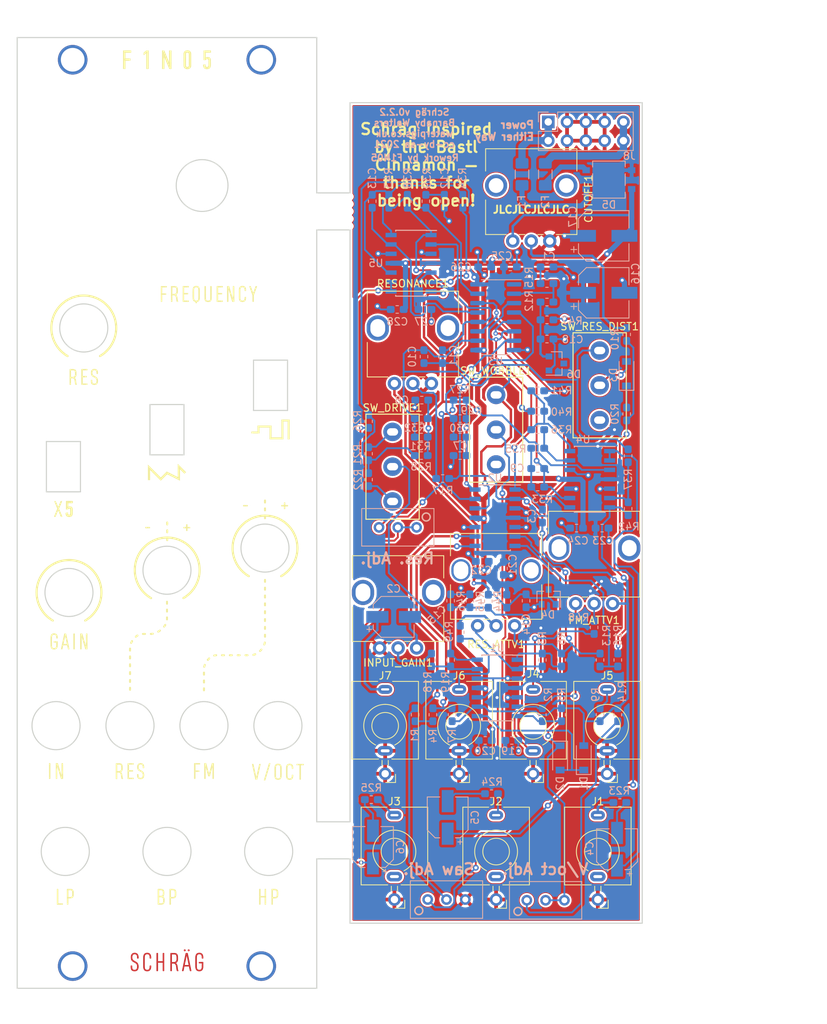
<source format=kicad_pcb>
(kicad_pcb (version 20171130) (host pcbnew 5.1.10-88a1d61d58~90~ubuntu21.04.1)
  (title_block (title Schräg) (rev 0.2.2))
  (layers (0 F.Cu signal) (31 B.Cu signal) (34 B.Paste user) (35 F.Paste user) (36 B.SilkS user) (37 F.SilkS user) (38 B.Mask user) (39 F.Mask user) (44 Edge.Cuts user))
  (net 0 "")
  (net 1 GND)
  (net 2 "Net-(C1-Pad1)")
  (net 3 "Net-(C2-Pad2)")
  (net 4 "Net-(C3-Pad2)")
  (net 5 "/Filter Core/RES_CV")
  (net 6 "Net-(C4-Pad2)")
  (net 7 "/Filter Core/HP_OUT")
  (net 8 "/Filter Core/BP_OUT")
  (net 9 "Net-(C5-Pad2)")
  (net 10 "Net-(C6-Pad2)")
  (net 11 "/Filter Core/LP_OUT")
  (net 12 "Net-(C7-Pad1)")
  (net 13 "Net-(C8-Pad1)")
  (net 14 "Net-(C9-Pad1)")
  (net 15 "Net-(C9-Pad2)")
  (net 16 "/Filter Core/RES_MOD")
  (net 17 "Net-(C10-Pad2)")
  (net 18 "Net-(C11-Pad2)")
  (net 19 "Net-(C12-Pad1)")
  (net 20 "Net-(C13-Pad1)")
  (net 21 "Net-(C13-Pad2)")
  (net 22 5V_REF)
  (net 23 0.16V_REF)
  (net 24 +12V)
  (net 25 -12V)
  (net 26 -5V_REF)
  (net 27 "Net-(CUTOFF1-Pad2)")
  (net 28 "Net-(D1-Pad1)")
  (net 29 "Net-(D1-Pad2)")
  (net 30 "/Filter Core/FREQ_CV")
  (net 31 "Net-(D3-Pad1)")
  (net 32 "Net-(D3-Pad2)")
  (net 33 "Net-(D5-Pad1)")
  (net 34 "Net-(D5-Pad2)")
  (net 35 "Net-(F1-Pad2)")
  (net 36 "Net-(F2-Pad2)")
  (net 37 "Net-(FM_ATTV1-Pad2)")
  (net 38 "Net-(FM_ATTV1-Pad3)")
  (net 39 "Net-(INPUT_GAIN1-Pad2)")
  (net 40 "Net-(R1-Pad1)")
  (net 41 "Net-(R1-Pad2)")
  (net 42 "Net-(R2-Pad1)")
  (net 43 "Net-(R3-Pad1)")
  (net 44 "Net-(R3-Pad2)")
  (net 45 "Net-(R4-Pad1)")
  (net 46 "Net-(R12-Pad1)")
  (net 47 "Net-(R13-Pad1)")
  (net 48 "Net-(R14-Pad1)")
  (net 49 "Net-(R17-Pad2)")
  (net 50 "Net-(R18-Pad1)")
  (net 51 "Net-(R19-Pad1)")
  (net 52 "/Filter Core/AUDIO_IN")
  (net 53 "Net-(R21-Pad2)")
  (net 54 "Net-(R22-Pad2)")
  (net 55 "Net-(R26-Pad1)")
  (net 56 "Net-(R27-Pad2)")
  (net 57 "Net-(R27-Pad1)")
  (net 58 "Net-(R28-Pad1)")
  (net 59 "Net-(R29-Pad1)")
  (net 60 "Net-(R35-Pad1)")
  (net 61 "Net-(R36-Pad1)")
  (net 62 "Net-(R37-Pad1)")
  (net 63 "Net-(R38-Pad1)")
  (net 64 "Net-(RV_SAW_OCTAVE1-Pad1)")
  (net 65 "Net-(R49-Pad1)")
  (net 66 "Net-(U3-Pad1)")
  (net 67 "Net-(SW_RES_DIST1-Pad3)")
  (net 68 "Net-(SW_WOBBLE1-Pad3)")
  (net 69 "Net-(J1-PadT)")
  (net 70 "Net-(J1-PadTN)")
  (net 71 "Net-(J2-PadT)")
  (net 72 "Net-(J2-PadTN)")
  (net 73 "Net-(J3-PadT)")
  (net 74 "Net-(J3-PadTN)")
  (net 75 "Net-(C2-Pad1)")
  (net 76 "Net-(J4-PadT)")
  (net 77 "Net-(J5-PadT)")
  (net 78 "Net-(J6-PadT)")
  (net 79 "Net-(R13-Pad2)")
  (module Schraeg:silkF (layer F.Cu) (at 20.25 64.25)
    (fp_text reference G*** hide)
    (fp_text value LOGO hide)
  )
  (module MountingHole:MountingHole_3.2mm_M3 (layer F.Cu) (at 33 125.5)
    (fp_text reference REF** hide)
    (fp_text value MountingHole_3.2mm_M3 hide)
    (pad 1 thru_hole circle (at 0 0) (size 4 4) (drill 3.2) (layers *.Cu *.Mask))
  )
  (module MountingHole:MountingHole_3.2mm_M3 (layer F.Cu) (at 7.5 125.5)
    (fp_text reference REF** hide)
    (fp_text value MountingHole_3.2mm_M3 hide)
    (pad 1 thru_hole circle (at 0 0) (size 4 4) (drill 3.2) (layers *.Cu *.Mask))
  )
  (module MountingHole:MountingHole_3.2mm_M3 (layer F.Cu) (at 7.5 3)
    (fp_text reference REF** hide)
    (fp_text value MountingHole_3.2mm_M3 hide)
    (pad 1 thru_hole circle (at 0 0) (size 4 4) (drill 3.2) (layers *.Cu *.Mask))
  )
  (module MountingHole:MountingHole_3.2mm_M3 (layer F.Cu) (at 33 3)
    (fp_text reference REF** hide)
    (fp_text value MountingHole_3.2mm_M3 hide)
    (pad 1 thru_hole circle (at 0 0) (size 4 4) (drill 3.2) (layers *.Cu *.Mask))
  )
  (module barullo_eurorack:Jack_3.5mm_QingPu_WQP-PJ398SM_Vertical_CircularHoles (layer F.Cu) (at 79.75 99.5 180)
    (fp_text reference J5 (at 0 13.25 180) (layer F.SilkS))
    (fp_text value PJ398SM)
    (pad T thru_hole oval (at 0 11.4) (size 1.9 1.2) (drill oval 1.1 0.3) (layers *.Cu *.Mask) (net 77 "Net-(J5-PadT)"))
    (pad S thru_hole oval (at 0 0) (size 1.7 1.7) (drill oval 1) (layers *.Cu *.Mask) (net 1 GND))
    (pad TN thru_hole oval (at 0 3.1) (size 2.1 1.3) (drill oval 1.2 0.4) (layers *.Cu *.Mask) (net 1 GND))
  )
  (module Package_SO:SOIC-16_3.9x9.9mm_P1.27mm (layer B.Cu) (at 64.7 37.8 180)
    (fp_text reference U3 (at 0 -5.95) (layer B.SilkS) (effects (justify mirror)))
    (fp_text value V2164)
    (pad 16 smd roundrect (at 2.475 4.445 180) (size 1.95 0.6) (layers B.Cu B.Paste B.Mask) (net 24 +12V))
    (pad 15 smd roundrect (at 2.475 3.175 180) (size 1.95 0.6) (layers B.Cu B.Paste B.Mask) (net 63 "Net-(R38-Pad1)"))
    (pad 14 smd roundrect (at 2.475 1.905 180) (size 1.95 0.6) (layers B.Cu B.Paste B.Mask) (net 30 "/Filter Core/FREQ_CV"))
    (pad 13 smd roundrect (at 2.475 0.635 180) (size 1.95 0.6) (layers B.Cu B.Paste B.Mask) (net 21 "Net-(C13-Pad2)"))
    (pad 12 smd roundrect (at 2.475 -0.635 180) (size 1.95 0.6) (layers B.Cu B.Paste B.Mask) (net 18 "Net-(C11-Pad2)"))
    (pad 11 smd roundrect (at 2.475 -1.905 180) (size 1.95 0.6) (layers B.Cu B.Paste B.Mask) (net 30 "/Filter Core/FREQ_CV"))
    (pad 10 smd roundrect (at 2.475 -3.175 180) (size 1.95 0.6) (layers B.Cu B.Paste B.Mask) (net 17 "Net-(C10-Pad2)"))
    (pad 9 smd roundrect (at 2.475 -4.445 180) (size 1.95 0.6) (layers B.Cu B.Paste B.Mask) (net 25 -12V))
    (pad 8 smd roundrect (at -2.475 -4.445 180) (size 1.95 0.6) (layers B.Cu B.Paste B.Mask) (net 1 GND))
    (pad 7 smd roundrect (at -2.475 -3.175 180) (size 1.95 0.6) (layers B.Cu B.Paste B.Mask) (net 59 "Net-(R29-Pad1)"))
    (pad 6 smd roundrect (at -2.475 -1.905 180) (size 1.95 0.6) (layers B.Cu B.Paste B.Mask) (net 5 "/Filter Core/RES_CV"))
    (pad 5 smd roundrect (at -2.475 -0.635 180) (size 1.95 0.6) (layers B.Cu B.Paste B.Mask) (net 15 "Net-(C9-Pad2)"))
    (pad 4 smd roundrect (at -2.475 0.635 180) (size 1.95 0.6) (layers B.Cu B.Paste B.Mask) (net 4 "Net-(C3-Pad2)"))
    (pad 3 smd roundrect (at -2.475 1.905 180) (size 1.95 0.6) (layers B.Cu B.Paste B.Mask) (net 5 "/Filter Core/RES_CV"))
    (pad 2 smd roundrect (at -2.475 3.175 180) (size 1.95 0.6) (layers B.Cu B.Paste B.Mask) (net 46 "Net-(R12-Pad1)"))
    (pad 1 smd roundrect (at -2.475 4.445 180) (size 1.95 0.6) (layers B.Cu B.Paste B.Mask) (net 66 "Net-(U3-Pad1)"))
  )
  (module Connector_PinHeader_2.54mm:PinHeader_2x05_P2.54mm_Vertical (layer B.Cu) (at 71.8 11.4 270)
    (fp_text reference J8 (at 4.6 -10.95 180) (layer B.SilkS) (effects (justify mirror)))
    (fp_text value POWER)
    (pad 10 thru_hole oval (at 2.54 -10.16 270) (size 1.7 1.7) (drill 1) (layers *.Cu *.Mask) (net 36 "Net-(F2-Pad2)"))
    (pad 9 thru_hole oval (at 0 -10.16 270) (size 1.7 1.7) (drill 1) (layers *.Cu *.Mask) (net 36 "Net-(F2-Pad2)"))
    (pad 8 thru_hole oval (at 2.54 -7.62 270) (size 1.7 1.7) (drill 1) (layers *.Cu *.Mask) (net 1 GND))
    (pad 7 thru_hole oval (at 0 -7.62 270) (size 1.7 1.7) (drill 1) (layers *.Cu *.Mask) (net 1 GND))
    (pad 6 thru_hole oval (at 2.54 -5.08 270) (size 1.7 1.7) (drill 1) (layers *.Cu *.Mask) (net 1 GND))
    (pad 5 thru_hole oval (at 0 -5.08 270) (size 1.7 1.7) (drill 1) (layers *.Cu *.Mask) (net 1 GND))
    (pad 4 thru_hole oval (at 2.54 -2.54 270) (size 1.7 1.7) (drill 1) (layers *.Cu *.Mask) (net 1 GND))
    (pad 3 thru_hole oval (at 0 -2.54 270) (size 1.7 1.7) (drill 1) (layers *.Cu *.Mask) (net 1 GND))
    (pad 2 thru_hole oval (at 2.54 0 270) (size 1.7 1.7) (drill 1) (layers *.Cu *.Mask) (net 35 "Net-(F1-Pad2)"))
    (pad 1 thru_hole rect (at 0 0 270) (size 1.7 1.7) (drill 1) (layers *.Cu *.Mask) (net 35 "Net-(F1-Pad2)"))
  )
  (module Schraeg:copper (layer F.Cu) (at 20.25 64.25)
    (fp_text reference G*** hide)
    (fp_text value LOGO hide)
    (fp_poly (pts (xy 2.956542 58.990961) (xy 2.981287 58.998183) (xy 2.986617 59.000742) (xy 3.015001 59.020011) (xy 3.036546 59.043934) (xy 3.050911 59.07196) (xy 3.057753 59.103539) (xy 3.05831 59.116384) (xy 3.054308 59.148928) (xy 3.042837 59.178365) (xy 3.024552 59.203684) (xy 3.000108 59.223871) (xy 2.982863 59.233052) (xy 2.962463 59.23961) (xy 2.939221 59.243365) (xy 2.916827 59.24392) (xy 2.90195 59.241777) (xy 2.873233 59.230099) (xy 2.847034 59.211664) (xy 2.825422 59.188171) (xy 2.814178 59.169723) (xy 2.806958 59.147616) (xy 2.80403 59.121523) (xy 2.805387 59.094753) (xy 2.811024 59.070614) (xy 2.814373 59.062642) (xy 2.83043 59.038072) (xy 2.852126 59.016176) (xy 2.876631 58.99978) (xy 2.877842 58.999173) (xy 2.9016 58.99141) (xy 2.928907 58.988688) (xy 2.956542 58.990961)) (layer F.Cu) (width 0.01))
    (fp_poly (pts (xy 2.427376 58.990961) (xy 2.452121 58.998183) (xy 2.45745 59.000742) (xy 2.485835 59.020011) (xy 2.50738 59.043934) (xy 2.521744 59.07196) (xy 2.528587 59.103539) (xy 2.529144 59.116384) (xy 2.525141 59.148928) (xy 2.51367 59.178365) (xy 2.495385 59.203684) (xy 2.470941 59.223871) (xy 2.453697 59.233052) (xy 2.433297 59.23961) (xy 2.410055 59.243365) (xy 2.387661 59.24392) (xy 2.372783 59.241777) (xy 2.344067 59.230099) (xy 2.317868 59.211664) (xy 2.296255 59.188171) (xy 2.285011 59.169723) (xy 2.277792 59.147616) (xy 2.274864 59.121523) (xy 2.276221 59.094753) (xy 2.281857 59.070614) (xy 2.285206 59.062642) (xy 2.301264 59.038072) (xy 2.322959 59.016176) (xy 2.347464 58.99978) (xy 2.348675 58.999173) (xy 2.372434 58.99141) (xy 2.39974 58.988688) (xy 2.427376 58.990961)) (layer F.Cu) (width 0.01))
    (fp_poly (pts (xy 2.794098 59.484945) (xy 2.795395 59.486294) (xy 2.796671 59.487873) (xy 2.797986 59.489971) (xy 2.799404 59.492872) (xy 2.800985 59.496863) (xy 2.802792 59.502231) (xy 2.804887 59.509262) (xy 2.807331 59.518242) (xy 2.810185 59.529458) (xy 2.813513 59.543195) (xy 2.817375 59.559741) (xy 2.821833 59.579382) (xy 2.82695 59.602403) (xy 2.832786 59.629092) (xy 2.839404 59.659734) (xy 2.846866 59.694616) (xy 2.855233 59.734025) (xy 2.864568 59.778246) (xy 2.874931 59.827566) (xy 2.886385 59.882271) (xy 2.898992 59.942648) (xy 2.912813 60.008983) (xy 2.92791 60.081563) (xy 2.944345 60.160673) (xy 2.96218 60.2466) (xy 2.981476 60.33963) (xy 3.002296 60.44005) (xy 3.0247 60.548146) (xy 3.048752 60.664204) (xy 3.052413 60.68187) (xy 3.072854 60.780558) (xy 3.092843 60.877168) (xy 3.112314 60.971365) (xy 3.131196 61.062816) (xy 3.149423 61.151187) (xy 3.166925 61.236144) (xy 3.183634 61.317353) (xy 3.199482 61.394482) (xy 3.214401 61.467196) (xy 3.228323 61.535161) (xy 3.241178 61.598043) (xy 3.252899 61.65551) (xy 3.263418 61.707227) (xy 3.272665 61.752861) (xy 3.280574 61.792077) (xy 3.287074 61.824542) (xy 3.292099 61.849923) (xy 3.29558 61.867886) (xy 3.297448 61.878096) (xy 3.297767 61.880376) (xy 3.293851 61.896723) (xy 3.28333 61.911487) (xy 3.268041 61.92246) (xy 3.260174 61.925549) (xy 3.248545 61.927492) (xy 3.229997 61.928687) (xy 3.206053 61.929068) (xy 3.185344 61.928776) (xy 3.157806 61.927735) (xy 3.137376 61.925928) (xy 3.122706 61.922919) (xy 3.112443 61.918269) (xy 3.105238 61.91154) (xy 3.099739 61.902295) (xy 3.09904 61.900799) (xy 3.097638 61.895536) (xy 3.094692 61.882791) (xy 3.090372 61.863375) (xy 3.08485 61.838098) (xy 3.078295 61.80777) (xy 3.070878 61.7732) (xy 3.06277 61.7352) (xy 3.05414 61.694579) (xy 3.045159 61.652148) (xy 3.035998 61.608715) (xy 3.026828 61.565092) (xy 3.017817 61.522088) (xy 3.009138 61.480513) (xy 3.000961 61.441178) (xy 2.993455 61.404893) (xy 2.986792 61.372467) (xy 2.981142 61.34471) (xy 2.976675 61.322434) (xy 2.973561 61.306447) (xy 2.971972 61.29756) (xy 2.9718 61.296101) (xy 2.967678 61.295827) (xy 2.955757 61.295568) (xy 2.936706 61.295327) (xy 2.911191 61.295106) (xy 2.879882 61.294911) (xy 2.843446 61.294744) (xy 2.80255 61.294609) (xy 2.757864 61.29451) (xy 2.710054 61.294451) (xy 2.667 61.294434) (xy 2.617041 61.294453) (xy 2.569631 61.294508) (xy 2.525439 61.294596) (xy 2.485131 61.294713) (xy 2.449378 61.294858) (xy 2.418845 61.295026) (xy 2.394201 61.295215) (xy 2.376115 61.295421) (xy 2.365253 61.295641) (xy 2.3622 61.29584) (xy 2.361343 61.301264) (xy 2.358888 61.31415) (xy 2.355003 61.333689) (xy 2.349859 61.359071) (xy 2.343627 61.389487) (xy 2.336477 61.424128) (xy 2.328579 61.462184) (xy 2.320104 61.502846) (xy 2.311221 61.545305) (xy 2.302101 61.588751) (xy 2.292914 61.632375) (xy 2.283831 61.675368) (xy 2.275022 61.71692) (xy 2.266657 61.756222) (xy 2.258906 61.792464) (xy 2.25194 61.824838) (xy 2.24593 61.852534) (xy 2.241044 61.874743) (xy 2.237454 61.890654) (xy 2.23533 61.89946) (xy 2.23489 61.900907) (xy 2.229769 61.910265) (xy 2.223303 61.917166) (xy 2.214186 61.922006) (xy 2.201113 61.925181) (xy 2.182777 61.927087) (xy 2.157872 61.928119) (xy 2.144183 61.928404) (xy 2.116111 61.928624) (xy 2.095279 61.928133) (xy 2.080482 61.926857) (xy 2.070517 61.924719) (xy 2.067624 61.923611) (xy 2.051114 61.91233) (xy 2.040194 61.896804) (xy 2.036304 61.879121) (xy 2.03716 61.873744) (xy 2.039671 61.860411) (xy 2.043768 61.839458) (xy 2.049384 61.811217) (xy 2.056449 61.776023) (xy 2.064896 61.734211) (xy 2.074655 61.686114) (xy 2.085659 61.632067) (xy 2.097839 61.572404) (xy 2.111127 61.507459) (xy 2.125453 61.437566) (xy 2.140751 61.363059) (xy 2.156951 61.284272) (xy 2.173985 61.20154) (xy 2.191785 61.115197) (xy 2.195503 61.097179) (xy 2.404533 61.097179) (xy 2.405133 61.098567) (xy 2.407337 61.099753) (xy 2.411755 61.100752) (xy 2.418996 61.10158) (xy 2.429668 61.102253) (xy 2.44438 61.102786) (xy 2.463741 61.103195) (xy 2.48836 61.103497) (xy 2.518846 61.103705) (xy 2.555807 61.103837) (xy 2.599852 61.103908) (xy 2.65159 61.103933) (xy 2.667 61.103934) (xy 2.722776 61.103901) (xy 2.770604 61.103795) (xy 2.811004 61.103606) (xy 2.844494 61.103324) (xy 2.871593 61.102937) (xy 2.892819 61.102435) (xy 2.908692 61.101809) (xy 2.91973 61.101047) (xy 2.926452 61.100139) (xy 2.929378 61.099074) (xy 2.929602 61.098642) (xy 2.928805 61.092975) (xy 2.926406 61.079709) (xy 2.922516 61.059387) (xy 2.917247 61.032552) (xy 2.910714 60.999748) (xy 2.903029 60.961518) (xy 2.894304 60.918405) (xy 2.884652 60.870953) (xy 2.874186 60.819705) (xy 2.863019 60.765204) (xy 2.851264 60.707993) (xy 2.839033 60.648616) (xy 2.826439 60.587616) (xy 2.813595 60.525537) (xy 2.800613 60.462921) (xy 2.787607 60.400312) (xy 2.77469 60.338253) (xy 2.761973 60.277287) (xy 2.74957 60.217958) (xy 2.737593 60.160809) (xy 2.726156 60.106384) (xy 2.715371 60.055225) (xy 2.705351 60.007876) (xy 2.696208 59.96488) (xy 2.688056 59.92678) (xy 2.681007 59.89412) (xy 2.675174 59.867444) (xy 2.67067 59.847293) (xy 2.667607 59.834212) (xy 2.666098 59.828744) (xy 2.665976 59.828634) (xy 2.664764 59.833593) (xy 2.66197 59.846291) (xy 2.657708 59.866176) (xy 2.652092 59.892693) (xy 2.645236 59.92529) (xy 2.637255 59.963412) (xy 2.628262 60.006508) (xy 2.618371 60.054022) (xy 2.607697 60.105402) (xy 2.596353 60.160094) (xy 2.584454 60.217545) (xy 2.572114 60.277201) (xy 2.559446 60.338509) (xy 2.546564 60.400915) (xy 2.533584 60.463867) (xy 2.520618 60.52681) (xy 2.507782 60.589191) (xy 2.495188 60.650457) (xy 2.482952 60.710054) (xy 2.471186 60.767429) (xy 2.460006 60.822029) (xy 2.449524 60.8733) (xy 2.439857 60.920688) (xy 2.431116 60.96364) (xy 2.423417 61.001603) (xy 2.416873 61.034023) (xy 2.411599 61.060347) (xy 2.407708 61.080022) (xy 2.405316 61.092493) (xy 2.404533 61.097179) (xy 2.195503 61.097179) (xy 2.210282 61.025576) (xy 2.229407 60.933013) (xy 2.249093 60.837841) (xy 2.269271 60.740394) (xy 2.281596 60.680923) (xy 2.305891 60.563733) (xy 2.328529 60.454547) (xy 2.349572 60.353078) (xy 2.369083 60.259041) (xy 2.387123 60.172148) (xy 2.403753 60.092113) (xy 2.419036 60.01865) (xy 2.433034 59.951472) (xy 2.445808 59.890292) (xy 2.45742 59.834825) (xy 2.467933 59.784783) (xy 2.477407 59.739881) (xy 2.485905 59.699831) (xy 2.49349 59.664347) (xy 2.500221 59.633144) (xy 2.506162 59.605933) (xy 2.511375 59.58243) (xy 2.515921 59.562346) (xy 2.519861 59.545397) (xy 2.523259 59.531295) (xy 2.526175 59.519754) (xy 2.528672 59.510488) (xy 2.530812 59.503209) (xy 2.532655 59.497632) (xy 2.534265 59.49347) (xy 2.535703 59.490436) (xy 2.537031 59.488245) (xy 2.538311 59.486609) (xy 2.539605 59.485242) (xy 2.53984 59.485006) (xy 2.552863 59.471984) (xy 2.781137 59.471984) (xy 2.794098 59.484945)) (layer F.Cu) (width 0.01))
    (fp_poly (pts (xy 0.640419 59.474432) (xy 0.681735 59.474568) (xy 0.73027 59.474795) (xy 0.786645 59.475103) (xy 0.7874 59.475107) (xy 0.846022 59.475449) (xy 0.896909 59.475792) (xy 0.940794 59.476186) (xy 0.978408 59.476682) (xy 1.010484 59.477328) (xy 1.037753 59.478174) (xy 1.060948 59.47927) (xy 1.0808 59.480665) (xy 1.098042 59.48241) (xy 1.113406 59.484553) (xy 1.127623 59.487145) (xy 1.141426 59.490234) (xy 1.155546 59.493871) (xy 1.170716 59.498106) (xy 1.184325 59.502022) (xy 1.239349 59.522031) (xy 1.289177 59.548697) (xy 1.333628 59.581857) (xy 1.372527 59.62135) (xy 1.405696 59.667015) (xy 1.432958 59.71869) (xy 1.439537 59.734287) (xy 1.455606 59.780404) (xy 1.468853 59.831704) (xy 1.479394 59.888861) (xy 1.487344 59.952547) (xy 1.492818 60.023434) (xy 1.494345 60.054067) (xy 1.496761 60.122592) (xy 1.49804 60.187935) (xy 1.498201 60.249339) (xy 1.497265 60.306043) (xy 1.495251 60.357291) (xy 1.492179 60.402324) (xy 1.488068 60.440383) (xy 1.483553 60.467772) (xy 1.465816 60.535457) (xy 1.441094 60.598378) (xy 1.409339 60.65663) (xy 1.370501 60.710309) (xy 1.337321 60.74699) (xy 1.321825 60.761639) (xy 1.303327 60.777579) (xy 1.28342 60.793597) (xy 1.263699 60.808485) (xy 1.245756 60.821029) (xy 1.231184 60.830021) (xy 1.223051 60.833833) (xy 1.223538 60.83741) (xy 1.229817 60.845997) (xy 1.241367 60.858965) (xy 1.257612 60.875627) (xy 1.301704 60.924848) (xy 1.339112 60.97839) (xy 1.370109 61.036765) (xy 1.394966 61.100484) (xy 1.41337 61.167434) (xy 1.416214 61.180222) (xy 1.418794 61.192405) (xy 1.421233 61.204811) (xy 1.423653 61.218266) (xy 1.426177 61.233599) (xy 1.428927 61.251637) (xy 1.432027 61.273207) (xy 1.435599 61.299137) (xy 1.439765 61.330255) (xy 1.444648 61.367388) (xy 1.450372 61.411363) (xy 1.456203 61.456399) (xy 1.463455 61.512051) (xy 1.469888 61.560178) (xy 1.475682 61.60166) (xy 1.481017 61.637381) (xy 1.486074 61.668223) (xy 1.49103 61.695066) (xy 1.496068 61.718794) (xy 1.501365 61.740288) (xy 1.507103 61.76043) (xy 1.513461 61.780101) (xy 1.520618 61.800185) (xy 1.528755 61.821563) (xy 1.532716 61.831668) (xy 1.541391 61.855408) (xy 1.545972 61.87338) (xy 1.546445 61.887232) (xy 1.5428 61.898615) (xy 1.535025 61.909175) (xy 1.532141 61.912175) (xy 1.52475 61.918594) (xy 1.51641 61.923221) (xy 1.505644 61.926338) (xy 1.490973 61.928224) (xy 1.470921 61.929162) (xy 1.444008 61.929433) (xy 1.44145 61.929434) (xy 1.410954 61.929183) (xy 1.387547 61.927776) (xy 1.369852 61.924231) (xy 1.356492 61.917568) (xy 1.346091 61.906805) (xy 1.337273 61.89096) (xy 1.328661 61.869053) (xy 1.319721 61.84265) (xy 1.313284 61.822529) (xy 1.307415 61.802602) (xy 1.301972 61.782065) (xy 1.296811 61.760111) (xy 1.291788 61.735936) (xy 1.286759 61.708733) (xy 1.281583 61.677698) (xy 1.276113 61.642024) (xy 1.270208 61.600906) (xy 1.263724 61.553539) (xy 1.256518 61.499117) (xy 1.251098 61.457417) (xy 1.245108 61.411864) (xy 1.239195 61.36842) (xy 1.233497 61.328009) (xy 1.228151 61.291556) (xy 1.223297 61.259984) (xy 1.219071 61.234218) (xy 1.215613 61.215184) (xy 1.213465 61.20532) (xy 1.197058 61.152874) (xy 1.175463 61.10299) (xy 1.149376 61.056642) (xy 1.119493 61.014802) (xy 1.086508 60.978446) (xy 1.051118 60.948544) (xy 1.014018 60.926073) (xy 1.013883 60.926007) (xy 0.999953 60.91945) (xy 0.987038 60.914132) (xy 0.974058 60.909923) (xy 0.959932 60.906696) (xy 0.943577 60.904321) (xy 0.923914 60.90267) (xy 0.899861 60.901615) (xy 0.870337 60.901026) (xy 0.83426 60.900777) (xy 0.801327 60.900734) (xy 0.664633 60.900734) (xy 0.664633 61.391936) (xy 0.664638 61.468444) (xy 0.664638 61.536941) (xy 0.664614 61.597883) (xy 0.664544 61.651726) (xy 0.664408 61.698926) (xy 0.664185 61.739939) (xy 0.663856 61.775222) (xy 0.663399 61.805229) (xy 0.662793 61.830417) (xy 0.662019 61.851242) (xy 0.661055 61.86816) (xy 0.659882 61.881626) (xy 0.658478 61.892098) (xy 0.656823 61.900029) (xy 0.654897 61.905878) (xy 0.652678 61.910098) (xy 0.650147 61.913148) (xy 0.647282 61.915481) (xy 0.644064 61.917555) (xy 0.640843 61.91958) (xy 0.634596 61.922802) (xy 0.626265 61.925092) (xy 0.614305 61.926639) (xy 0.597173 61.927634) (xy 0.573324 61.928266) (xy 0.569581 61.928333) (xy 0.538363 61.928369) (xy 0.514744 61.927296) (xy 0.499065 61.925134) (xy 0.495446 61.9241) (xy 0.482899 61.916731) (xy 0.471968 61.905695) (xy 0.471105 61.904466) (xy 0.461433 61.890082) (xy 0.461433 60.706502) (xy 0.664633 60.706502) (xy 0.843492 60.705092) (xy 1.02235 60.703682) (xy 1.056217 60.692249) (xy 1.091104 60.678481) (xy 1.122083 60.661569) (xy 1.151532 60.639988) (xy 1.181828 60.612213) (xy 1.183217 60.610827) (xy 1.213108 60.577881) (xy 1.236541 60.544737) (xy 1.255158 60.508725) (xy 1.269503 60.470584) (xy 1.274509 60.45469) (xy 1.278711 60.439753) (xy 1.282169 60.424882) (xy 1.284945 60.40919) (xy 1.2871 60.391787) (xy 1.288694 60.371784) (xy 1.28979 60.348293) (xy 1.290447 60.320424) (xy 1.290728 60.287288) (xy 1.290692 60.247996) (xy 1.290402 60.201659) (xy 1.290132 60.170225) (xy 1.289683 60.12375) (xy 1.289228 60.084808) (xy 1.288727 60.052467) (xy 1.288135 60.025793) (xy 1.287411 60.003855) (xy 1.286512 59.985718) (xy 1.285396 59.970451) (xy 1.284019 59.95712) (xy 1.28234 59.944792) (xy 1.280315 59.932535) (xy 1.27894 59.92495) (xy 1.267445 59.872174) (xy 1.253779 59.827041) (xy 1.237573 59.788924) (xy 1.21846 59.757196) (xy 1.196073 59.731228) (xy 1.170044 59.710392) (xy 1.145182 59.696438) (xy 1.133722 59.691085) (xy 1.123232 59.686571) (xy 1.112886 59.682819) (xy 1.101855 59.679748) (xy 1.08931 59.67728) (xy 1.074425 59.675336) (xy 1.056371 59.673835) (xy 1.03432 59.6727) (xy 1.007445 59.671852) (xy 0.974917 59.67121) (xy 0.935909 59.670696) (xy 0.889593 59.670231) (xy 0.868892 59.670042) (xy 0.664633 59.668192) (xy 0.664633 60.706502) (xy 0.461433 60.706502) (xy 0.461433 60.702839) (xy 0.461427 60.582825) (xy 0.461414 60.470988) (xy 0.4614 60.367037) (xy 0.46139 60.270684) (xy 0.461393 60.181638) (xy 0.461413 60.099608) (xy 0.461457 60.024307) (xy 0.461532 59.955442) (xy 0.461644 59.892725) (xy 0.461799 59.835866) (xy 0.462003 59.784575) (xy 0.462264 59.738561) (xy 0.462586 59.697536) (xy 0.462977 59.661208) (xy 0.463443 59.629289) (xy 0.463989 59.601488) (xy 0.464624 59.577516) (xy 0.465352 59.557082) (xy 0.46618 59.539897) (xy 0.467115 59.52567) (xy 0.468163 59.514113) (xy 0.469329 59.504934) (xy 0.470621 59.497845) (xy 0.472045 59.492555) (xy 0.473607 59.488774) (xy 0.475314 59.486212) (xy 0.477171 59.48458) (xy 0.479185 59.483588) (xy 0.481363 59.482946) (xy 0.48371 59.482363) (xy 0.486234 59.481551) (xy 0.488115 59.480687) (xy 0.491292 59.479266) (xy 0.495497 59.478052) (xy 0.501348 59.477035) (xy 0.509464 59.476202) (xy 0.520465 59.475542) (xy 0.53497 59.475044) (xy 0.553599 59.474695) (xy 0.576971 59.474484) (xy 0.605704 59.474401) (xy 0.640419 59.474432)) (layer F.Cu) (width 0.01))
    (fp_poly (pts (xy -1.289189 59.470023) (xy -1.270839 59.470508) (xy -1.257847 59.471518) (xy -1.248662 59.47322) (xy -1.241729 59.475779) (xy -1.237462 59.478123) (xy -1.22674 59.486386) (xy -1.218826 59.495409) (xy -1.218412 59.496099) (xy -1.217574 59.498947) (xy -1.216813 59.504671) (xy -1.216124 59.51366) (xy -1.215503 59.526304) (xy -1.214945 59.542992) (xy -1.214445 59.564112) (xy -1.213998 59.590055) (xy -1.2136 59.621208) (xy -1.213246 59.657961) (xy -1.212931 59.700703) (xy -1.212651 59.749824) (xy -1.2124 59.805712) (xy -1.212175 59.868756) (xy -1.21197 59.939346) (xy -1.21178 60.017871) (xy -1.211714 60.048775) (xy -1.210577 60.5917) (xy -0.575733 60.5917) (xy -0.575733 60.049429) (xy -0.575728 59.970277) (xy -0.575707 59.899153) (xy -0.575665 59.835619) (xy -0.575597 59.779236) (xy -0.575497 59.729566) (xy -0.575358 59.68617) (xy -0.575176 59.648609) (xy -0.574945 59.616446) (xy -0.574658 59.589241) (xy -0.574311 59.566556) (xy -0.573897 59.547953) (xy -0.573411 59.532993) (xy -0.572846 59.521238) (xy -0.572199 59.512249) (xy -0.571461 59.505587) (xy -0.570629 59.500814) (xy -0.569696 59.497492) (xy -0.568656 59.495182) (xy -0.568511 59.49493) (xy -0.56205 59.485857) (xy -0.554076 59.479186) (xy -0.543315 59.474613) (xy -0.528494 59.471828) (xy -0.508337 59.470526) (xy -0.48157 59.470399) (xy -0.46765 59.47063) (xy -0.402306 59.471984) (xy -0.388478 59.485823) (xy -0.37465 59.499663) (xy -0.37357 60.69484) (xy -0.372489 61.890016) (xy -0.382191 61.904433) (xy -0.389935 61.913784) (xy -0.399599 61.920593) (xy -0.412482 61.925174) (xy -0.429881 61.927836) (xy -0.453096 61.928889) (xy -0.483365 61.928647) (xy -0.507237 61.927963) (xy -0.524259 61.927031) (xy -0.536051 61.925615) (xy -0.544231 61.923478) (xy -0.550415 61.920385) (xy -0.553215 61.918442) (xy -0.563144 61.909226) (xy -0.570346 61.899458) (xy -0.570379 61.899392) (xy -0.571171 61.896097) (xy -0.571885 61.889209) (xy -0.572525 61.87837) (xy -0.573095 61.863227) (xy -0.573598 61.843422) (xy -0.574037 61.8186) (xy -0.574415 61.788406) (xy -0.574737 61.752483) (xy -0.575005 61.710476) (xy -0.575222 61.662029) (xy -0.575393 61.606785) (xy -0.57552 61.54439) (xy -0.575607 61.474488) (xy -0.575656 61.396721) (xy -0.575671 61.337825) (xy -0.575733 60.786434) (xy -1.21058 60.786434) (xy -1.211715 61.338574) (xy -1.21188 61.418155) (xy -1.212035 61.489706) (xy -1.212189 61.553665) (xy -1.212349 61.61047) (xy -1.212522 61.660557) (xy -1.212716 61.704364) (xy -1.21294 61.742328) (xy -1.2132 61.774887) (xy -1.213504 61.802478) (xy -1.213861 61.825538) (xy -1.214277 61.844504) (xy -1.21476 61.859814) (xy -1.215319 61.871906) (xy -1.21596 61.881215) (xy -1.216692 61.888181) (xy -1.217521 61.89324) (xy -1.218456 61.896829) (xy -1.219505 61.899386) (xy -1.220675 61.901348) (xy -1.221618 61.902666) (xy -1.230439 61.91289) (xy -1.24056 61.920191) (xy -1.253492 61.924998) (xy -1.270749 61.927736) (xy -1.293844 61.928833) (xy -1.31445 61.928851) (xy -1.336008 61.928498) (xy -1.355174 61.927945) (xy -1.369993 61.927265) (xy -1.378511 61.926531) (xy -1.378973 61.926451) (xy -1.390873 61.920753) (xy -1.402725 61.909807) (xy -1.411929 61.896436) (xy -1.41547 61.886826) (xy -1.415698 61.881501) (xy -1.41592 61.868054) (xy -1.416137 61.846831) (xy -1.416346 61.818175) (xy -1.416549 61.782432) (xy -1.416743 61.739947) (xy -1.416928 61.691064) (xy -1.417104 61.636129) (xy -1.417269 61.575487) (xy -1.417422 61.509481) (xy -1.417564 61.438457) (xy -1.417692 61.362761) (xy -1.417807 61.282736) (xy -1.417908 61.198728) (xy -1.417993 61.111081) (xy -1.418062 61.020141) (xy -1.418114 60.926253) (xy -1.418149 60.82976) (xy -1.418166 60.731008) (xy -1.418167 60.694752) (xy -1.418172 60.575181) (xy -1.418184 60.463785) (xy -1.418196 60.360273) (xy -1.418202 60.264352) (xy -1.418196 60.175733) (xy -1.418172 60.094122) (xy -1.418122 60.019229) (xy -1.418041 59.950762) (xy -1.417923 59.888429) (xy -1.417762 59.83194) (xy -1.41755 59.781002) (xy -1.417282 59.735324) (xy -1.416951 59.694614) (xy -1.416552 59.658581) (xy -1.416077 59.626934) (xy -1.415522 59.59938) (xy -1.414878 59.575629) (xy -1.414141 59.555389) (xy -1.413303 59.538368) (xy -1.412359 59.524275) (xy -1.411302 59.512818) (xy -1.410126 59.503706) (xy -1.408825 59.496647) (xy -1.407392 59.49135) (xy -1.405821 59.487523) (xy -1.404106 59.484875) (xy -1.402241 59.483114) (xy -1.400218 59.481948) (xy -1.398033 59.481087) (xy -1.395679 59.480238) (xy -1.393148 59.479111) (xy -1.391963 59.478442) (xy -1.385593 59.475085) (xy -1.378287 59.472732) (xy -1.368475 59.47121) (xy -1.354586 59.470347) (xy -1.335051 59.469968) (xy -1.31445 59.469899) (xy -1.289189 59.470023)) (layer F.Cu) (width 0.01))
    (fp_poly (pts (xy 4.39478 59.449111) (xy 4.431855 59.450674) (xy 4.457811 59.45302) (xy 4.524865 59.464716) (xy 4.586848 59.482979) (xy 4.643601 59.507696) (xy 4.69496 59.538751) (xy 4.740767 59.576029) (xy 4.78086 59.619415) (xy 4.815078 59.668793) (xy 4.84326 59.72405) (xy 4.846068 59.730683) (xy 4.866151 59.784446) (xy 4.88223 59.839795) (xy 4.894511 59.897952) (xy 4.903197 59.96014) (xy 4.908494 60.027582) (xy 4.910605 60.1015) (xy 4.910663 60.116932) (xy 4.910667 60.198847) (xy 4.896273 60.21324) (xy 4.88188 60.227634) (xy 4.812177 60.227634) (xy 4.786155 60.227564) (xy 4.767176 60.227248) (xy 4.753821 60.226525) (xy 4.744667 60.225235) (xy 4.738293 60.223217) (xy 4.733276 60.220312) (xy 4.730808 60.218456) (xy 4.721734 60.209781) (xy 4.71526 60.199285) (xy 4.710998 60.185479) (xy 4.708558 60.166873) (xy 4.707554 60.14198) (xy 4.707467 60.128901) (xy 4.706431 60.075858) (xy 4.703445 60.023329) (xy 4.698686 59.972814) (xy 4.692334 59.925817) (xy 4.684567 59.883837) (xy 4.675566 59.848376) (xy 4.673074 59.840496) (xy 4.660022 59.805238) (xy 4.645954 59.776176) (xy 4.629548 59.751042) (xy 4.609483 59.727571) (xy 4.603772 59.721729) (xy 4.576277 59.697244) (xy 4.547328 59.677851) (xy 4.515738 59.663151) (xy 4.48032 59.652746) (xy 4.439885 59.646239) (xy 4.393249 59.64323) (xy 4.368757 59.642912) (xy 4.326739 59.644072) (xy 4.290879 59.647766) (xy 4.259142 59.654386) (xy 4.229495 59.664323) (xy 4.208296 59.673753) (xy 4.171992 59.695473) (xy 4.140621 59.723041) (xy 4.113909 59.756843) (xy 4.091579 59.797268) (xy 4.073357 59.844704) (xy 4.06426 59.876774) (xy 4.060411 59.892568) (xy 4.056894 59.908314) (xy 4.053696 59.924431) (xy 4.050805 59.941343) (xy 4.048206 59.959468) (xy 4.045885 59.97923) (xy 4.043831 60.001049) (xy 4.042029 60.025346) (xy 4.040466 60.052542) (xy 4.039128 60.083059) (xy 4.038003 60.117318) (xy 4.037076 60.15574) (xy 4.036335 60.198746) (xy 4.035766 60.246757) (xy 4.035355 60.300195) (xy 4.03509 60.359481) (xy 4.034956 60.425035) (xy 4.034941 60.49728) (xy 4.03503 60.576635) (xy 4.035212 60.663524) (xy 4.035471 60.758366) (xy 4.035537 60.780084) (xy 4.035802 60.866262) (xy 4.036056 60.944431) (xy 4.036316 61.015048) (xy 4.036598 61.07857) (xy 4.036918 61.135454) (xy 4.037293 61.186157) (xy 4.037739 61.231137) (xy 4.038272 61.270851) (xy 4.038909 61.305755) (xy 4.039667 61.336308) (xy 4.040561 61.362966) (xy 4.041607 61.386186) (xy 4.042823 61.406427) (xy 4.044225 61.424144) (xy 4.045829 61.439795) (xy 4.047651 61.453837) (xy 4.049708 61.466728) (xy 4.052017 61.478925) (xy 4.054592 61.490884) (xy 4.057452 61.503064) (xy 4.060612 61.515921) (xy 4.062102 61.521913) (xy 4.075213 61.567246) (xy 4.090506 61.605607) (xy 4.108708 61.638366) (xy 4.130543 61.66689) (xy 4.148724 61.685391) (xy 4.175473 61.707264) (xy 4.203939 61.724447) (xy 4.235325 61.73731) (xy 4.270833 61.746223) (xy 4.311666 61.751555) (xy 4.359027 61.753678) (xy 4.370917 61.75375) (xy 4.402794 61.753465) (xy 4.428056 61.752519) (xy 4.448534 61.750777) (xy 4.466063 61.748104) (xy 4.475707 61.74605) (xy 4.519162 61.732328) (xy 4.557709 61.712587) (xy 4.591499 61.686615) (xy 4.620683 61.6542) (xy 4.645412 61.61513) (xy 4.665837 61.569195) (xy 4.682111 61.516183) (xy 4.694384 61.455882) (xy 4.697321 61.43625) (xy 4.698884 61.423531) (xy 4.700238 61.409085) (xy 4.701406 61.392178) (xy 4.702409 61.372076) (xy 4.703269 61.348044) (xy 4.704006 61.31935) (xy 4.704644 61.285257) (xy 4.705203 61.245034) (xy 4.705704 61.197944) (xy 4.706171 61.143254) (xy 4.706253 61.132509) (xy 4.708157 60.879567) (xy 4.52472 60.879505) (xy 4.47894 60.879478) (xy 4.440849 60.879378) (xy 4.409666 60.879123) (xy 4.384614 60.878628) (xy 4.364914 60.877814) (xy 4.349788 60.876597) (xy 4.338455 60.874894) (xy 4.330139 60.872624) (xy 4.32406 60.869705) (xy 4.319439 60.866054) (xy 4.315499 60.861588) (xy 4.312058 60.857032) (xy 4.308524 60.85155) (xy 4.306069 60.845201) (xy 4.304501 60.836411) (xy 4.303626 60.823607) (xy 4.303252 60.805213) (xy 4.303183 60.784648) (xy 4.303489 60.756615) (xy 4.304661 60.735674) (xy 4.307077 60.720466) (xy 4.311115 60.709628) (xy 4.317156 60.701802) (xy 4.325578 60.695627) (xy 4.328433 60.693998) (xy 4.331806 60.692512) (xy 4.336532 60.691238) (xy 4.343268 60.690156) (xy 4.352669 60.689244) (xy 4.365393 60.688482) (xy 4.382096 60.68785) (xy 4.403434 60.687327) (xy 4.430064 60.686892) (xy 4.462642 60.686524) (xy 4.501825 60.686203) (xy 4.548269 60.685909) (xy 4.593167 60.685667) (xy 4.639157 60.68548) (xy 4.683067 60.68539) (xy 4.724087 60.685396) (xy 4.761408 60.68549) (xy 4.79422 60.685671) (xy 4.821712 60.685933) (xy 4.843077 60.686271) (xy 4.857503 60.686683) (xy 4.863845 60.687105) (xy 4.881687 60.692543) (xy 4.896977 60.704164) (xy 4.911315 60.718502) (xy 4.909504 61.064676) (xy 4.909149 61.128874) (xy 4.908788 61.185213) (xy 4.908407 61.2343) (xy 4.907994 61.276742) (xy 4.907534 61.313147) (xy 4.907014 61.344122) (xy 4.90642 61.370274) (xy 4.905738 61.392212) (xy 4.904955 61.410541) (xy 4.904057 61.425871) (xy 4.903029 61.438807) (xy 4.901859 61.449957) (xy 4.900591 61.459534) (xy 4.88647 61.535916) (xy 4.867357 61.60589) (xy 4.843308 61.669348) (xy 4.81438 61.72618) (xy 4.78063 61.776278) (xy 4.742115 61.819532) (xy 4.698893 61.855833) (xy 4.690533 61.861678) (xy 4.643714 61.889244) (xy 4.591749 61.912361) (xy 4.537232 61.930008) (xy 4.49145 61.939847) (xy 4.462794 61.943502) (xy 4.428819 61.946253) (xy 4.392297 61.948005) (xy 4.356001 61.948662) (xy 4.322705 61.948132) (xy 4.296833 61.946486) (xy 4.230235 61.936747) (xy 4.169489 61.921126) (xy 4.11418 61.899436) (xy 4.063895 61.87149) (xy 4.018219 61.8371) (xy 3.985522 61.805677) (xy 3.951653 61.764795) (xy 3.922287 61.718775) (xy 3.897297 61.667239) (xy 3.876558 61.609807) (xy 3.859946 61.546101) (xy 3.847334 61.475741) (xy 3.838597 61.398347) (xy 3.835339 61.351584) (xy 3.834776 61.336975) (xy 3.834256 61.314558) (xy 3.83378 61.28496) (xy 3.833347 61.248805) (xy 3.832957 61.206723) (xy 3.832611 61.159338) (xy 3.832309 61.107279) (xy 3.83205 61.051171) (xy 3.831834 60.991641) (xy 3.831662 60.929316) (xy 3.831533 60.864823) (xy 3.831447 60.798788) (xy 3.831405 60.731838) (xy 3.831407 60.664599) (xy 3.831451 60.597699) (xy 3.831539 60.531764) (xy 3.831671 60.467421) (xy 3.831845 60.405296) (xy 3.832063 60.346017) (xy 3.832325 60.290209) (xy 3.83263 60.238499) (xy 3.832978 60.191515) (xy 3.833369 60.149883) (xy 3.833804 60.114229) (xy 3.834282 60.08518) (xy 3.834803 60.063364) (xy 3.835351 60.049703) (xy 3.842111 59.968073) (xy 3.852549 59.893733) (xy 3.866779 59.826288) (xy 3.884915 59.765348) (xy 3.907072 59.710521) (xy 3.933363 59.661414) (xy 3.960066 59.622549) (xy 3.998059 59.580032) (xy 4.042209 59.542891) (xy 4.091867 59.511471) (xy 4.146383 59.486112) (xy 4.205108 59.467158) (xy 4.267392 59.454951) (xy 4.281183 59.453241) (xy 4.316237 59.450398) (xy 4.355172 59.44902) (xy 4.39478 59.449111)) (layer F.Cu) (width 0.01))
    (fp_poly (pts (xy -2.643717 59.450097) (xy -2.579734 59.454809) (xy -2.52177 59.464265) (xy -2.468593 59.478837) (xy -2.418971 59.498897) (xy -2.371673 59.524817) (xy -2.350725 59.538556) (xy -2.326233 59.557586) (xy -2.300172 59.581458) (xy -2.274995 59.607678) (xy -2.253153 59.633749) (xy -2.242163 59.649045) (xy -2.219744 59.68764) (xy -2.198893 59.732685) (xy -2.180367 59.782201) (xy -2.164922 59.834209) (xy -2.155295 59.876267) (xy -2.149862 59.905271) (xy -2.145547 59.932216) (xy -2.142179 59.958917) (xy -2.139584 59.987189) (xy -2.137589 60.018848) (xy -2.136023 60.055709) (xy -2.134966 60.090073) (xy -2.134034 60.127775) (xy -2.133933 60.157871) (xy -2.135288 60.181216) (xy -2.138723 60.198668) (xy -2.144863 60.211085) (xy -2.154331 60.219324) (xy -2.167753 60.224241) (xy -2.185754 60.226693) (xy -2.208957 60.227539) (xy -2.2352 60.227634) (xy -2.264459 60.227317) (xy -2.286525 60.226151) (xy -2.302657 60.22381) (xy -2.314112 60.21997) (xy -2.322149 60.214306) (xy -2.328026 60.206494) (xy -2.329791 60.203221) (xy -2.332331 60.19441) (xy -2.334493 60.178575) (xy -2.336314 60.15529) (xy -2.337835 60.124132) (xy -2.338355 60.109738) (xy -2.3417 60.03976) (xy -2.346929 59.977508) (xy -2.354239 59.922413) (xy -2.363828 59.873903) (xy -2.375891 59.83141) (xy -2.390626 59.794361) (xy -2.40823 59.762188) (xy -2.4289 59.73432) (xy -2.452832 59.710186) (xy -2.480223 59.689217) (xy -2.484488 59.686408) (xy -2.513865 59.670106) (xy -2.545766 59.657912) (xy -2.58152 59.649523) (xy -2.622454 59.644636) (xy -2.669894 59.642948) (xy -2.675034 59.642944) (xy -2.725079 59.644772) (xy -2.768378 59.650221) (xy -2.805956 59.65955) (xy -2.838838 59.673014) (xy -2.868048 59.690872) (xy -2.86915 59.691678) (xy -2.898687 59.716885) (xy -2.924161 59.74631) (xy -2.94585 59.780584) (xy -2.964033 59.820338) (xy -2.978988 59.866204) (xy -2.990993 59.91881) (xy -3.000327 59.97879) (xy -3.002009 59.992684) (xy -3.002712 60.003008) (xy -3.003388 60.021217) (xy -3.004037 60.046727) (xy -3.004655 60.078956) (xy -3.005242 60.117322) (xy -3.005796 60.161241) (xy -3.006315 60.210132) (xy -3.006798 60.263411) (xy -3.007243 60.320497) (xy -3.007649 60.380806) (xy -3.008013 60.443756) (xy -3.008334 60.508765) (xy -3.00861 60.57525) (xy -3.00884 60.642628) (xy -3.009023 60.710317) (xy -3.009155 60.777734) (xy -3.009237 60.844298) (xy -3.009265 60.909424) (xy -3.009239 60.972531) (xy -3.009157 61.033036) (xy -3.009017 61.090356) (xy -3.008818 61.14391) (xy -3.008558 61.193114) (xy -3.008234 61.237385) (xy -3.007847 61.276143) (xy -3.007393 61.308802) (xy -3.006871 61.334782) (xy -3.00628 61.3535) (xy -3.00589 61.361033) (xy -2.999917 61.427567) (xy -2.991241 61.486489) (xy -2.979641 61.538281) (xy -2.9649 61.583425) (xy -2.946799 61.622402) (xy -2.925118 61.655694) (xy -2.899641 61.683782) (xy -2.870148 61.707148) (xy -2.841219 61.723928) (xy -2.807795 61.737152) (xy -2.768549 61.746885) (xy -2.725399 61.753072) (xy -2.680261 61.755659) (xy -2.635052 61.754593) (xy -2.591686 61.74982) (xy -2.552082 61.741285) (xy -2.526911 61.732757) (xy -2.499346 61.719011) (xy -2.471626 61.700742) (xy -2.446673 61.680085) (xy -2.429102 61.661346) (xy -2.41521 61.641112) (xy -2.40072 61.615233) (xy -2.38689 61.586323) (xy -2.374978 61.556998) (xy -2.366713 61.531612) (xy -2.360058 61.502901) (xy -2.353891 61.467484) (xy -2.348396 61.427114) (xy -2.343758 61.383548) (xy -2.340163 61.33854) (xy -2.337794 61.293844) (xy -2.336836 61.251215) (xy -2.336826 61.247867) (xy -2.335896 61.222428) (xy -2.332559 61.202887) (xy -2.325871 61.188497) (xy -2.314887 61.178511) (xy -2.298663 61.172182) (xy -2.276254 61.168761) (xy -2.246717 61.167502) (xy -2.2352 61.167434) (xy -2.203646 61.167991) (xy -2.179505 61.170145) (xy -2.161768 61.174616) (xy -2.149427 61.182127) (xy -2.141474 61.193399) (xy -2.136899 61.209154) (xy -2.134695 61.230114) (xy -2.134267 61.239662) (xy -2.133987 61.268327) (xy -2.134773 61.303041) (xy -2.136478 61.341475) (xy -2.138951 61.381299) (xy -2.142045 61.420184) (xy -2.145611 61.455799) (xy -2.149498 61.485815) (xy -2.150357 61.491284) (xy -2.165645 61.564818) (xy -2.186446 61.632034) (xy -2.212737 61.692898) (xy -2.244493 61.747374) (xy -2.281689 61.795427) (xy -2.324301 61.83702) (xy -2.372305 61.872119) (xy -2.425677 61.900687) (xy -2.433483 61.904124) (xy -2.464197 61.916553) (xy -2.492066 61.925906) (xy -2.520844 61.933291) (xy -2.554287 61.939815) (xy -2.554718 61.93989) (xy -2.57372 61.942472) (xy -2.598366 61.944772) (xy -2.626424 61.946688) (xy -2.655664 61.948117) (xy -2.683855 61.948955) (xy -2.708767 61.949101) (xy -2.728169 61.948452) (xy -2.732617 61.948083) (xy -2.794794 61.939812) (xy -2.850239 61.928055) (xy -2.900089 61.912448) (xy -2.945483 61.892626) (xy -2.987557 61.868225) (xy -2.992967 61.864612) (xy -3.010121 61.851467) (xy -3.030345 61.833644) (xy -3.051562 61.813193) (xy -3.0717 61.792163) (xy -3.088684 61.7726) (xy -3.096642 61.762217) (xy -3.12247 61.720541) (xy -3.145748 61.672016) (xy -3.16598 61.618009) (xy -3.182674 61.559883) (xy -3.195334 61.499005) (xy -3.197961 61.482514) (xy -3.199992 61.468433) (xy -3.20184 61.454431) (xy -3.203511 61.440074) (xy -3.205014 61.424926) (xy -3.206355 61.408553) (xy -3.207543 61.39052) (xy -3.208584 61.370391) (xy -3.209485 61.347733) (xy -3.210256 61.322109) (xy -3.210902 61.293085) (xy -3.211431 61.260226) (xy -3.211851 61.223097) (xy -3.212169 61.181263) (xy -3.212393 61.134289) (xy -3.212529 61.08174) (xy -3.212586 61.023181) (xy -3.212571 60.958178) (xy -3.212491 60.886295) (xy -3.212353 60.807097) (xy -3.212166 60.720149) (xy -3.212022 60.659434) (xy -3.211799 60.571192) (xy -3.211578 60.490998) (xy -3.211355 60.418432) (xy -3.211124 60.353075) (xy -3.21088 60.294508) (xy -3.210618 60.242311) (xy -3.210332 60.196066) (xy -3.210019 60.155354) (xy -3.209672 60.119755) (xy -3.209286 60.088849) (xy -3.208857 60.062219) (xy -3.208378 60.039444) (xy -3.207846 60.020105) (xy -3.207254 60.003784) (xy -3.206599 59.99006) (xy -3.205873 59.978516) (xy -3.205074 59.968731) (xy -3.204194 59.960287) (xy -3.203379 59.953843) (xy -3.193006 59.889243) (xy -3.180325 59.831409) (xy -3.164923 59.778858) (xy -3.146387 59.730106) (xy -3.132871 59.700584) (xy -3.103686 59.648897) (xy -3.069598 59.603713) (xy -3.029973 59.564409) (xy -2.984177 59.530361) (xy -2.931576 59.500946) (xy -2.928193 59.499317) (xy -2.880297 59.479444) (xy -2.830162 59.464763) (xy -2.776573 59.455062) (xy -2.718317 59.450132) (xy -2.654179 59.449762) (xy -2.643717 59.450097)) (layer F.Cu) (width 0.01))
    (fp_poly (pts (xy -4.334934 59.450191) (xy -4.288002 59.45328) (xy -4.247128 59.458528) (xy -4.210054 59.466502) (xy -4.174519 59.477772) (xy -4.138267 59.492905) (xy -4.109769 59.506864) (xy -4.056409 59.538888) (xy -4.008824 59.577064) (xy -3.967007 59.621405) (xy -3.930947 59.671927) (xy -3.900638 59.728641) (xy -3.87607 59.791562) (xy -3.857234 59.860703) (xy -3.845847 59.92352) (xy -3.843464 59.944265) (xy -3.841234 59.971675) (xy -3.839267 60.003948) (xy -3.837673 60.039283) (xy -3.836563 60.075878) (xy -3.836558 60.076071) (xy -3.835838 60.1115) (xy -3.835572 60.139541) (xy -3.835918 60.161266) (xy -3.837036 60.177749) (xy -3.839085 60.190062) (xy -3.842224 60.199277) (xy -3.84661 60.206469) (xy -3.852404 60.212709) (xy -3.857441 60.217136) (xy -3.862488 60.221103) (xy -3.867664 60.223917) (xy -3.874445 60.225776) (xy -3.88431 60.226874) (xy -3.898734 60.227407) (xy -3.919196 60.22757) (xy -3.936267 60.227571) (xy -3.964531 60.227344) (xy -3.985717 60.226514) (xy -4.001205 60.224767) (xy -4.012378 60.221788) (xy -4.020619 60.217262) (xy -4.027309 60.210876) (xy -4.031183 60.205981) (xy -4.03356 60.202195) (xy -4.035491 60.19727) (xy -4.037059 60.190236) (xy -4.038347 60.180124) (xy -4.039439 60.165963) (xy -4.040418 60.146783) (xy -4.041367 60.121614) (xy -4.042368 60.089486) (xy -4.042975 60.068398) (xy -4.044097 60.030849) (xy -4.045182 60.000496) (xy -4.046336 59.976067) (xy -4.047661 59.956292) (xy -4.049262 59.939902) (xy -4.051242 59.925625) (xy -4.053706 59.912191) (xy -4.056758 59.898329) (xy -4.056967 59.897434) (xy -4.065216 59.864818) (xy -4.07356 59.837957) (xy -4.082978 59.814184) (xy -4.094447 59.790833) (xy -4.099358 59.781855) (xy -4.125832 59.742855) (xy -4.158238 59.709874) (xy -4.196497 59.682968) (xy -4.240531 59.66219) (xy -4.290264 59.647595) (xy -4.290322 59.647583) (xy -4.309121 59.644901) (xy -4.333796 59.643393) (xy -4.361841 59.643022) (xy -4.390753 59.643751) (xy -4.418027 59.645542) (xy -4.441159 59.648358) (xy -4.449552 59.649951) (xy -4.495419 59.664193) (xy -4.536816 59.685513) (xy -4.57357 59.713695) (xy -4.605506 59.748519) (xy -4.632451 59.789769) (xy -4.654231 59.837226) (xy -4.670671 59.890674) (xy -4.679952 59.938196) (xy -4.682655 59.962453) (xy -4.684605 59.993027) (xy -4.685785 60.027802) (xy -4.686177 60.064661) (xy -4.685763 60.101487) (xy -4.684526 60.136162) (xy -4.682448 60.16657) (xy -4.6819 60.172245) (xy -4.672429 60.227045) (xy -4.655444 60.279011) (xy -4.630741 60.328528) (xy -4.598118 60.375986) (xy -4.557372 60.421771) (xy -4.544274 60.434538) (xy -4.527171 60.450015) (xy -4.508547 60.46535) (xy -4.487615 60.481055) (xy -4.463589 60.497642) (xy -4.435682 60.515624) (xy -4.403107 60.53551) (xy -4.365079 60.557815) (xy -4.32081 60.583048) (xy -4.28625 60.602415) (xy -4.254499 60.620215) (xy -4.223575 60.637743) (xy -4.194655 60.654319) (xy -4.168918 60.669261) (xy -4.147541 60.681886) (xy -4.131701 60.691513) (xy -4.125384 60.695541) (xy -4.067258 60.738772) (xy -4.015539 60.787533) (xy -3.970236 60.841811) (xy -3.931354 60.901595) (xy -3.898902 60.966872) (xy -3.872886 61.037628) (xy -3.853314 61.113853) (xy -3.841896 61.181816) (xy -3.837485 61.228516) (xy -3.835481 61.280898) (xy -3.835794 61.336557) (xy -3.838337 61.393086) (xy -3.84302 61.448076) (xy -3.849755 61.499122) (xy -3.854608 61.526182) (xy -3.872132 61.595868) (xy -3.895478 61.659756) (xy -3.924496 61.717691) (xy -3.959033 61.769512) (xy -3.998938 61.815064) (xy -4.044059 61.854186) (xy -4.094244 61.886721) (xy -4.149342 61.912511) (xy -4.209201 61.931399) (xy -4.251657 61.940074) (xy -4.279911 61.943645) (xy -4.313925 61.946315) (xy -4.351031 61.948002) (xy -4.388564 61.948623) (xy -4.423855 61.948098) (xy -4.454239 61.946344) (xy -4.454728 61.9463) (xy -4.524696 61.936916) (xy -4.588393 61.921878) (xy -4.645903 61.901126) (xy -4.697311 61.874601) (xy -4.742702 61.842242) (xy -4.782159 61.803992) (xy -4.815767 61.759789) (xy -4.843611 61.709575) (xy -4.864686 61.65659) (xy -4.875081 61.621076) (xy -4.883655 61.582011) (xy -4.890494 61.538599) (xy -4.895682 61.490043) (xy -4.899303 61.435547) (xy -4.901441 61.374313) (xy -4.902181 61.305545) (xy -4.902183 61.302413) (xy -4.902157 61.270712) (xy -4.902004 61.246349) (xy -4.901633 61.228196) (xy -4.90095 61.215123) (xy -4.899863 61.206002) (xy -4.898279 61.199704) (xy -4.896105 61.195101) (xy -4.89325 61.191065) (xy -4.893023 61.190775) (xy -4.884426 61.18176) (xy -4.874052 61.175312) (xy -4.86042 61.171048) (xy -4.842049 61.168586) (xy -4.817458 61.167543) (xy -4.802717 61.167434) (xy -4.77396 61.16797) (xy -4.752276 61.169829) (xy -4.736326 61.173383) (xy -4.72477 61.179007) (xy -4.716268 61.187074) (xy -4.712454 61.192612) (xy -4.709964 61.197521) (xy -4.707984 61.203843) (xy -4.706417 61.212663) (xy -4.705169 61.225064) (xy -4.704144 61.242132) (xy -4.703248 61.264951) (xy -4.702384 61.294605) (xy -4.701932 61.312458) (xy -4.699811 61.374425) (xy -4.696611 61.428778) (xy -4.692212 61.476315) (xy -4.686494 61.517834) (xy -4.679336 61.554134) (xy -4.670618 61.586011) (xy -4.66022 61.614265) (xy -4.654539 61.626893) (xy -4.634901 61.660356) (xy -4.61035 61.688494) (xy -4.580511 61.71148) (xy -4.545005 61.729486) (xy -4.503458 61.742685) (xy -4.455492 61.751249) (xy -4.400731 61.755351) (xy -4.373034 61.755787) (xy -4.318063 61.753027) (xy -4.268766 61.744652) (xy -4.224885 61.730421) (xy -4.18616 61.710091) (xy -4.15233 61.683421) (xy -4.123137 61.650167) (xy -4.098321 61.610088) (xy -4.077623 61.562942) (xy -4.060782 61.508487) (xy -4.048739 61.453184) (xy -4.045621 61.430544) (xy -4.043206 61.401761) (xy -4.041497 61.368506) (xy -4.040494 61.332447) (xy -4.0402 61.295254) (xy -4.040615 61.258598) (xy -4.041741 61.224149) (xy -4.043581 61.193576) (xy -4.046135 61.16855) (xy -4.048453 61.154734) (xy -4.062921 61.099652) (xy -4.081766 61.050142) (xy -4.105696 61.00519) (xy -4.135415 60.963781) (xy -4.171631 60.924902) (xy -4.215049 60.887537) (xy -4.254576 60.858649) (xy -4.266919 60.850676) (xy -4.285536 60.839321) (xy -4.309267 60.82526) (xy -4.336956 60.809168) (xy -4.367443 60.791718) (xy -4.399571 60.773587) (xy -4.423909 60.760022) (xy -4.465671 60.736841) (xy -4.500856 60.717206) (xy -4.530317 60.700601) (xy -4.554907 60.686513) (xy -4.575481 60.674428) (xy -4.592891 60.663832) (xy -4.607991 60.65421) (xy -4.621634 60.64505) (xy -4.634673 60.635836) (xy -4.647962 60.626056) (xy -4.65455 60.621107) (xy -4.706508 60.577323) (xy -4.751626 60.5294) (xy -4.790156 60.476915) (xy -4.822348 60.419447) (xy -4.848455 60.356573) (xy -4.868728 60.287871) (xy -4.877628 60.246684) (xy -4.880363 60.231713) (xy -4.882531 60.217869) (xy -4.884197 60.203908) (xy -4.885427 60.188587) (xy -4.886283 60.170664) (xy -4.88683 60.148895) (xy -4.887134 60.122038) (xy -4.887257 60.08885) (xy -4.88727 60.060417) (xy -4.887237 60.022718) (xy -4.887109 59.992255) (xy -4.886811 59.967796) (xy -4.886267 59.948111) (xy -4.8854 59.931968) (xy -4.884135 59.918136) (xy -4.882396 59.905384) (xy -4.880106 59.892481) (xy -4.877189 59.878196) (xy -4.875532 59.870431) (xy -4.857424 59.801421) (xy -4.83402 59.738788) (xy -4.805127 59.682155) (xy -4.770556 59.631145) (xy -4.732867 59.588143) (xy -4.687202 59.547864) (xy -4.636594 59.514391) (xy -4.581224 59.487785) (xy -4.521268 59.468107) (xy -4.456904 59.45542) (xy -4.38831 59.449785) (xy -4.334934 59.450191)) (layer F.Cu) (width 0.01))
  )
  (module Schraeg:maskF (layer F.Cu) (at 20.25 64.25)
    (fp_text reference G*** hide)
    (fp_text value LOGO hide)
  )
  (module barullo_eurorack:Jack_3.5mm_QingPu_WQP-PJ398SM_Vertical_CircularHoles (layer F.Cu) (at 49.75 99.5 180)
    (fp_text reference J7 (at 0 13.25 180) (layer F.SilkS))
    (fp_text value PJ398SM)
    (pad T thru_hole oval (at 0 11.4) (size 1.9 1.2) (drill oval 1.1 0.3) (layers *.Cu *.Mask) (net 75 "Net-(C2-Pad1)"))
    (pad S thru_hole oval (at 0 0) (size 1.7 1.7) (drill oval 1) (layers *.Cu *.Mask) (net 1 GND))
    (pad TN thru_hole oval (at 0 3.1) (size 2.1 1.3) (drill oval 1.2 0.4) (layers *.Cu *.Mask) (net 1 GND))
  )
  (module barullo_eurorack:Jack_3.5mm_QingPu_WQP-PJ398SM_Vertical_CircularHoles (layer F.Cu) (at 59.75 99.5 180)
    (fp_text reference J6 (at 0 13.25 180) (layer F.SilkS))
    (fp_text value PJ398SM)
    (pad T thru_hole oval (at 0 11.4) (size 1.9 1.2) (drill oval 1.1 0.3) (layers *.Cu *.Mask) (net 78 "Net-(J6-PadT)"))
    (pad S thru_hole oval (at 0 0) (size 1.7 1.7) (drill oval 1) (layers *.Cu *.Mask) (net 1 GND))
    (pad TN thru_hole oval (at 0 3.1) (size 2.1 1.3) (drill oval 1.2 0.4) (layers *.Cu *.Mask) (net 1 GND))
  )
  (module barullo_eurorack:Jack_3.5mm_QingPu_WQP-PJ398SM_Vertical_CircularHoles (layer F.Cu) (at 69.75 99.5 180)
    (fp_text reference J4 (at 0 13.5 180) (layer F.SilkS))
    (fp_text value PJ398SM)
    (pad T thru_hole oval (at 0 11.4) (size 1.9 1.2) (drill oval 1.1 0.3) (layers *.Cu *.Mask) (net 76 "Net-(J4-PadT)"))
    (pad S thru_hole oval (at 0 0) (size 1.7 1.7) (drill oval 1) (layers *.Cu *.Mask) (net 1 GND))
    (pad TN thru_hole oval (at 0 3.1) (size 2.1 1.3) (drill oval 1.2 0.4) (layers *.Cu *.Mask) (net 23 0.16V_REF))
  )
  (module barullo_eurorack:Jack_3.5mm_QingPu_WQP-PJ398SM_Vertical_CircularHoles (layer F.Cu) (at 51 116.5 180)
    (fp_text reference J3 (at 0 13.25 180) (layer F.SilkS))
    (fp_text value PJ398SM)
    (pad T thru_hole oval (at 0 11.4) (size 1.9 1.2) (drill oval 1.1 0.3) (layers *.Cu *.Mask) (net 73 "Net-(J3-PadT)"))
    (pad S thru_hole oval (at 0 0) (size 1.7 1.7) (drill oval 1) (layers *.Cu *.Mask) (net 1 GND))
    (pad TN thru_hole oval (at 0 3.1) (size 2.1 1.3) (drill oval 1.2 0.4) (layers *.Cu *.Mask) (net 74 "Net-(J3-PadTN)"))
  )
  (module barullo_eurorack:Jack_3.5mm_QingPu_WQP-PJ398SM_Vertical_CircularHoles (layer F.Cu) (at 64.75 116.5 180)
    (fp_text reference J2 (at 0 13.25 180) (layer F.SilkS))
    (fp_text value PJ398SM)
    (pad T thru_hole oval (at 0 11.4) (size 1.9 1.2) (drill oval 1.1 0.3) (layers *.Cu *.Mask) (net 71 "Net-(J2-PadT)"))
    (pad S thru_hole oval (at 0 0) (size 1.7 1.7) (drill oval 1) (layers *.Cu *.Mask) (net 1 GND))
    (pad TN thru_hole oval (at 0 3.1) (size 2.1 1.3) (drill oval 1.2 0.4) (layers *.Cu *.Mask) (net 72 "Net-(J2-PadTN)"))
  )
  (module barullo_eurorack:Jack_3.5mm_QingPu_WQP-PJ398SM_Vertical_CircularHoles (layer F.Cu) (at 78.5 116.5 180)
    (fp_text reference J1 (at 0 13.25 180) (layer F.SilkS))
    (fp_text value PJ398SM)
    (pad T thru_hole oval (at 0 11.4) (size 1.9 1.2) (drill oval 1.1 0.3) (layers *.Cu *.Mask) (net 69 "Net-(J1-PadT)"))
    (pad S thru_hole oval (at 0 0) (size 1.7 1.7) (drill oval 1) (layers *.Cu *.Mask) (net 1 GND))
    (pad TN thru_hole oval (at 0 3.1) (size 2.1 1.3) (drill oval 1.2 0.4) (layers *.Cu *.Mask) (net 70 "Net-(J1-PadTN)"))
  )
  (module barullo_eurorack:Potentiometer_Trimmer_9mm_Vertical (layer F.Cu) (at 56 46.75 90)
    (fp_text reference RESONANCE1 (at 13.5 -2.5 180) (layer F.SilkS))
    (fp_text value 100k)
    (pad 4 thru_hole oval (at 7.5 2.25 90) (size 3.4 3) (drill oval 2.2 2) (layers *.Cu *.Mask))
    (pad 4 thru_hole oval (at 7.5 -7.25 90) (size 3.4 3) (drill oval 2.4 2) (layers *.Cu *.Mask))
    (pad 1 thru_hole circle (at 0 0 90) (size 1.8 1.8) (drill 1) (layers *.Cu *.Mask) (net 1 GND))
    (pad 2 thru_hole circle (at 0 -2.5 90) (size 1.8 1.8) (drill 1) (layers *.Cu *.Mask) (net 49 "Net-(R17-Pad2)"))
    (pad 3 thru_hole circle (at 0 -5 90) (size 1.8 1.8) (drill 1) (layers *.Cu *.Mask) (net 22 5V_REF))
  )
  (module barullo_eurorack:Potentiometer_Alps-Alpha-Bourns_Single_Vertical (layer F.Cu) (at 72 27.5 90)
    (fp_text reference CUTOFF1 (at 5.725 5.25 90) (layer F.SilkS))
    (fp_text value 100k)
    (pad 3 thru_hole circle (at 0 -5 90) (size 1.8 1.8) (drill 1) (layers *.Cu *.Mask) (net 25 -12V))
    (pad 2 thru_hole circle (at 0 -2.5 90) (size 1.8 1.8) (drill 1) (layers *.Cu *.Mask) (net 27 "Net-(CUTOFF1-Pad2)"))
    (pad 1 thru_hole circle (at 0 0 90) (size 1.8 1.8) (drill 1) (layers *.Cu *.Mask) (net 1 GND))
    (pad 4 thru_hole circle (at 7.5 -7.25 90) (size 3 3) (drill 2) (layers *.Cu *.Mask))
    (pad 4 thru_hole circle (at 7.5 2.25 90) (size 3 3) (drill 2) (layers *.Cu *.Mask))
  )
  (module barullo_eurorack:Potentiometer_Trimmer_9mm_Vertical (layer F.Cu) (at 67.25 79.5 90)
    (fp_text reference RES_ATTV1 (at -2.5 -2.5 180) (layer F.SilkS))
    (fp_text value 100KB)
    (pad 3 thru_hole circle (at 0 -5 90) (size 1.8 1.8) (drill 1) (layers *.Cu *.Mask) (net 44 "Net-(R3-Pad2)"))
    (pad 2 thru_hole circle (at 0 -2.5 90) (size 1.8 1.8) (drill 1) (layers *.Cu *.Mask) (net 65 "Net-(R49-Pad1)"))
    (pad 1 thru_hole circle (at 0 0 90) (size 1.8 1.8) (drill 1) (layers *.Cu *.Mask) (net 79 "Net-(R13-Pad2)"))
    (pad 4 thru_hole oval (at 7.5 -7.25 90) (size 3 2.6) (drill oval 2.4 2) (layers *.Cu *.Mask))
    (pad 4 thru_hole oval (at 7.5 2.25 90) (size 3 2.6) (drill oval 2.2 2) (layers *.Cu *.Mask))
  )
  (module barullo_eurorack:Potentiometer_Trimmer_9mm_Vertical (layer F.Cu) (at 54 82.5 90)
    (fp_text reference INPUT_GAIN1 (at -2 -2.5 180) (layer F.SilkS))
    (fp_text value 100k)
    (pad 4 thru_hole oval (at 7.5 2.25 90) (size 3.4 3) (drill oval 2.2 2) (layers *.Cu *.Mask))
    (pad 4 thru_hole oval (at 7.5 -7.25 90) (size 3.4 3) (drill oval 2.4 2) (layers *.Cu *.Mask))
    (pad 1 thru_hole circle (at 0 0 90) (size 1.8 1.8) (drill 1) (layers *.Cu *.Mask) (net 3 "Net-(C2-Pad2)"))
    (pad 2 thru_hole circle (at 0 -2.5 90) (size 1.8 1.8) (drill 1) (layers *.Cu *.Mask) (net 39 "Net-(INPUT_GAIN1-Pad2)"))
    (pad 3 thru_hole circle (at 0 -5 90) (size 1.8 1.8) (drill 1) (layers *.Cu *.Mask) (net 1 GND))
  )
  (module barullo_eurorack:Potentiometer_Trimmer_9mm_Vertical (layer F.Cu) (at 80.5 76.5 90)
    (fp_text reference FM_ATTV1 (at -2.25 -2.5 180) (layer F.SilkS))
    (fp_text value 100KB)
    (pad 3 thru_hole circle (at 0 -5 90) (size 1.8 1.8) (drill 1) (layers *.Cu *.Mask) (net 38 "Net-(FM_ATTV1-Pad3)"))
    (pad 2 thru_hole circle (at 0 -2.5 90) (size 1.8 1.8) (drill 1) (layers *.Cu *.Mask) (net 37 "Net-(FM_ATTV1-Pad2)"))
    (pad 1 thru_hole circle (at 0 0 90) (size 1.8 1.8) (drill 1) (layers *.Cu *.Mask) (net 29 "Net-(D1-Pad2)"))
    (pad 4 thru_hole oval (at 7.5 -7.25 90) (size 3.2 2.8) (drill oval 2.4 2) (layers *.Cu *.Mask))
    (pad 4 thru_hole oval (at 7.5 2.25 90) (size 3.4 3) (drill oval 2.2 2) (layers *.Cu *.Mask))
  )
  (module barullo_eurorack:SW_NKK_CS1xA (layer F.Cu) (at 50.75 58)
    (fp_text reference SW_DRIVE1 (at 0 -7.95) (layer F.SilkS))
    (fp_text value SW_SPDT)
    (pad 1 thru_hole oval (at 0 -4.7) (size 2.5 2.5) (drill oval 1.5 1) (layers *.Cu *.Mask) (net 53 "Net-(R21-Pad2)"))
    (pad 2 thru_hole oval (at 0 0) (size 2.5 2.5) (drill oval 1.5 1) (layers *.Cu *.Mask) (net 51 "Net-(R19-Pad1)"))
    (pad 3 thru_hole oval (at 0 4.7) (size 2.5 2.5) (drill oval 1.5 1) (layers *.Cu *.Mask) (net 54 "Net-(R22-Pad2)"))
  )
  (module Capacitor_SMD:C_0603_1608Metric_Pad1.05x0.95mm_HandSolder (layer B.Cu) (at 71.625 31)
    (fp_text reference C1 (at 0.175 -1.4) (layer B.SilkS) (effects (justify mirror)))
    (fp_text value 560pF)
    (pad 1 smd roundrect (at -0.875 0) (size 1.05 0.95) (layers B.Cu B.Paste B.Mask) (net 2 "Net-(C1-Pad1)"))
    (pad 2 smd roundrect (at 0.875 0) (size 1.05 0.95) (layers B.Cu B.Paste B.Mask) (net 1 GND))
  )
  (module Capacitor_SMD:CP_Elec_5x4.5 (layer B.Cu) (at 50.9 78.3)
    (fp_text reference C2 (at 0 -3.8) (layer B.SilkS) (effects (justify mirror)))
    (fp_text value 10uF)
    (pad 1 smd rect (at -2.2 0) (size 3 1.6) (layers B.Cu B.Paste B.Mask) (net 75 "Net-(C2-Pad1)"))
    (pad 2 smd rect (at 2.2 0) (size 3 1.6) (layers B.Cu B.Paste B.Mask) (net 3 "Net-(C2-Pad2)"))
  )
  (module Capacitor_SMD:C_0603_1608Metric_Pad1.05x0.95mm_HandSolder (layer B.Cu) (at 71 64.675 270)
    (fp_text reference C3 (at 0 1.43 270) (layer B.SilkS) (effects (justify mirror)))
    (fp_text value 100pF)
    (pad 2 smd roundrect (at 0.875 0 270) (size 1.05 0.95) (layers B.Cu B.Paste B.Mask) (net 4 "Net-(C3-Pad2)"))
    (pad 1 smd roundrect (at -0.875 0 270) (size 1.05 0.95) (layers B.Cu B.Paste B.Mask) (net 5 "/Filter Core/RES_CV"))
  )
  (module Capacitor_SMD:CP_Elec_5x4.5 (layer B.Cu) (at 81.1 109.7 90)
    (fp_text reference C4 (at 0.1 -3.7 90) (layer B.SilkS) (effects (justify mirror)))
    (fp_text value 10uF)
    (pad 2 smd rect (at 2.2 0 90) (size 3 1.6) (layers B.Cu B.Paste B.Mask) (net 6 "Net-(C4-Pad2)"))
    (pad 1 smd rect (at -2.2 0 90) (size 3 1.6) (layers B.Cu B.Paste B.Mask) (net 7 "/Filter Core/HP_OUT"))
  )
  (module Capacitor_SMD:CP_Elec_5x4.5 (layer B.Cu) (at 58.2 105.4 90)
    (fp_text reference C5 (at 0 3.7 90) (layer B.SilkS) (effects (justify mirror)))
    (fp_text value 10uF)
    (pad 1 smd rect (at -2.2 0 90) (size 3 1.6) (layers B.Cu B.Paste B.Mask) (net 8 "/Filter Core/BP_OUT"))
    (pad 2 smd rect (at 2.2 0 90) (size 3 1.6) (layers B.Cu B.Paste B.Mask) (net 9 "Net-(C5-Pad2)"))
  )
  (module Capacitor_SMD:CP_Elec_5x4.5 (layer B.Cu) (at 48.1 109.4 90)
    (fp_text reference C6 (at 0 3.7 90) (layer B.SilkS) (effects (justify mirror)))
    (fp_text value 10uF)
    (pad 2 smd rect (at 2.2 0 90) (size 3 1.6) (layers B.Cu B.Paste B.Mask) (net 10 "Net-(C6-Pad2)"))
    (pad 1 smd rect (at -2.2 0 90) (size 3 1.6) (layers B.Cu B.Paste B.Mask) (net 11 "/Filter Core/LP_OUT"))
  )
  (module Capacitor_SMD:C_0603_1608Metric_Pad1.05x0.95mm_HandSolder (layer B.Cu) (at 59.875 56.5 180)
    (fp_text reference C7 (at 0 1.3 180) (layer B.SilkS) (effects (justify mirror)))
    (fp_text value 560pF)
    (pad 2 smd roundrect (at 0.875 0 180) (size 1.05 0.95) (layers B.Cu B.Paste B.Mask) (net 1 GND))
    (pad 1 smd roundrect (at -0.875 0 180) (size 1.05 0.95) (layers B.Cu B.Paste B.Mask) (net 12 "Net-(C7-Pad1)"))
  )
  (module Capacitor_SMD:C_0603_1608Metric_Pad1.05x0.95mm_HandSolder (layer B.Cu) (at 54.69781 49 180)
    (fp_text reference C8 (at 2.69781 0 180) (layer B.SilkS) (effects (justify mirror)))
    (fp_text value 560pF)
    (pad 1 smd roundrect (at -0.875 0 180) (size 1.05 0.95) (layers B.Cu B.Paste B.Mask) (net 13 "Net-(C8-Pad1)"))
    (pad 2 smd roundrect (at 0.875 0 180) (size 1.05 0.95) (layers B.Cu B.Paste B.Mask) (net 1 GND))
  )
  (module Capacitor_SMD:C_0603_1608Metric_Pad1.05x0.95mm_HandSolder (layer B.Cu) (at 70.375 58.25)
    (fp_text reference C9 (at -2.775 -0.05) (layer B.SilkS) (effects (justify mirror)))
    (fp_text value 100pF)
    (pad 1 smd roundrect (at -0.875 0) (size 1.05 0.95) (layers B.Cu B.Paste B.Mask) (net 14 "Net-(C9-Pad1)"))
    (pad 2 smd roundrect (at 0.875 0) (size 1.05 0.95) (layers B.Cu B.Paste B.Mask) (net 15 "Net-(C9-Pad2)"))
  )
  (module Capacitor_SMD:C_0603_1608Metric_Pad1.05x0.95mm_HandSolder (layer B.Cu) (at 55 43.125 90)
    (fp_text reference C10 (at 0 -1.6 90) (layer B.SilkS) (effects (justify mirror)))
    (fp_text value 220pF)
    (pad 1 smd roundrect (at -0.875 0 90) (size 1.05 0.95) (layers B.Cu B.Paste B.Mask) (net 16 "/Filter Core/RES_MOD"))
    (pad 2 smd roundrect (at 0.875 0 90) (size 1.05 0.95) (layers B.Cu B.Paste B.Mask) (net 17 "Net-(C10-Pad2)"))
  )
  (module Capacitor_SMD:C_0603_1608Metric_Pad1.05x0.95mm_HandSolder (layer B.Cu) (at 57.5 43.125 90)
    (fp_text reference C11 (at 0.125 1.5 90) (layer B.SilkS) (effects (justify mirror)))
    (fp_text value 220pF)
    (pad 2 smd roundrect (at 0.875 0 90) (size 1.05 0.95) (layers B.Cu B.Paste B.Mask) (net 18 "Net-(C11-Pad2)"))
    (pad 1 smd roundrect (at -0.875 0 90) (size 1.05 0.95) (layers B.Cu B.Paste B.Mask) (net 16 "/Filter Core/RES_MOD"))
  )
  (module Capacitor_SMD:C_0603_1608Metric_Pad1.05x0.95mm_HandSolder (layer B.Cu) (at 57.75 22.125 270)
    (fp_text reference C12 (at -3.125 -0.05 270) (layer B.SilkS) (effects (justify mirror)))
    (fp_text value 560pF)
    (pad 2 smd roundrect (at 0.875 0 270) (size 1.05 0.95) (layers B.Cu B.Paste B.Mask) (net 1 GND))
    (pad 1 smd roundrect (at -0.875 0 270) (size 1.05 0.95) (layers B.Cu B.Paste B.Mask) (net 19 "Net-(C12-Pad1)"))
  )
  (module Capacitor_SMD:C_0603_1608Metric_Pad1.05x0.95mm_HandSolder (layer B.Cu) (at 48 22.125 270)
    (fp_text reference C13 (at -3.125 0 270) (layer B.SilkS) (effects (justify mirror)))
    (fp_text value 220pF)
    (pad 1 smd roundrect (at -0.875 0 270) (size 1.05 0.95) (layers B.Cu B.Paste B.Mask) (net 20 "Net-(C13-Pad1)"))
    (pad 2 smd roundrect (at 0.875 0 270) (size 1.05 0.95) (layers B.Cu B.Paste B.Mask) (net 21 "Net-(C13-Pad2)"))
  )
  (module Capacitor_SMD:C_0603_1608Metric_Pad1.05x0.95mm_HandSolder (layer B.Cu) (at 68.8 76.125 270)
    (fp_text reference C14 (at 3.175 0 90) (layer B.SilkS) (effects (justify mirror)))
    (fp_text value 220n)
    (pad 1 smd roundrect (at -0.875 0 270) (size 1.05 0.95) (layers B.Cu B.Paste B.Mask) (net 22 5V_REF))
    (pad 2 smd roundrect (at 0.875 0 270) (size 1.05 0.95) (layers B.Cu B.Paste B.Mask) (net 1 GND))
  )
  (module Capacitor_SMD:C_0603_1608Metric_Pad1.05x0.95mm_HandSolder (layer B.Cu) (at 58.6 76.125 90)
    (fp_text reference C15 (at -1.875 -1.85 45) (layer B.SilkS) (effects (justify mirror)))
    (fp_text value 220n)
    (pad 2 smd roundrect (at 0.875 0 90) (size 1.05 0.95) (layers B.Cu B.Paste B.Mask) (net 1 GND))
    (pad 1 smd roundrect (at -0.875 0 90) (size 1.05 0.95) (layers B.Cu B.Paste B.Mask) (net 23 0.16V_REF))
  )
  (module Capacitor_SMD:CP_Elec_6.3x5.4 (layer B.Cu) (at 79.3 34.5)
    (fp_text reference C16 (at 4.3 -2.6 90) (layer B.SilkS) (effects (justify mirror)))
    (fp_text value 22uF)
    (pad 1 smd rect (at -2.8 0) (size 3.5 1.6) (layers B.Cu B.Paste B.Mask) (net 24 +12V))
    (pad 2 smd rect (at 2.8 0) (size 3.5 1.6) (layers B.Cu B.Paste B.Mask) (net 1 GND))
  )
  (module Capacitor_SMD:CP_Elec_6.3x5.4 (layer B.Cu) (at 79.3 26.8)
    (fp_text reference C17 (at -4.2 -2.6 90) (layer B.SilkS) (effects (justify mirror)))
    (fp_text value 22uF)
    (pad 2 smd rect (at 2.8 0) (size 3.5 1.6) (layers B.Cu B.Paste B.Mask) (net 25 -12V))
    (pad 1 smd rect (at -2.8 0) (size 3.5 1.6) (layers B.Cu B.Paste B.Mask) (net 1 GND))
  )
  (module Capacitor_SMD:C_0603_1608Metric_Pad1.05x0.95mm_HandSolder (layer B.Cu) (at 71.625 40.75)
    (fp_text reference C18 (at 3.475 0.05) (layer B.SilkS) (effects (justify mirror)))
    (fp_text value 220n)
    (pad 1 smd roundrect (at -0.875 0) (size 1.05 0.95) (layers B.Cu B.Paste B.Mask) (net 26 -5V_REF))
    (pad 2 smd roundrect (at 0.875 0) (size 1.05 0.95) (layers B.Cu B.Paste B.Mask) (net 1 GND))
  )
  (module Capacitor_SMD:C_0603_1608Metric_Pad1.05x0.95mm_HandSolder (layer B.Cu) (at 66.875 95)
    (fp_text reference C19 (at 0 1.43) (layer B.SilkS) (effects (justify mirror)))
    (fp_text value 100n)
    (pad 2 smd roundrect (at 0.875 0) (size 1.05 0.95) (layers B.Cu B.Paste B.Mask) (net 1 GND))
    (pad 1 smd roundrect (at -0.875 0) (size 1.05 0.95) (layers B.Cu B.Paste B.Mask) (net 24 +12V))
  )
  (module Capacitor_SMD:C_0603_1608Metric_Pad1.05x0.95mm_HandSolder (layer B.Cu) (at 63.275 95)
    (fp_text reference C20 (at 0 1.43) (layer B.SilkS) (effects (justify mirror)))
    (fp_text value 100n)
    (pad 1 smd roundrect (at -0.875 0) (size 1.05 0.95) (layers B.Cu B.Paste B.Mask) (net 1 GND))
    (pad 2 smd roundrect (at 0.875 0) (size 1.05 0.95) (layers B.Cu B.Paste B.Mask) (net 25 -12V))
  )
  (module Capacitor_SMD:C_0603_1608Metric_Pad1.05x0.95mm_HandSolder (layer B.Cu) (at 65.75 71.75 270)
    (fp_text reference C21 (at -0.5 -1.25 90) (layer B.SilkS) (effects (justify mirror)))
    (fp_text value 100n)
    (pad 1 smd roundrect (at -0.875 0 270) (size 1.05 0.95) (layers B.Cu B.Paste B.Mask) (net 24 +12V))
    (pad 2 smd roundrect (at 0.875 0 270) (size 1.05 0.95) (layers B.Cu B.Paste B.Mask) (net 1 GND))
  )
  (module Capacitor_SMD:C_0603_1608Metric_Pad1.05x0.95mm_HandSolder (layer B.Cu) (at 62.875 70.8)
    (fp_text reference C22 (at -0.125 1.2) (layer B.SilkS) (effects (justify mirror)))
    (fp_text value 100n)
    (pad 2 smd roundrect (at 0.875 0) (size 1.05 0.95) (layers B.Cu B.Paste B.Mask) (net 25 -12V))
    (pad 1 smd roundrect (at -0.875 0) (size 1.05 0.95) (layers B.Cu B.Paste B.Mask) (net 1 GND))
  )
  (module Capacitor_SMD:C_0603_1608Metric_Pad1.05x0.95mm_HandSolder (layer B.Cu) (at 79.075 66.3)
    (fp_text reference C23 (at 0.125 1.7) (layer B.SilkS) (effects (justify mirror)))
    (fp_text value 100n)
    (pad 2 smd roundrect (at 0.875 0) (size 1.05 0.95) (layers B.Cu B.Paste B.Mask) (net 1 GND))
    (pad 1 smd roundrect (at -0.875 0) (size 1.05 0.95) (layers B.Cu B.Paste B.Mask) (net 24 +12V))
  )
  (module Capacitor_SMD:C_0603_1608Metric_Pad1.05x0.95mm_HandSolder (layer B.Cu) (at 75.625 66.3)
    (fp_text reference C24 (at 0.175 1.7) (layer B.SilkS) (effects (justify mirror)))
    (fp_text value 100n)
    (pad 1 smd roundrect (at -0.875 0) (size 1.05 0.95) (layers B.Cu B.Paste B.Mask) (net 1 GND))
    (pad 2 smd roundrect (at 0.875 0) (size 1.05 0.95) (layers B.Cu B.Paste B.Mask) (net 25 -12V))
  )
  (module Capacitor_SMD:C_0603_1608Metric_Pad1.05x0.95mm_HandSolder (layer B.Cu) (at 66.675 31)
    (fp_text reference C25 (at -1.175 -1.5 180) (layer B.SilkS) (effects (justify mirror)))
    (fp_text value 100n)
    (pad 2 smd roundrect (at 0.875 0) (size 1.05 0.95) (layers B.Cu B.Paste B.Mask) (net 1 GND))
    (pad 1 smd roundrect (at -0.875 0) (size 1.05 0.95) (layers B.Cu B.Paste B.Mask) (net 24 +12V))
  )
  (module Capacitor_SMD:C_0603_1608Metric_Pad1.05x0.95mm_HandSolder (layer B.Cu) (at 63.2 31)
    (fp_text reference C26 (at -3.2 0 180) (layer B.SilkS) (effects (justify mirror)))
    (fp_text value 100n)
    (pad 1 smd roundrect (at -0.875 0) (size 1.05 0.95) (layers B.Cu B.Paste B.Mask) (net 1 GND))
    (pad 2 smd roundrect (at 0.875 0) (size 1.05 0.95) (layers B.Cu B.Paste B.Mask) (net 25 -12V))
  )
  (module Capacitor_SMD:C_0603_1608Metric_Pad1.05x0.95mm_HandSolder (layer B.Cu) (at 55.125 36.75)
    (fp_text reference C27 (at 0 1.65) (layer B.SilkS) (effects (justify mirror)))
    (fp_text value 100n)
    (pad 2 smd roundrect (at 0.875 0) (size 1.05 0.95) (layers B.Cu B.Paste B.Mask) (net 1 GND))
    (pad 1 smd roundrect (at -0.875 0) (size 1.05 0.95) (layers B.Cu B.Paste B.Mask) (net 24 +12V))
  )
  (module Capacitor_SMD:C_0603_1608Metric_Pad1.05x0.95mm_HandSolder (layer B.Cu) (at 51.375 36.75)
    (fp_text reference C28 (at 0.025 1.65) (layer B.SilkS) (effects (justify mirror)))
    (fp_text value 100n)
    (pad 2 smd roundrect (at 0.875 0) (size 1.05 0.95) (layers B.Cu B.Paste B.Mask) (net 25 -12V))
    (pad 1 smd roundrect (at -0.875 0) (size 1.05 0.95) (layers B.Cu B.Paste B.Mask) (net 1 GND))
  )
  (module Diode_SMD:D_SOD-123 (layer B.Cu) (at 76.6 97.35 90)
    (fp_text reference D1 (at -3.45 0 90) (layer B.SilkS) (effects (justify mirror)))
    (fp_text value D_Small)
    (pad 1 smd rect (at -1.65 0 90) (size 0.9 1.2) (layers B.Cu B.Paste B.Mask) (net 28 "Net-(D1-Pad1)"))
    (pad 2 smd rect (at 1.65 0 90) (size 0.9 1.2) (layers B.Cu B.Paste B.Mask) (net 29 "Net-(D1-Pad2)"))
  )
  (module Diode_SMD:D_SOD-123 (layer B.Cu) (at 73.4 97.35 270)
    (fp_text reference D2 (at 3.45 0 270) (layer B.SilkS) (effects (justify mirror)))
    (fp_text value D_Small)
    (pad 2 smd rect (at 1.65 0 270) (size 0.9 1.2) (layers B.Cu B.Paste B.Mask) (net 28 "Net-(D1-Pad1)"))
    (pad 1 smd rect (at -1.65 0 270) (size 0.9 1.2) (layers B.Cu B.Paste B.Mask) (net 30 "/Filter Core/FREQ_CV"))
  )
  (module Diode_SMD:D_SOD-123 (layer B.Cu) (at 82.383365 45.424999 90)
    (fp_text reference D3 (at -0.175001 -1.783365 90) (layer B.SilkS) (effects (justify mirror)))
    (fp_text value 5V)
    (pad 1 smd rect (at -1.65 0 90) (size 0.9 1.2) (layers B.Cu B.Paste B.Mask) (net 31 "Net-(D3-Pad1)"))
    (pad 2 smd rect (at 1.65 0 90) (size 0.9 1.2) (layers B.Cu B.Paste B.Mask) (net 32 "Net-(D3-Pad2)"))
  )
  (module Package_TO_SOT_SMD:TO-269AA (layer B.Cu) (at 80 19.2)
    (fp_text reference D5 (at 0 3.4) (layer B.SilkS) (effects (justify mirror)))
    (fp_text value MB2S)
    (pad 1 smd rect (at -3.075 1.27) (size 1 0.8) (layers B.Cu B.Paste B.Mask) (net 33 "Net-(D5-Pad1)"))
    (pad 2 smd rect (at -3.075 -1.27) (size 1 0.8) (layers B.Cu B.Paste B.Mask) (net 34 "Net-(D5-Pad2)"))
    (pad 3 smd rect (at 3.075 -1.27) (size 1 0.8) (layers B.Cu B.Paste B.Mask) (net 24 +12V))
    (pad 4 smd rect (at 3.075 1.27) (size 1 0.8) (layers B.Cu B.Paste B.Mask) (net 25 -12V))
  )
  (module Fuse:Fuse_1206_3216Metric_Pad1.42x1.75mm_HandSolder (layer B.Cu) (at 68.25 18.4875 90)
    (fp_text reference F1 (at -3.7125 -0.05 90) (layer B.SilkS) (effects (justify mirror)))
    (fp_text value Polyfuse)
    (pad 2 smd roundrect (at 1.4875 0 90) (size 1.425 1.75) (layers B.Cu B.Paste B.Mask) (roundrect_rratio 0.1754385964912281) (net 35 "Net-(F1-Pad2)"))
    (pad 1 smd roundrect (at -1.4875 0 90) (size 1.425 1.75) (layers B.Cu B.Paste B.Mask) (roundrect_rratio 0.1754385964912281) (net 33 "Net-(D5-Pad1)"))
  )
  (module Fuse:Fuse_1206_3216Metric_Pad1.42x1.75mm_HandSolder (layer B.Cu) (at 71.4 18.4875 90)
    (fp_text reference F2 (at -3.7125 0 90) (layer B.SilkS) (effects (justify mirror)))
    (fp_text value Polyfuse)
    (pad 1 smd roundrect (at -1.4875 0 90) (size 1.425 1.75) (layers B.Cu B.Paste B.Mask) (roundrect_rratio 0.1754385964912281) (net 34 "Net-(D5-Pad2)"))
    (pad 2 smd roundrect (at 1.4875 0 90) (size 1.425 1.75) (layers B.Cu B.Paste B.Mask) (roundrect_rratio 0.1754385964912281) (net 36 "Net-(F2-Pad2)"))
  )
  (module Resistor_SMD:R_0603_1608Metric_Pad1.05x0.95mm_HandSolder (layer B.Cu) (at 53.8 91.525 90)
    (fp_text reference R1 (at -2.875 0 90) (layer B.SilkS) (effects (justify mirror)))
    (fp_text value 100k)
    (pad 1 smd roundrect (at -0.875 0 90) (size 1.05 0.95) (layers B.Cu B.Paste B.Mask) (net 40 "Net-(R1-Pad1)"))
    (pad 2 smd roundrect (at 0.875 0 90) (size 1.05 0.95) (layers B.Cu B.Paste B.Mask) (net 41 "Net-(R1-Pad2)"))
  )
  (module Resistor_SMD:R_0603_1608Metric_Pad1.05x0.95mm_HandSolder (layer B.Cu) (at 71 91.525 90)
    (fp_text reference R2 (at 2.725 0.8 270) (layer B.SilkS) (effects (justify mirror)))
    (fp_text value 47K)
    (pad 1 smd roundrect (at -0.875 0 90) (size 1.05 0.95) (layers B.Cu B.Paste B.Mask) (net 42 "Net-(R2-Pad1)"))
    (pad 2 smd roundrect (at 0.875 0 90) (size 1.05 0.95) (layers B.Cu B.Paste B.Mask) (net 38 "Net-(FM_ATTV1-Pad3)"))
  )
  (module Resistor_SMD:R_0603_1608Metric_Pad1.05x0.95mm_HandSolder (layer B.Cu) (at 71 84.125 270)
    (fp_text reference R3 (at -2.925 0 270) (layer B.SilkS) (effects (justify mirror)))
    (fp_text value 100k)
    (pad 1 smd roundrect (at -0.875 0 270) (size 1.05 0.95) (layers B.Cu B.Paste B.Mask) (net 43 "Net-(R3-Pad1)"))
    (pad 2 smd roundrect (at 0.875 0 270) (size 1.05 0.95) (layers B.Cu B.Paste B.Mask) (net 44 "Net-(R3-Pad2)"))
  )
  (module Resistor_SMD:R_0603_1608Metric_Pad1.05x0.95mm_HandSolder (layer B.Cu) (at 56.2 91.525 270)
    (fp_text reference R4 (at 2.875 0 270) (layer B.SilkS) (effects (justify mirror)))
    (fp_text value 100k)
    (pad 1 smd roundrect (at -0.875 0 270) (size 1.05 0.95) (layers B.Cu B.Paste B.Mask) (net 45 "Net-(R4-Pad1)"))
    (pad 2 smd roundrect (at 0.875 0 270) (size 1.05 0.95) (layers B.Cu B.Paste B.Mask) (net 40 "Net-(R1-Pad1)"))
  )
  (module Resistor_SMD:R_0603_1608Metric_Pad1.05x0.95mm_HandSolder (layer B.Cu) (at 73.6 91.525 270)
    (fp_text reference R5 (at -2.725 0 270) (layer B.SilkS) (effects (justify mirror)))
    (fp_text value 47K)
    (pad 2 smd roundrect (at 0.875 0 270) (size 1.05 0.95) (layers B.Cu B.Paste B.Mask) (net 42 "Net-(R2-Pad1)"))
    (pad 1 smd roundrect (at -0.875 0 270) (size 1.05 0.95) (layers B.Cu B.Paste B.Mask) (net 29 "Net-(D1-Pad2)"))
  )
  (module Resistor_SMD:R_0603_1608Metric_Pad1.05x0.95mm_HandSolder (layer B.Cu) (at 73.6 84.125 90)
    (fp_text reference R6 (at 2.925 0 90) (layer B.SilkS) (effects (justify mirror)))
    (fp_text value 100k)
    (pad 2 smd roundrect (at 0.875 0 90) (size 1.05 0.95) (layers B.Cu B.Paste B.Mask) (net 79 "Net-(R13-Pad2)"))
    (pad 1 smd roundrect (at -0.875 0 90) (size 1.05 0.95) (layers B.Cu B.Paste B.Mask) (net 43 "Net-(R3-Pad1)"))
  )
  (module Resistor_SMD:R_0603_1608Metric_Pad1.05x0.95mm_HandSolder (layer B.Cu) (at 58.8 91.525 90)
    (fp_text reference R7 (at -2.875 0 90) (layer B.SilkS) (effects (justify mirror)))
    (fp_text value 100k)
    (pad 2 smd roundrect (at 0.875 0 90) (size 1.05 0.95) (layers B.Cu B.Paste B.Mask) (net 45 "Net-(R4-Pad1)"))
    (pad 1 smd roundrect (at -0.875 0 90) (size 1.05 0.95) (layers B.Cu B.Paste B.Mask) (net 29 "Net-(D1-Pad2)"))
  )
  (module Resistor_SMD:R_0603_1608Metric_Pad1.05x0.95mm_HandSolder (layer B.Cu) (at 78.8 91.525 90)
    (fp_text reference R9 (at 2.725 -0.6 90) (layer B.SilkS) (effects (justify mirror)))
    (fp_text value 100k)
    (pad 1 smd roundrect (at -0.875 0 90) (size 1.05 0.95) (layers B.Cu B.Paste B.Mask) (net 29 "Net-(D1-Pad2)"))
    (pad 2 smd roundrect (at 0.875 0 90) (size 1.05 0.95) (layers B.Cu B.Paste B.Mask) (net 77 "Net-(J5-PadT)"))
  )
  (module Resistor_SMD:R_0603_1608Metric_Pad1.05x0.95mm_HandSolder (layer B.Cu) (at 82.4 40.125 90)
    (fp_text reference R10 (at -0.675 -1.6 90) (layer B.SilkS) (effects (justify mirror)))
    (fp_text value 100k)
    (pad 1 smd roundrect (at -0.875 0 90) (size 1.05 0.95) (layers B.Cu B.Paste B.Mask) (net 29 "Net-(D1-Pad2)"))
    (pad 2 smd roundrect (at 0.875 0 90) (size 1.05 0.95) (layers B.Cu B.Paste B.Mask) (net 27 "Net-(CUTOFF1-Pad2)"))
  )
  (module Resistor_SMD:R_0603_1608Metric_Pad1.05x0.95mm_HandSolder (layer B.Cu) (at 71.625 35.75 180)
    (fp_text reference R12 (at 2.425 0.15 270) (layer B.SilkS) (effects (justify mirror)))
    (fp_text value 100k)
    (pad 2 smd roundrect (at 0.875 0 180) (size 1.05 0.95) (layers B.Cu B.Paste B.Mask) (net 26 -5V_REF))
    (pad 1 smd roundrect (at -0.875 0 180) (size 1.05 0.95) (layers B.Cu B.Paste B.Mask) (net 46 "Net-(R12-Pad1)"))
  )
  (module Resistor_SMD:R_0603_1608Metric_Pad1.05x0.95mm_HandSolder (layer B.Cu) (at 78.8 84.125 90)
    (fp_text reference R13 (at 3.325 0.9 90) (layer B.SilkS) (effects (justify mirror)))
    (fp_text value 100k)
    (pad 1 smd roundrect (at -0.875 0 90) (size 1.05 0.95) (layers B.Cu B.Paste B.Mask) (net 47 "Net-(R13-Pad1)"))
    (pad 2 smd roundrect (at 0.875 0 90) (size 1.05 0.95) (layers B.Cu B.Paste B.Mask) (net 79 "Net-(R13-Pad2)"))
  )
  (module Resistor_SMD:R_0603_1608Metric_Pad1.05x0.95mm_HandSolder (layer B.Cu) (at 81.2 91.525 90)
    (fp_text reference R14 (at 3.125 0.6 90) (layer B.SilkS) (effects (justify mirror)))
    (fp_text value 15K)
    (pad 1 smd roundrect (at -0.875 0 90) (size 1.05 0.95) (layers B.Cu B.Paste B.Mask) (net 48 "Net-(R14-Pad1)"))
    (pad 2 smd roundrect (at 0.875 0 90) (size 1.05 0.95) (layers B.Cu B.Paste B.Mask) (net 29 "Net-(D1-Pad2)"))
  )
  (module Resistor_SMD:R_0603_1608Metric_Pad1.05x0.95mm_HandSolder (layer B.Cu) (at 71.625 33.25)
    (fp_text reference R15 (at -2.425 -0.85 90) (layer B.SilkS) (effects (justify mirror)))
    (fp_text value 470R)
    (pad 2 smd roundrect (at 0.875 0) (size 1.05 0.95) (layers B.Cu B.Paste B.Mask) (net 46 "Net-(R12-Pad1)"))
    (pad 1 smd roundrect (at -0.875 0) (size 1.05 0.95) (layers B.Cu B.Paste B.Mask) (net 2 "Net-(C1-Pad1)"))
  )
  (module Resistor_SMD:R_0603_1608Metric_Pad1.05x0.95mm_HandSolder (layer B.Cu) (at 81.2 84.125 270)
    (fp_text reference R16 (at -3.325 0 270) (layer B.SilkS) (effects (justify mirror)))
    (fp_text value 100k)
    (pad 2 smd roundrect (at 0.875 0 270) (size 1.05 0.95) (layers B.Cu B.Paste B.Mask) (net 47 "Net-(R13-Pad1)"))
    (pad 1 smd roundrect (at -0.875 0 270) (size 1.05 0.95) (layers B.Cu B.Paste B.Mask) (net 4 "Net-(C3-Pad2)"))
  )
  (module Resistor_SMD:R_0603_1608Metric_Pad1.05x0.95mm_HandSolder (layer B.Cu) (at 57.525 59.6 180)
    (fp_text reference R17 (at 0 -1.6 180) (layer B.SilkS) (effects (justify mirror)))
    (fp_text value 100k)
    (pad 2 smd roundrect (at 0.875 0 180) (size 1.05 0.95) (layers B.Cu B.Paste B.Mask) (net 49 "Net-(R17-Pad2)"))
    (pad 1 smd roundrect (at -0.875 0 180) (size 1.05 0.95) (layers B.Cu B.Paste B.Mask) (net 4 "Net-(C3-Pad2)"))
  )
  (module Resistor_SMD:R_0603_1608Metric_Pad1.05x0.95mm_HandSolder (layer B.Cu) (at 56 84.125 90)
    (fp_text reference R18 (at -2.975 -0.5 90) (layer B.SilkS) (effects (justify mirror)))
    (fp_text value 22k)
    (pad 2 smd roundrect (at 0.875 0 90) (size 1.05 0.95) (layers B.Cu B.Paste B.Mask) (net 39 "Net-(INPUT_GAIN1-Pad2)"))
    (pad 1 smd roundrect (at -0.875 0 90) (size 1.05 0.95) (layers B.Cu B.Paste B.Mask) (net 50 "Net-(R18-Pad1)"))
  )
  (module Resistor_SMD:R_0603_1608Metric_Pad1.05x0.95mm_HandSolder (layer B.Cu) (at 58.6 84.125 270)
    (fp_text reference R19 (at 2.975 0.7 270) (layer B.SilkS) (effects (justify mirror)))
    (fp_text value 47k)
    (pad 2 smd roundrect (at 0.875 0 270) (size 1.05 0.95) (layers B.Cu B.Paste B.Mask) (net 50 "Net-(R18-Pad1)"))
    (pad 1 smd roundrect (at -0.875 0 270) (size 1.05 0.95) (layers B.Cu B.Paste B.Mask) (net 51 "Net-(R19-Pad1)"))
  )
  (module Resistor_SMD:R_0603_1608Metric_Pad1.05x0.95mm_HandSolder (layer B.Cu) (at 82.4 50.875 90)
    (fp_text reference R20 (at 0 -1.6 90) (layer B.SilkS) (effects (justify mirror)))
    (fp_text value 100k)
    (pad 1 smd roundrect (at -0.875 0 90) (size 1.05 0.95) (layers B.Cu B.Paste B.Mask) (net 29 "Net-(D1-Pad2)"))
    (pad 2 smd roundrect (at 0.875 0 90) (size 1.05 0.95) (layers B.Cu B.Paste B.Mask) (net 31 "Net-(D3-Pad1)"))
  )
  (module Resistor_SMD:R_0603_1608Metric_Pad1.05x0.95mm_HandSolder (layer B.Cu) (at 47.5 56.25 90)
    (fp_text reference R21 (at -0.134009 -1.5 270) (layer B.SilkS) (effects (justify mirror)))
    (fp_text value 10k)
    (pad 1 smd roundrect (at -0.875 0 90) (size 1.05 0.95) (layers B.Cu B.Paste B.Mask) (net 52 "/Filter Core/AUDIO_IN"))
    (pad 2 smd roundrect (at 0.875 0 90) (size 1.05 0.95) (layers B.Cu B.Paste B.Mask) (net 53 "Net-(R21-Pad2)"))
  )
  (module Resistor_SMD:R_0603_1608Metric_Pad1.05x0.95mm_HandSolder (layer B.Cu) (at 47.5 59.75 270)
    (fp_text reference R22 (at 0 1.43 90) (layer B.SilkS) (effects (justify mirror)))
    (fp_text value 47k)
    (pad 2 smd roundrect (at 0.875 0 270) (size 1.05 0.95) (layers B.Cu B.Paste B.Mask) (net 54 "Net-(R22-Pad2)"))
    (pad 1 smd roundrect (at -0.875 0 270) (size 1.05 0.95) (layers B.Cu B.Paste B.Mask) (net 52 "/Filter Core/AUDIO_IN"))
  )
  (module Resistor_SMD:R_0603_1608Metric_Pad1.05x0.95mm_HandSolder (layer B.Cu) (at 81.475 103.4)
    (fp_text reference R23 (at -0.075 -1.6) (layer B.SilkS) (effects (justify mirror)))
    (fp_text value 1K)
    (pad 1 smd roundrect (at -0.875 0) (size 1.05 0.95) (layers B.Cu B.Paste B.Mask) (net 69 "Net-(J1-PadT)"))
    (pad 2 smd roundrect (at 0.875 0) (size 1.05 0.95) (layers B.Cu B.Paste B.Mask) (net 6 "Net-(C4-Pad2)"))
  )
  (module Resistor_SMD:R_0603_1608Metric_Pad1.05x0.95mm_HandSolder (layer B.Cu) (at 64.125 102.2 180)
    (fp_text reference R24 (at -0.075 1.6 180) (layer B.SilkS) (effects (justify mirror)))
    (fp_text value 1K)
    (pad 1 smd roundrect (at -0.875 0 180) (size 1.05 0.95) (layers B.Cu B.Paste B.Mask) (net 71 "Net-(J2-PadT)"))
    (pad 2 smd roundrect (at 0.875 0 180) (size 1.05 0.95) (layers B.Cu B.Paste B.Mask) (net 9 "Net-(C5-Pad2)"))
  )
  (module Resistor_SMD:R_0603_1608Metric_Pad1.05x0.95mm_HandSolder (layer B.Cu) (at 47.875 103 180)
    (fp_text reference R25 (at 0 1.6 180) (layer B.SilkS) (effects (justify mirror)))
    (fp_text value 1K)
    (pad 1 smd roundrect (at -0.875 0 180) (size 1.05 0.95) (layers B.Cu B.Paste B.Mask) (net 73 "Net-(J3-PadT)"))
    (pad 2 smd roundrect (at 0.875 0 180) (size 1.05 0.95) (layers B.Cu B.Paste B.Mask) (net 10 "Net-(C6-Pad2)"))
  )
  (module Resistor_SMD:R_0603_1608Metric_Pad1.05x0.95mm_HandSolder (layer B.Cu) (at 47.5 51.875 90)
    (fp_text reference R26 (at 0.075 -1.5 90) (layer B.SilkS) (effects (justify mirror)))
    (fp_text value 330K)
    (pad 2 smd roundrect (at 0.875 0 90) (size 1.05 0.95) (layers B.Cu B.Paste B.Mask) (net 52 "/Filter Core/AUDIO_IN"))
    (pad 1 smd roundrect (at -0.875 0 90) (size 1.05 0.95) (layers B.Cu B.Paste B.Mask) (net 55 "Net-(R26-Pad1)"))
  )
  (module Resistor_SMD:R_0603_1608Metric_Pad1.05x0.95mm_HandSolder (layer B.Cu) (at 59.875 49 180)
    (fp_text reference R27 (at 0 1.43 180) (layer B.SilkS) (effects (justify mirror)))
    (fp_text value 33k)
    (pad 2 smd roundrect (at 0.875 0 180) (size 1.05 0.95) (layers B.Cu B.Paste B.Mask) (net 56 "Net-(R27-Pad2)"))
    (pad 1 smd roundrect (at -0.875 0 180) (size 1.05 0.95) (layers B.Cu B.Paste B.Mask) (net 57 "Net-(R27-Pad1)"))
  )
  (module Resistor_SMD:R_0603_1608Metric_Pad1.05x0.95mm_HandSolder (layer B.Cu) (at 54.625 56.5 180)
    (fp_text reference R28 (at 0 -1.5 180) (layer B.SilkS) (effects (justify mirror)))
    (fp_text value 33k)
    (pad 2 smd roundrect (at 0.875 0 180) (size 1.05 0.95) (layers B.Cu B.Paste B.Mask) (net 52 "/Filter Core/AUDIO_IN"))
    (pad 1 smd roundrect (at -0.875 0 180) (size 1.05 0.95) (layers B.Cu B.Paste B.Mask) (net 58 "Net-(R28-Pad1)"))
  )
  (module Resistor_SMD:R_0603_1608Metric_Pad1.05x0.95mm_HandSolder (layer B.Cu) (at 59.875 51.5)
    (fp_text reference R29 (at 1.525 -1.1) (layer B.SilkS) (effects (justify mirror)))
    (fp_text value 33k)
    (pad 2 smd roundrect (at 0.875 0) (size 1.05 0.95) (layers B.Cu B.Paste B.Mask) (net 57 "Net-(R27-Pad1)"))
    (pad 1 smd roundrect (at -0.875 0) (size 1.05 0.95) (layers B.Cu B.Paste B.Mask) (net 59 "Net-(R29-Pad1)"))
  )
  (module Resistor_SMD:R_0603_1608Metric_Pad1.05x0.95mm_HandSolder (layer B.Cu) (at 59.875 54 180)
    (fp_text reference R30 (at 0 1.2 180) (layer B.SilkS) (effects (justify mirror)))
    (fp_text value 470R)
    (pad 1 smd roundrect (at -0.875 0 180) (size 1.05 0.95) (layers B.Cu B.Paste B.Mask) (net 12 "Net-(C7-Pad1)"))
    (pad 2 smd roundrect (at 0.875 0 180) (size 1.05 0.95) (layers B.Cu B.Paste B.Mask) (net 59 "Net-(R29-Pad1)"))
  )
  (module Resistor_SMD:R_0603_1608Metric_Pad1.05x0.95mm_HandSolder (layer B.Cu) (at 54.625 54)
    (fp_text reference R31 (at -0.125 1.25) (layer B.SilkS) (effects (justify mirror)))
    (fp_text value 33k)
    (pad 1 smd roundrect (at -0.875 0) (size 1.05 0.95) (layers B.Cu B.Paste B.Mask) (net 17 "Net-(C10-Pad2)"))
    (pad 2 smd roundrect (at 0.875 0) (size 1.05 0.95) (layers B.Cu B.Paste B.Mask) (net 58 "Net-(R28-Pad1)"))
  )
  (module Resistor_SMD:R_0603_1608Metric_Pad1.05x0.95mm_HandSolder (layer B.Cu) (at 54.625 51.5 180)
    (fp_text reference R32 (at 0.875 -1.25 180) (layer B.SilkS) (effects (justify mirror)))
    (fp_text value 470R)
    (pad 1 smd roundrect (at -0.875 0 180) (size 1.05 0.95) (layers B.Cu B.Paste B.Mask) (net 13 "Net-(C8-Pad1)"))
    (pad 2 smd roundrect (at 0.875 0 180) (size 1.05 0.95) (layers B.Cu B.Paste B.Mask) (net 17 "Net-(C10-Pad2)"))
  )
  (module Resistor_SMD:R_0603_1608Metric_Pad1.05x0.95mm_HandSolder (layer B.Cu) (at 70.375 60.75)
    (fp_text reference R33 (at 0.625 1.65) (layer B.SilkS) (effects (justify mirror)))
    (fp_text value 33k)
    (pad 1 smd roundrect (at -0.875 0) (size 1.05 0.95) (layers B.Cu B.Paste B.Mask) (net 14 "Net-(C9-Pad1)"))
    (pad 2 smd roundrect (at 0.875 0) (size 1.05 0.95) (layers B.Cu B.Paste B.Mask) (net 15 "Net-(C9-Pad2)"))
  )
  (module Resistor_SMD:R_0603_1608Metric_Pad1.05x0.95mm_HandSolder (layer B.Cu) (at 60.25 22.125 270)
    (fp_text reference R34 (at -3.125 0.05 270) (layer B.SilkS) (effects (justify mirror)))
    (fp_text value 33k)
    (pad 2 smd roundrect (at 0.875 0 270) (size 1.05 0.95) (layers B.Cu B.Paste B.Mask) (net 52 "/Filter Core/AUDIO_IN"))
    (pad 1 smd roundrect (at -0.875 0 270) (size 1.05 0.95) (layers B.Cu B.Paste B.Mask) (net 20 "Net-(C13-Pad1)"))
  )
  (module Resistor_SMD:R_0603_1608Metric_Pad1.05x0.95mm_HandSolder (layer B.Cu) (at 70.375 55.5 180)
    (fp_text reference R35 (at 2.975 -0.1 180) (layer B.SilkS) (effects (justify mirror)))
    (fp_text value 33k)
    (pad 2 smd roundrect (at 0.875 0 180) (size 1.05 0.95) (layers B.Cu B.Paste B.Mask) (net 14 "Net-(C9-Pad1)"))
    (pad 1 smd roundrect (at -0.875 0 180) (size 1.05 0.95) (layers B.Cu B.Paste B.Mask) (net 60 "Net-(R35-Pad1)"))
  )
  (module Resistor_SMD:R_0603_1608Metric_Pad1.05x0.95mm_HandSolder (layer B.Cu) (at 70.375 53)
    (fp_text reference R36 (at 3.225 0) (layer B.SilkS) (effects (justify mirror)))
    (fp_text value 33k)
    (pad 2 smd roundrect (at 0.875 0) (size 1.05 0.95) (layers B.Cu B.Paste B.Mask) (net 60 "Net-(R35-Pad1)"))
    (pad 1 smd roundrect (at -0.875 0) (size 1.05 0.95) (layers B.Cu B.Paste B.Mask) (net 61 "Net-(R36-Pad1)"))
  )
  (module Resistor_SMD:R_0603_1608Metric_Pad1.05x0.95mm_HandSolder (layer B.Cu) (at 82.6 56.525 90)
    (fp_text reference R37 (at -3.175 0 90) (layer B.SilkS) (effects (justify mirror)))
    (fp_text value 100K)
    (pad 1 smd roundrect (at -0.875 0 90) (size 1.05 0.95) (layers B.Cu B.Paste B.Mask) (net 62 "Net-(R37-Pad1)"))
    (pad 2 smd roundrect (at 0.875 0 90) (size 1.05 0.95) (layers B.Cu B.Paste B.Mask) (net 16 "/Filter Core/RES_MOD"))
  )
  (module Resistor_SMD:R_0603_1608Metric_Pad1.05x0.95mm_HandSolder (layer B.Cu) (at 52.75 22.125 270)
    (fp_text reference R38 (at -3.125 -0.05 270) (layer B.SilkS) (effects (justify mirror)))
    (fp_text value 33k)
    (pad 2 smd roundrect (at 0.875 0 270) (size 1.05 0.95) (layers B.Cu B.Paste B.Mask) (net 16 "/Filter Core/RES_MOD"))
    (pad 1 smd roundrect (at -0.875 0 270) (size 1.05 0.95) (layers B.Cu B.Paste B.Mask) (net 63 "Net-(R38-Pad1)"))
  )
  (module Resistor_SMD:R_0603_1608Metric_Pad1.05x0.95mm_HandSolder (layer B.Cu) (at 55.25 22.125 270)
    (fp_text reference R39 (at -3.125 -0.15 270) (layer B.SilkS) (effects (justify mirror)))
    (fp_text value 470R)
    (pad 2 smd roundrect (at 0.875 0 270) (size 1.05 0.95) (layers B.Cu B.Paste B.Mask) (net 63 "Net-(R38-Pad1)"))
    (pad 1 smd roundrect (at -0.875 0 270) (size 1.05 0.95) (layers B.Cu B.Paste B.Mask) (net 19 "Net-(C12-Pad1)"))
  )
  (module Resistor_SMD:R_0603_1608Metric_Pad1.05x0.95mm_HandSolder (layer B.Cu) (at 70.375 50.5 180)
    (fp_text reference R40 (at -3.225 -0.1 180) (layer B.SilkS) (effects (justify mirror)))
    (fp_text value 15K)
    (pad 1 smd roundrect (at -0.875 0 180) (size 1.05 0.95) (layers B.Cu B.Paste B.Mask) (net 61 "Net-(R36-Pad1)"))
    (pad 2 smd roundrect (at 0.875 0 180) (size 1.05 0.95) (layers B.Cu B.Paste B.Mask) (net 17 "Net-(C10-Pad2)"))
  )
  (module Resistor_SMD:R_0603_1608Metric_Pad1.05x0.95mm_HandSolder (layer B.Cu) (at 70.375 47.75 180)
    (fp_text reference R41 (at -3.225 0.05 180) (layer B.SilkS) (effects (justify mirror)))
    (fp_text value 1.5K)
    (pad 1 smd roundrect (at -0.875 0 180) (size 1.05 0.95) (layers B.Cu B.Paste B.Mask) (net 1 GND))
    (pad 2 smd roundrect (at 0.875 0 180) (size 1.05 0.95) (layers B.Cu B.Paste B.Mask) (net 61 "Net-(R36-Pad1)"))
  )
  (module Resistor_SMD:R_0603_1608Metric_Pad1.05x0.95mm_HandSolder (layer B.Cu) (at 82.6 63.675 90)
    (fp_text reference R42 (at -2.425 0.1 180) (layer B.SilkS) (effects (justify mirror)))
    (fp_text value 100K)
    (pad 2 smd roundrect (at 0.875 0 90) (size 1.05 0.95) (layers B.Cu B.Paste B.Mask) (net 62 "Net-(R37-Pad1)"))
    (pad 1 smd roundrect (at -0.875 0 90) (size 1.05 0.95) (layers B.Cu B.Paste B.Mask) (net 8 "/Filter Core/BP_OUT"))
  )
  (module Resistor_SMD:R_0603_1608Metric_Pad1.05x0.95mm_HandSolder (layer B.Cu) (at 50.25 22.125 270)
    (fp_text reference R43 (at -3.125 0.05 270) (layer B.SilkS) (effects (justify mirror)))
    (fp_text value 470K)
    (pad 1 smd roundrect (at -0.875 0 270) (size 1.05 0.95) (layers B.Cu B.Paste B.Mask) (net 20 "Net-(C13-Pad1)"))
    (pad 2 smd roundrect (at 0.875 0 270) (size 1.05 0.95) (layers B.Cu B.Paste B.Mask) (net 63 "Net-(R38-Pad1)"))
  )
  (module Resistor_SMD:R_0603_1608Metric_Pad1.05x0.95mm_HandSolder (layer B.Cu) (at 66.2 76.175 270)
    (fp_text reference R44 (at 0 1.2 270) (layer B.SilkS) (effects (justify mirror)))
    (fp_text value 6.8K)
    (pad 2 smd roundrect (at 0.875 0 270) (size 1.05 0.95) (layers B.Cu B.Paste B.Mask) (net 22 5V_REF))
    (pad 1 smd roundrect (at -0.875 0 270) (size 1.05 0.95) (layers B.Cu B.Paste B.Mask) (net 24 +12V))
  )
  (module Resistor_SMD:R_0603_1608Metric_Pad1.05x0.95mm_HandSolder (layer B.Cu) (at 63.7 76.175 270)
    (fp_text reference R45 (at 0.025 1.1 270) (layer B.SilkS) (effects (justify mirror)))
    (fp_text value 100K)
    (pad 2 smd roundrect (at 0.875 0 270) (size 1.05 0.95) (layers B.Cu B.Paste B.Mask) (net 23 0.16V_REF))
    (pad 1 smd roundrect (at -0.875 0 270) (size 1.05 0.95) (layers B.Cu B.Paste B.Mask) (net 22 5V_REF))
  )
  (module Resistor_SMD:R_0603_1608Metric_Pad1.05x0.95mm_HandSolder (layer B.Cu) (at 61.2 76.125 90)
    (fp_text reference R46 (at -0.075 -1.2 90) (layer B.SilkS) (effects (justify mirror)))
    (fp_text value 3.3K)
    (pad 1 smd roundrect (at -0.875 0 90) (size 1.05 0.95) (layers B.Cu B.Paste B.Mask) (net 23 0.16V_REF))
    (pad 2 smd roundrect (at 0.875 0 90) (size 1.05 0.95) (layers B.Cu B.Paste B.Mask) (net 1 GND))
  )
  (module Resistor_SMD:R_0603_1608Metric_Pad1.05x0.95mm_HandSolder (layer B.Cu) (at 71.625 38.15 180)
    (fp_text reference R47 (at -3.375 -0.15 180) (layer B.SilkS) (effects (justify mirror)))
    (fp_text value 6.8K)
    (pad 2 smd roundrect (at 0.875 0 180) (size 1.05 0.95) (layers B.Cu B.Paste B.Mask) (net 26 -5V_REF))
    (pad 1 smd roundrect (at -0.875 0 180) (size 1.05 0.95) (layers B.Cu B.Paste B.Mask) (net 25 -12V))
  )
  (module Potentiometer_THT:Potentiometer_Bourns_3296W_Vertical (layer B.Cu) (at 54 66.2)
    (fp_text reference RES_ADJ1 hide)
    (fp_text value 250K)
    (pad 1 thru_hole circle (at 0 0) (size 1.44 1.44) (drill 0.8) (layers *.Cu *.Mask) (net 55 "Net-(R26-Pad1)"))
    (pad 2 thru_hole circle (at -2.54 0) (size 1.44 1.44) (drill 0.8) (layers *.Cu *.Mask) (net 55 "Net-(R26-Pad1)"))
    (pad 3 thru_hole circle (at -5.08 0) (size 1.44 1.44) (drill 0.8) (layers *.Cu *.Mask) (net 56 "Net-(R27-Pad2)"))
  )
  (module Potentiometer_THT:Potentiometer_Bourns_3296W_Vertical (layer B.Cu) (at 55.5 116.5 180)
    (fp_text reference RV_SAW_OCTAVE1 hide)
    (fp_text value 100k)
    (pad 1 thru_hole circle (at 0 0 180) (size 1.44 1.44) (drill 0.8) (layers *.Cu *.Mask) (net 64 "Net-(RV_SAW_OCTAVE1-Pad1)"))
    (pad 2 thru_hole circle (at -2.54 0 180) (size 1.44 1.44) (drill 0.8) (layers *.Cu *.Mask) (net 41 "Net-(R1-Pad2)"))
    (pad 3 thru_hole circle (at -5.08 0 180) (size 1.44 1.44) (drill 0.8) (layers *.Cu *.Mask) (net 1 GND))
  )
  (module Package_SO:SOIC-14_3.9x8.7mm_P1.27mm (layer B.Cu) (at 64.9 87.9 180)
    (fp_text reference U1 (at 0 5.375 180) (layer B.SilkS) (effects (justify mirror)))
    (fp_text value TL074)
    (pad 1 smd rect (at -2.7 3.81 180) (size 1.5 0.6) (layers B.Cu B.Paste B.Mask) (net 43 "Net-(R3-Pad1)"))
    (pad 2 smd rect (at -2.7 2.54 180) (size 1.5 0.6) (layers B.Cu B.Paste B.Mask) (net 44 "Net-(R3-Pad2)"))
    (pad 3 smd rect (at -2.7 1.27 180) (size 1.5 0.6) (layers B.Cu B.Paste B.Mask) (net 1 GND))
    (pad 4 smd rect (at -2.7 0 180) (size 1.5 0.6) (layers B.Cu B.Paste B.Mask) (net 24 +12V))
    (pad 5 smd rect (at -2.7 -1.27 180) (size 1.5 0.6) (layers B.Cu B.Paste B.Mask) (net 1 GND))
    (pad 6 smd rect (at -2.7 -2.54 180) (size 1.5 0.6) (layers B.Cu B.Paste B.Mask) (net 38 "Net-(FM_ATTV1-Pad3)"))
    (pad 7 smd rect (at -2.7 -3.81 180) (size 1.5 0.6) (layers B.Cu B.Paste B.Mask) (net 42 "Net-(R2-Pad1)"))
    (pad 8 smd rect (at 2.7 -3.81 180) (size 1.5 0.6) (layers B.Cu B.Paste B.Mask) (net 28 "Net-(D1-Pad1)"))
    (pad 9 smd rect (at 2.7 -2.54 180) (size 1.5 0.6) (layers B.Cu B.Paste B.Mask) (net 29 "Net-(D1-Pad2)"))
    (pad 10 smd rect (at 2.7 -1.27 180) (size 1.5 0.6) (layers B.Cu B.Paste B.Mask) (net 1 GND))
    (pad 11 smd rect (at 2.7 0 180) (size 1.5 0.6) (layers B.Cu B.Paste B.Mask) (net 25 -12V))
    (pad 12 smd rect (at 2.7 1.27 180) (size 1.5 0.6) (layers B.Cu B.Paste B.Mask) (net 1 GND))
    (pad 13 smd rect (at 2.7 2.54 180) (size 1.5 0.6) (layers B.Cu B.Paste B.Mask) (net 50 "Net-(R18-Pad1)"))
    (pad 14 smd rect (at 2.7 3.81 180) (size 1.5 0.6) (layers B.Cu B.Paste B.Mask) (net 51 "Net-(R19-Pad1)"))
  )
  (module Package_SO:SOIC-14_3.9x8.7mm_P1.27mm (layer B.Cu) (at 64.6 64.9 180)
    (fp_text reference U2 (at 0 5.375 180) (layer B.SilkS) (effects (justify mirror)))
    (fp_text value TL074)
    (pad 14 smd rect (at 2.7 3.81 180) (size 1.5 0.6) (layers B.Cu B.Paste B.Mask) (net 57 "Net-(R27-Pad1)"))
    (pad 13 smd rect (at 2.7 2.54 180) (size 1.5 0.6) (layers B.Cu B.Paste B.Mask) (net 56 "Net-(R27-Pad2)"))
    (pad 12 smd rect (at 2.7 1.27 180) (size 1.5 0.6) (layers B.Cu B.Paste B.Mask) (net 16 "/Filter Core/RES_MOD"))
    (pad 11 smd rect (at 2.7 0 180) (size 1.5 0.6) (layers B.Cu B.Paste B.Mask) (net 25 -12V))
    (pad 10 smd rect (at 2.7 -1.27 180) (size 1.5 0.6) (layers B.Cu B.Paste B.Mask) (net 1 GND))
    (pad 9 smd rect (at 2.7 -2.54 180) (size 1.5 0.6) (layers B.Cu B.Paste B.Mask) (net 40 "Net-(R1-Pad1)"))
    (pad 8 smd rect (at 2.7 -3.81 180) (size 1.5 0.6) (layers B.Cu B.Paste B.Mask) (net 45 "Net-(R4-Pad1)"))
    (pad 7 smd rect (at -2.7 -3.81 180) (size 1.5 0.6) (layers B.Cu B.Paste B.Mask) (net 47 "Net-(R13-Pad1)"))
    (pad 6 smd rect (at -2.7 -2.54 180) (size 1.5 0.6) (layers B.Cu B.Paste B.Mask) (net 79 "Net-(R13-Pad2)"))
    (pad 5 smd rect (at -2.7 -1.27 180) (size 1.5 0.6) (layers B.Cu B.Paste B.Mask) (net 1 GND))
    (pad 4 smd rect (at -2.7 0 180) (size 1.5 0.6) (layers B.Cu B.Paste B.Mask) (net 24 +12V))
    (pad 3 smd rect (at -2.7 1.27 180) (size 1.5 0.6) (layers B.Cu B.Paste B.Mask) (net 1 GND))
    (pad 2 smd rect (at -2.7 2.54 180) (size 1.5 0.6) (layers B.Cu B.Paste B.Mask) (net 4 "Net-(C3-Pad2)"))
    (pad 1 smd rect (at -2.7 3.81 180) (size 1.5 0.6) (layers B.Cu B.Paste B.Mask) (net 5 "/Filter Core/RES_CV"))
  )
  (module Package_SO:SOIC-14_3.9x8.7mm_P1.27mm (layer B.Cu) (at 77.4 59.7 180)
    (fp_text reference U4 (at 0.9 5.375 180) (layer B.SilkS) (effects (justify mirror)))
    (fp_text value TL074)
    (pad 14 smd rect (at 2.7 3.81 180) (size 1.5 0.6) (layers B.Cu B.Paste B.Mask) (net 61 "Net-(R36-Pad1)"))
    (pad 13 smd rect (at 2.7 2.54 180) (size 1.5 0.6) (layers B.Cu B.Paste B.Mask) (net 60 "Net-(R35-Pad1)"))
    (pad 12 smd rect (at 2.7 1.27 180) (size 1.5 0.6) (layers B.Cu B.Paste B.Mask) (net 1 GND))
    (pad 11 smd rect (at 2.7 0 180) (size 1.5 0.6) (layers B.Cu B.Paste B.Mask) (net 25 -12V))
    (pad 10 smd rect (at 2.7 -1.27 180) (size 1.5 0.6) (layers B.Cu B.Paste B.Mask) (net 1 GND))
    (pad 9 smd rect (at 2.7 -2.54 180) (size 1.5 0.6) (layers B.Cu B.Paste B.Mask) (net 15 "Net-(C9-Pad2)"))
    (pad 8 smd rect (at 2.7 -3.81 180) (size 1.5 0.6) (layers B.Cu B.Paste B.Mask) (net 14 "Net-(C9-Pad1)"))
    (pad 7 smd rect (at -2.7 -3.81 180) (size 1.5 0.6) (layers B.Cu B.Paste B.Mask) (net 8 "/Filter Core/BP_OUT"))
    (pad 6 smd rect (at -2.7 -2.54 180) (size 1.5 0.6) (layers B.Cu B.Paste B.Mask) (net 62 "Net-(R37-Pad1)"))
    (pad 5 smd rect (at -2.7 -1.27 180) (size 1.5 0.6) (layers B.Cu B.Paste B.Mask) (net 1 GND))
    (pad 4 smd rect (at -2.7 0 180) (size 1.5 0.6) (layers B.Cu B.Paste B.Mask) (net 24 +12V))
    (pad 3 smd rect (at -2.7 1.27 180) (size 1.5 0.6) (layers B.Cu B.Paste B.Mask) (net 58 "Net-(R28-Pad1)"))
    (pad 2 smd rect (at -2.7 2.54 180) (size 1.5 0.6) (layers B.Cu B.Paste B.Mask) (net 7 "/Filter Core/HP_OUT"))
    (pad 1 smd rect (at -2.7 3.81 180) (size 1.5 0.6) (layers B.Cu B.Paste B.Mask) (net 7 "/Filter Core/HP_OUT"))
  )
  (module Package_SO:SOIC-14_3.9x8.7mm_P1.27mm (layer B.Cu) (at 53.25 30.5 180)
    (fp_text reference U5 (at 4.75 0 180) (layer B.SilkS) (effects (justify mirror)))
    (fp_text value TL074)
    (pad 1 smd rect (at -2.7 3.81 180) (size 1.5 0.6) (layers B.Cu B.Paste B.Mask) (net 16 "/Filter Core/RES_MOD"))
    (pad 2 smd rect (at -2.7 2.54 180) (size 1.5 0.6) (layers B.Cu B.Paste B.Mask) (net 18 "Net-(C11-Pad2)"))
    (pad 3 smd rect (at -2.7 1.27 180) (size 1.5 0.6) (layers B.Cu B.Paste B.Mask) (net 1 GND))
    (pad 4 smd rect (at -2.7 0 180) (size 1.5 0.6) (layers B.Cu B.Paste B.Mask) (net 24 +12V))
    (pad 5 smd rect (at -2.7 -1.27 180) (size 1.5 0.6) (layers B.Cu B.Paste B.Mask) (net 1 GND))
    (pad 6 smd rect (at -2.7 -2.54 180) (size 1.5 0.6) (layers B.Cu B.Paste B.Mask) (net 52 "/Filter Core/AUDIO_IN"))
    (pad 7 smd rect (at -2.7 -3.81 180) (size 1.5 0.6) (layers B.Cu B.Paste B.Mask) (net 58 "Net-(R28-Pad1)"))
    (pad 8 smd rect (at 2.7 -3.81 180) (size 1.5 0.6) (layers B.Cu B.Paste B.Mask) (net 11 "/Filter Core/LP_OUT"))
    (pad 9 smd rect (at 2.7 -2.54 180) (size 1.5 0.6) (layers B.Cu B.Paste B.Mask) (net 11 "/Filter Core/LP_OUT"))
    (pad 10 smd rect (at 2.7 -1.27 180) (size 1.5 0.6) (layers B.Cu B.Paste B.Mask) (net 20 "Net-(C13-Pad1)"))
    (pad 11 smd rect (at 2.7 0 180) (size 1.5 0.6) (layers B.Cu B.Paste B.Mask) (net 25 -12V))
    (pad 12 smd rect (at 2.7 1.27 180) (size 1.5 0.6) (layers B.Cu B.Paste B.Mask) (net 1 GND))
    (pad 13 smd rect (at 2.7 2.54 180) (size 1.5 0.6) (layers B.Cu B.Paste B.Mask) (net 21 "Net-(C13-Pad2)"))
    (pad 14 smd rect (at 2.7 3.81 180) (size 1.5 0.6) (layers B.Cu B.Paste B.Mask) (net 20 "Net-(C13-Pad1)"))
  )
  (module Potentiometer_THT:Potentiometer_Bourns_3296W_Vertical (layer B.Cu) (at 68.9 116.6 180)
    (fp_text reference V_OCT_SCALE1 hide)
    (fp_text value 5K)
    (pad 3 thru_hole circle (at -5.08 0 180) (size 1.44 1.44) (drill 0.8) (layers *.Cu *.Mask) (net 30 "/Filter Core/FREQ_CV"))
    (pad 2 thru_hole circle (at -2.54 0 180) (size 1.44 1.44) (drill 0.8) (layers *.Cu *.Mask) (net 30 "/Filter Core/FREQ_CV"))
    (pad 1 thru_hole circle (at 0 0 180) (size 1.44 1.44) (drill 0.8) (layers *.Cu *.Mask) (net 48 "Net-(R14-Pad1)"))
  )
  (module "Schraeg:Schraeg Panel Graphics Inkscape" (layer F.Cu) (at 106.9 70.7)
    (fp_text reference Ref** hide)
    (fp_text value Val** hide)
  )
  (module "Schraeg:Schraeg Panel Graphics Inkscape" (layer F.Cu) (at 106.6 25.9)
    (fp_text reference Ref** hide)
    (fp_text value Val** hide)
  )
  (module Eurocad:MOUSEBITE1mm (layer F.Cu) (at 40.9 23.5 90)
    (fp_text reference MOUSEBITE1mm hide)
    (fp_text value VAL** hide)
    (pad "" np_thru_hole circle (at 1 0 90) (size 0.5 0.5) (drill 0.5) (layers *.Cu))
    (pad "" np_thru_hole circle (at 2 0 90) (size 0.5 0.5) (drill 0.5) (layers *.Cu))
    (pad "" np_thru_hole circle (at -1 0 90) (size 0.5 0.5) (drill 0.5) (layers *.Cu))
    (pad "" np_thru_hole circle (at -2 0 90) (size 0.5 0.5) (drill 0.5) (layers *.Cu))
    (pad "" np_thru_hole circle (at 0 0 90) (size 0.5 0.5) (drill 0.5) (layers *.Cu))
  )
  (module Eurocad:MOUSEBITE1mm (layer F.Cu) (at 45 23.5 90)
    (fp_text reference MOUSEBITE1mm hide)
    (fp_text value VAL** hide)
    (pad "" np_thru_hole circle (at 1 0 90) (size 0.5 0.5) (drill 0.5) (layers *.Cu))
    (pad "" np_thru_hole circle (at 2 0 90) (size 0.5 0.5) (drill 0.5) (layers *.Cu))
    (pad "" np_thru_hole circle (at -1 0 90) (size 0.5 0.5) (drill 0.5) (layers *.Cu))
    (pad "" np_thru_hole circle (at -2 0 90) (size 0.5 0.5) (drill 0.5) (layers *.Cu))
    (pad "" np_thru_hole circle (at 0 0 90) (size 0.5 0.5) (drill 0.5) (layers *.Cu))
  )
  (module Eurocad:MOUSEBITE1mm (layer F.Cu) (at 40.9 108.5 90)
    (fp_text reference MOUSEBITE1mm hide)
    (fp_text value VAL** hide)
    (pad "" np_thru_hole circle (at 1 0 90) (size 0.5 0.5) (drill 0.5) (layers *.Cu))
    (pad "" np_thru_hole circle (at 2 0 90) (size 0.5 0.5) (drill 0.5) (layers *.Cu))
    (pad "" np_thru_hole circle (at -1 0 90) (size 0.5 0.5) (drill 0.5) (layers *.Cu))
    (pad "" np_thru_hole circle (at -2 0 90) (size 0.5 0.5) (drill 0.5) (layers *.Cu))
    (pad "" np_thru_hole circle (at 0 0 90) (size 0.5 0.5) (drill 0.5) (layers *.Cu))
  )
  (module Eurocad:MOUSEBITE1mm (layer F.Cu) (at 44.9 108.4 90)
    (fp_text reference MOUSEBITE1mm hide)
    (fp_text value VAL** hide)
    (pad "" np_thru_hole circle (at 1 0 90) (size 0.5 0.5) (drill 0.5) (layers *.Cu))
    (pad "" np_thru_hole circle (at 2 0 90) (size 0.5 0.5) (drill 0.5) (layers *.Cu))
    (pad "" np_thru_hole circle (at -1 0 90) (size 0.5 0.5) (drill 0.5) (layers *.Cu))
    (pad "" np_thru_hole circle (at -2 0 90) (size 0.5 0.5) (drill 0.5) (layers *.Cu))
    (pad "" np_thru_hole circle (at 0 0 90) (size 0.5 0.5) (drill 0.5) (layers *.Cu))
  )
  (module Resistor_SMD:R_0603_1608Metric_Pad1.05x0.95mm_HandSolder (layer B.Cu) (at 78 79.725 90)
    (fp_text reference R48 (at 1.325 -2.1 180) (layer B.SilkS) (effects (justify mirror)))
    (fp_text value 47K)
    (pad 2 smd roundrect (at 0.875 0 90) (size 1.05 0.95) (layers B.Cu B.Paste B.Mask) (net 37 "Net-(FM_ATTV1-Pad2)"))
    (pad 1 smd roundrect (at -0.875 0 90) (size 1.05 0.95) (layers B.Cu B.Paste B.Mask) (net 76 "Net-(J4-PadT)"))
  )
  (module Resistor_SMD:R_0603_1608Metric_Pad1.05x0.95mm_HandSolder (layer B.Cu) (at 59.9 80.375 270)
    (fp_text reference R49 (at -0.075 1.5 270) (layer B.SilkS) (effects (justify mirror)))
    (fp_text value 100K)
    (pad 1 smd roundrect (at -0.875 0 270) (size 1.05 0.95) (layers B.Cu B.Paste B.Mask) (net 65 "Net-(R49-Pad1)"))
    (pad 2 smd roundrect (at 0.875 0 270) (size 1.05 0.95) (layers B.Cu B.Paste B.Mask) (net 78 "Net-(J6-PadT)"))
  )
  (module Package_TO_SOT_SMD:SOT-23 (layer B.Cu) (at 71.85 75.6 90)
    (fp_text reference D4 (at -2.4 -0.1 180) (layer B.SilkS) (effects (justify mirror)))
    (fp_text value LM4040DBZ-5)
    (pad 3 smd rect (at 1 0 90) (size 0.9 0.8) (layers B.Cu B.Paste B.Mask))
    (pad 2 smd rect (at -1 -0.95 90) (size 0.9 0.8) (layers B.Cu B.Paste B.Mask) (net 1 GND))
    (pad 1 smd rect (at -1 0.95 90) (size 0.9 0.8) (layers B.Cu B.Paste B.Mask) (net 22 5V_REF))
  )
  (module Package_TO_SOT_SMD:SOT-23 (layer B.Cu) (at 72.9 44.05)
    (fp_text reference D6 (at 2.35 1.45) (layer B.SilkS) (effects (justify mirror)))
    (fp_text value LM4040DBZ-5)
    (pad 1 smd rect (at -1 0.95) (size 0.9 0.8) (layers B.Cu B.Paste B.Mask) (net 1 GND))
    (pad 2 smd rect (at -1 -0.95) (size 0.9 0.8) (layers B.Cu B.Paste B.Mask) (net 26 -5V_REF))
    (pad 3 smd rect (at 1 0) (size 0.9 0.8) (layers B.Cu B.Paste B.Mask))
  )
  (module barullo_eurorack:SW_NKK_CS1xA (layer F.Cu) (at 78.75 47)
    (fp_text reference SW_RES_DIST1 (at 0 -7.95) (layer F.SilkS))
    (fp_text value SW_SPDT)
    (pad 3 thru_hole oval (at 0 4.7) (size 2.5 2.5) (drill oval 1.5 1) (layers *.Cu *.Mask) (net 67 "Net-(SW_RES_DIST1-Pad3)"))
    (pad 2 thru_hole oval (at 0 0) (size 2.5 2.5) (drill oval 1.5 1) (layers *.Cu *.Mask) (net 32 "Net-(D3-Pad2)"))
    (pad 1 thru_hole oval (at 0 -4.7) (size 2.5 2.5) (drill oval 1.5 1) (layers *.Cu *.Mask) (net 16 "/Filter Core/RES_MOD"))
  )
  (module barullo_eurorack:SW_NKK_CS1xA (layer F.Cu) (at 64.75 53)
    (fp_text reference SW_WOBBLE1 (at 0 -7.95) (layer F.SilkS))
    (fp_text value SW_SPDT)
    (pad 1 thru_hole oval (at 0 -4.7) (size 2.5 2.5) (drill oval 1.5 1) (layers *.Cu *.Mask) (net 16 "/Filter Core/RES_MOD"))
    (pad 2 thru_hole oval (at 0 0) (size 2.5 2.5) (drill oval 1.5 1) (layers *.Cu *.Mask) (net 64 "Net-(RV_SAW_OCTAVE1-Pad1)"))
    (pad 3 thru_hole oval (at 0 4.7) (size 2.5 2.5) (drill oval 1.5 1) (layers *.Cu *.Mask) (net 68 "Net-(SW_WOBBLE1-Pad3)"))
  )
  (gr_text JLCJLCJLCJLC (at 69.5 23.25) (layer F.SilkS) (effects (font (size 1 1) (thickness 0.25))))
  (gr_text "Rework by F1N05" (at 53.75 16.25) (layer B.SilkS) (effects (font (size 0.9 0.9) (thickness 0.2)) (justify mirror)))
  (gr_line (start 3.95 54.6) (end 8.55 54.6) (layer Edge.Cuts) (width 0.15))
  (gr_line (start 3.95 61.4) (end 3.95 54.6) (layer Edge.Cuts) (width 0.15))
  (gr_line (start 8.55 61.4) (end 3.95 61.4) (layer Edge.Cuts) (width 0.15))
  (gr_line (start 8.55 54.6) (end 8.55 61.4) (layer Edge.Cuts) (width 0.15))
  (gr_line (start 17.95 56.4) (end 17.95 49.6) (layer Edge.Cuts) (width 0.15))
  (gr_line (start 22.55 56.4) (end 17.95 56.4) (layer Edge.Cuts) (width 0.15))
  (gr_line (start 22.55 49.6) (end 22.55 56.4) (layer Edge.Cuts) (width 0.15))
  (gr_line (start 17.95 49.6) (end 22.55 49.6) (layer Edge.Cuts) (width 0.15))
  (gr_line (start 31.95 50.4) (end 31.95 43.6) (layer Edge.Cuts) (width 0.15))
  (gr_line (start 36.55 50.4) (end 31.95 50.4) (layer Edge.Cuts) (width 0.15))
  (gr_line (start 36.55 43.6) (end 36.55 50.4) (layer Edge.Cuts) (width 0.15))
  (gr_line (start 31.95 43.6) (end 36.55 43.6) (layer Edge.Cuts) (width 0.15))
  (gr_text "Schräg inspired\nby the Bastl\nCinnamon —\nthanks for\nbeing open!" (at 55.3 17.2) (layer F.SilkS) (effects (font (size 1.5 1.5) (thickness 0.3))))
  (gr_circle (center 67.7 118.1) (end 67.2 118.3) (layer B.SilkS) (width 0.2))
  (gr_circle (center 54.3 118) (end 53.8 118.2) (layer B.SilkS) (width 0.2))
  (gr_circle (center 55.3 64.8) (end 54.8 65) (layer B.SilkS) (width 0.2))
  (gr_circle (center 25 20) (end 28.5 20) (layer Edge.Cuts) (width 0.15))
  (gr_circle (center 9 39.25) (end 12.25 39.25) (layer Edge.Cuts) (width 0.15))
  (gr_circle (center 33.5 69) (end 36.2 67.2) (layer Edge.Cuts) (width 0.15))
  (gr_circle (center 20.25 71.994996) (end 22.95 70.194996) (layer Edge.Cuts) (width 0.15))
  (gr_circle (center 7 75) (end 9.7 73.2) (layer Edge.Cuts) (width 0.15))
  (gr_circle (center 35.25 93) (end 38.5 93) (layer Edge.Cuts) (width 0.15))
  (gr_circle (center 25.25 93) (end 28.5 93) (layer Edge.Cuts) (width 0.15))
  (gr_circle (center 15.25 93) (end 18.5 93) (layer Edge.Cuts) (width 0.15))
  (gr_circle (center 5.25 93) (end 8.5 93) (layer Edge.Cuts) (width 0.15))
  (gr_circle (center 34 110) (end 37.25 110) (layer Edge.Cuts) (width 0.15))
  (gr_circle (center 20.25 110) (end 23.5 110) (layer Edge.Cuts) (width 0.15))
  (gr_circle (center 6.5 110) (end 9.75 110) (layer Edge.Cuts) (width 0.15))
  (gr_text "Schräg v0.2.2\nBarnaby Walters\nwaterpigs.co.uk\ncc-by-sa 2021" (at 53.7 12.25) (layer B.SilkS) (effects (font (size 0.9 0.9) (thickness 0.2)) (justify mirror)))
  (gr_text "Power\nEither Way" (at 70 12.6) (layer B.SilkS) (effects (font (size 1 1) (thickness 0.25)) (justify left mirror)))
  (gr_text "Res. Adj." (at 51.4 70.4) (layer B.SilkS) (effects (font (size 1.5 1.5) (thickness 0.3)) (justify mirror)))
  (gr_text "Saw Adj." (at 57 112.4) (layer B.SilkS) (effects (font (size 1.5 1.5) (thickness 0.3)) (justify mirror)))
  (gr_text "V/oct Adj." (at 71.4 112.4) (layer B.SilkS) (effects (font (size 1.5 1.5) (thickness 0.3)) (justify mirror)))
  (gr_line (start 40.5 106) (end 40.5 26) (layer Edge.Cuts) (width 0.15))
  (gr_line (start 45 106) (end 40.5 106) (layer Edge.Cuts) (width 0.15))
  (gr_line (start 45 26) (end 45 106) (layer Edge.Cuts) (width 0.15))
  (gr_line (start 40.5 26) (end 45 26) (layer Edge.Cuts) (width 0.15))
  (gr_line (start 0 128.5) (end 0 0) (layer Edge.Cuts) (width 0.15))
  (gr_line (start 40.5 128.5) (end 0 128.5) (layer Edge.Cuts) (width 0.15))
  (gr_line (start 40.5 111) (end 40.5 128.5) (layer Edge.Cuts) (width 0.15))
  (gr_line (start 45 111) (end 40.5 111) (layer Edge.Cuts) (width 0.15))
  (gr_line (start 45 119.7) (end 45 111) (layer Edge.Cuts) (width 0.15))
  (gr_line (start 84.5 119.7) (end 45 119.7) (layer Edge.Cuts) (width 0.15))
  (gr_line (start 84.5 8.8) (end 84.5 119.7) (layer Edge.Cuts) (width 0.15))
  (gr_line (start 45 8.8) (end 84.5 8.8) (layer Edge.Cuts) (width 0.15))
  (gr_line (start 45 21) (end 45 8.8) (layer Edge.Cuts) (width 0.15))
  (gr_line (start 40.5 21) (end 45 21) (layer Edge.Cuts) (width 0.15))
  (gr_line (start 40.5 0) (end 40.5 21) (layer Edge.Cuts) (width 0.15))
  (gr_line (start 0 0) (end 40.5 0) (layer Edge.Cuts) (width 0.15))
  (via (at 74 26.8) (size 0.8) (drill 0.4) (layers F.Cu B.Cu) (net 1))
  (segment (start 76.5 26.8) (end 74 26.8) (width 0.7) (layer B.Cu) (net 1))
  (via (at 81.8 32.8) (size 0.8) (drill 0.4) (layers F.Cu B.Cu) (net 1))
  (segment (start 82.1 33.1) (end 81.8 32.8) (width 0.7) (layer B.Cu) (net 1))
  (segment (start 82.1 34.5) (end 82.1 33.1) (width 0.7) (layer B.Cu) (net 1))
  (via (at 67.6 29) (size 0.8) (drill 0.4) (layers F.Cu B.Cu) (net 1))
  (segment (start 67.55 29.05) (end 67.6 29) (width 0.25) (layer B.Cu) (net 1))
  (segment (start 67.55 31) (end 67.55 29.05) (width 0.25) (layer B.Cu) (net 1))
  (segment (start 67.6 29) (end 67.034315 29) (width 0.25) (layer F.Cu) (net 1))
  (via (at 62.2 29) (size 0.8) (drill 0.4) (layers F.Cu B.Cu) (net 1))
  (segment (start 62.325 29.125) (end 62.2 29) (width 0.25) (layer B.Cu) (net 1))
  (segment (start 62.325 31) (end 62.325 29.125) (width 0.25) (layer B.Cu) (net 1))
  (via (at 58.4 24.8) (size 0.8) (drill 0.4) (layers F.Cu B.Cu) (net 1))
  (segment (start 57.75 24.15) (end 58.4 24.8) (width 0.25) (layer B.Cu) (net 1))
  (segment (start 57.75 23) (end 57.75 24.15) (width 0.25) (layer B.Cu) (net 1))
  (via (at 54.675001 29) (size 0.8) (drill 0.4) (layers F.Cu B.Cu) (net 1))
  (segment (start 54.905001 29.23) (end 54.675001 29) (width 0.25) (layer B.Cu) (net 1))
  (segment (start 55.95 29.23) (end 54.905001 29.23) (width 0.25) (layer B.Cu) (net 1))
  (via (at 48.8 29.2) (size 0.8) (drill 0.4) (layers F.Cu B.Cu) (net 1))
  (segment (start 48.83 29.23) (end 48.8 29.2) (width 0.25) (layer B.Cu) (net 1))
  (segment (start 50.55 29.23) (end 48.83 29.23) (width 0.25) (layer B.Cu) (net 1))
  (via (at 56 38.4) (size 0.8) (drill 0.4) (layers F.Cu B.Cu) (net 1))
  (segment (start 56 36.75) (end 56 38.4) (width 0.25) (layer B.Cu) (net 1))
  (via (at 69 42.2) (size 0.8) (drill 0.4) (layers F.Cu B.Cu) (net 1))
  (segment (start 68.955 42.245) (end 69 42.2) (width 0.25) (layer B.Cu) (net 1))
  (segment (start 67.4 42.245) (end 68.955 42.245) (width 0.25) (layer B.Cu) (net 1))
  (via (at 74 40.8) (size 0.8) (drill 0.4) (layers F.Cu B.Cu) (net 1))
  (segment (start 72.5 40.75) (end 73.95 40.75) (width 0.25) (layer B.Cu) (net 1))
  (segment (start 73.95 40.75) (end 74 40.8) (width 0.25) (layer B.Cu) (net 1))
  (via (at 74 47.8) (size 0.8) (drill 0.4) (layers F.Cu B.Cu) (net 1))
  (segment (start 73.95 47.75) (end 74 47.8) (width 0.25) (layer B.Cu) (net 1))
  (segment (start 71.25 47.75) (end 73.95 47.75) (width 0.25) (layer B.Cu) (net 1))
  (via (at 58.6 58) (size 0.8) (drill 0.4) (layers F.Cu B.Cu) (net 1))
  (segment (start 59 57.6) (end 58.6 58) (width 0.25) (layer B.Cu) (net 1))
  (segment (start 59 56.5) (end 59 57.6) (width 0.25) (layer B.Cu) (net 1))
  (segment (start 78.83 60.97) (end 78.8 61) (width 0.25) (layer B.Cu) (net 1))
  (via (at 78.8 61) (size 0.8) (drill 0.4) (layers F.Cu B.Cu) (net 1))
  (segment (start 80.1 60.97) (end 78.83 60.97) (width 0.25) (layer B.Cu) (net 1))
  (via (at 75.55 61) (size 0.8) (drill 0.4) (layers F.Cu B.Cu) (net 1))
  (segment (start 75.52 60.97) (end 75.55 61) (width 0.25) (layer B.Cu) (net 1))
  (segment (start 74.7 60.97) (end 75.52 60.97) (width 0.25) (layer B.Cu) (net 1))
  (via (at 73.6 65.6) (size 0.8) (drill 0.4) (layers F.Cu B.Cu) (net 1))
  (segment (start 74.3 66.3) (end 73.6 65.6) (width 0.25) (layer B.Cu) (net 1))
  (segment (start 74.75 66.3) (end 74.3 66.3) (width 0.25) (layer B.Cu) (net 1))
  (via (at 80 68) (size 0.8) (drill 0.4) (layers F.Cu B.Cu) (net 1))
  (segment (start 79.95 67.95) (end 80 68) (width 0.25) (layer B.Cu) (net 1))
  (segment (start 79.95 66.3) (end 79.95 67.95) (width 0.25) (layer B.Cu) (net 1))
  (via (at 68.8 66.2) (size 0.8) (drill 0.4) (layers F.Cu B.Cu) (net 1))
  (segment (start 68.77 66.17) (end 68.8 66.2) (width 0.25) (layer B.Cu) (net 1))
  (segment (start 67.3 66.17) (end 68.77 66.17) (width 0.25) (layer B.Cu) (net 1))
  (via (at 68.8 64.2) (size 0.8) (drill 0.4) (layers F.Cu B.Cu) (net 1))
  (segment (start 68.23 63.63) (end 68.8 64.2) (width 0.25) (layer B.Cu) (net 1))
  (segment (start 67.3 63.63) (end 68.23 63.63) (width 0.25) (layer B.Cu) (net 1))
  (segment (start 61.2 75.25) (end 60 75.25) (width 0.25) (layer B.Cu) (net 1))
  (via (at 60 74.4) (size 0.8) (drill 0.4) (layers F.Cu B.Cu) (net 1))
  (segment (start 60 75.25) (end 60 74.4) (width 0.25) (layer B.Cu) (net 1))
  (segment (start 60 75.25) (end 58.6 75.25) (width 0.25) (layer B.Cu) (net 1))
  (via (at 66.325 86.6) (size 0.8) (drill 0.4) (layers F.Cu B.Cu) (net 1))
  (segment (start 66.355 86.63) (end 66.325 86.6) (width 0.25) (layer B.Cu) (net 1))
  (segment (start 67.6 86.63) (end 66.355 86.63) (width 0.25) (layer B.Cu) (net 1))
  (segment (start 62.23 86.6) (end 62.2 86.63) (width 0.25) (layer B.Cu) (net 1))
  (segment (start 62.2 89.17) (end 63.203001 89.17) (width 0.25) (layer B.Cu) (net 1))
  (via (at 66.325 89.2) (size 0.8) (drill 0.4) (layers F.Cu B.Cu) (net 1))
  (segment (start 66.355 89.17) (end 66.325 89.2) (width 0.25) (layer B.Cu) (net 1))
  (segment (start 67.6 89.17) (end 66.355 89.17) (width 0.25) (layer B.Cu) (net 1))
  (via (at 67.8 96.4) (size 0.8) (drill 0.4) (layers F.Cu B.Cu) (net 1))
  (segment (start 67.75 96.35) (end 67.8 96.4) (width 0.25) (layer B.Cu) (net 1))
  (segment (start 67.75 95) (end 67.75 96.35) (width 0.25) (layer B.Cu) (net 1))
  (via (at 62.2 96.4) (size 0.8) (drill 0.4) (layers F.Cu B.Cu) (net 1))
  (segment (start 62.4 96.2) (end 62.2 96.4) (width 0.25) (layer B.Cu) (net 1))
  (segment (start 62.4 95) (end 62.4 96.2) (width 0.25) (layer B.Cu) (net 1))
  (via (at 60.4 66.2) (size 0.8) (drill 0.4) (layers F.Cu B.Cu) (net 1))
  (segment (start 60.43 66.17) (end 60.4 66.2) (width 0.25) (layer B.Cu) (net 1))
  (segment (start 61.9 66.17) (end 60.43 66.17) (width 0.25) (layer B.Cu) (net 1))
  (segment (start 55.95 31.77) (end 55.43 31.77) (width 0.25) (layer B.Cu) (net 1))
  (via (at 75.2 32.4) (size 0.8) (drill 0.4) (layers F.Cu B.Cu) (net 1))
  (segment (start 73.8 31) (end 75.2 32.4) (width 0.25) (layer B.Cu) (net 1))
  (segment (start 72.5 31) (end 73.8 31) (width 0.25) (layer B.Cu) (net 1))
  (via (at 54.599998 33) (size 0.8) (drill 0.4) (layers F.Cu B.Cu) (net 1))
  (segment (start 55.5 31.77) (end 54.599998 32.670002) (width 0.25) (layer B.Cu) (net 1))
  (segment (start 54.599998 32.670002) (end 54.599998 33) (width 0.25) (layer B.Cu) (net 1))
  (segment (start 55.95 31.77) (end 55.5 31.77) (width 0.25) (layer B.Cu) (net 1))
  (via (at 77.2 59.155) (size 0.8) (drill 0.4) (layers F.Cu B.Cu) (net 1))
  (segment (start 75.15 58.43) (end 75.74499 59.02499) (width 0.25) (layer B.Cu) (net 1))
  (segment (start 77.06999 59.02499) (end 77.2 59.155) (width 0.25) (layer B.Cu) (net 1))
  (segment (start 75.74499 59.02499) (end 77.06999 59.02499) (width 0.25) (layer B.Cu) (net 1))
  (segment (start 74.7 58.43) (end 75.15 58.43) (width 0.25) (layer B.Cu) (net 1))
  (segment (start 49.15 36.75) (end 48.7 36.3) (width 0.25) (layer B.Cu) (net 1))
  (via (at 48.7 36.3) (size 0.8) (drill 0.4) (layers F.Cu B.Cu) (net 1))
  (segment (start 50.5 36.75) (end 49.15 36.75) (width 0.25) (layer B.Cu) (net 1))
  (segment (start 68.8 77) (end 69.899998 77) (width 0.25) (layer B.Cu) (net 1))
  (segment (start 72.675001 44.274999) (end 71.95 45) (width 0.25) (layer B.Cu) (net 1))
  (segment (start 72.5 41.325) (end 72.675001 41.500001) (width 0.25) (layer B.Cu) (net 1))
  (segment (start 72.5 40.75) (end 72.5 41.325) (width 0.25) (layer B.Cu) (net 1))
  (segment (start 64.35 88.023002) (end 63.936501 88.436501) (width 0.25) (layer B.Cu) (net 1))
  (segment (start 64.35 86.6) (end 64.35 88.023002) (width 0.25) (layer B.Cu) (net 1))
  (segment (start 63.203001 89.17) (end 63.936501 88.436501) (width 0.25) (layer B.Cu) (net 1))
  (segment (start 66.325 86.6) (end 64.35 86.6) (width 0.25) (layer B.Cu) (net 1))
  (segment (start 64.35 86.6) (end 62.23 86.6) (width 0.25) (layer B.Cu) (net 1))
  (via (at 61 69.75) (size 0.8) (drill 0.4) (layers F.Cu B.Cu) (net 1))
  (segment (start 62 70.75) (end 61 69.75) (width 0.33) (layer B.Cu) (net 1))
  (segment (start 62 70.8) (end 62 70.75) (width 0.33) (layer B.Cu) (net 1))
  (via (at 53.75 50) (size 0.8) (drill 0.4) (layers F.Cu B.Cu) (net 1))
  (segment (start 53.82281 49.92719) (end 53.75 50) (width 0.25) (layer B.Cu) (net 1))
  (segment (start 53.82281 49) (end 53.82281 49.92719) (width 0.25) (layer B.Cu) (net 1))
  (segment (start 72.675001 44.224999) (end 71.9 45) (width 0.25) (layer B.Cu) (net 1))
  (segment (start 72.675001 43.574999) (end 72.675001 44.224999) (width 0.25) (layer B.Cu) (net 1))
  (segment (start 72.675001 41.500001) (end 72.675001 43.574999) (width 0.25) (layer B.Cu) (net 1))
  (segment (start 72.675001 43.574999) (end 72.675001 44.274999) (width 0.25) (layer B.Cu) (net 1))
  (via (at 66.75 72.75) (size 0.8) (drill 0.4) (layers F.Cu B.Cu) (net 1))
  (segment (start 66.625 72.625) (end 66.75 72.75) (width 0.7) (layer B.Cu) (net 1))
  (segment (start 65.75 72.625) (end 66.625 72.625) (width 0.7) (layer B.Cu) (net 1))
  (segment (start 70.299998 76.6) (end 69.899998 77) (width 0.25) (layer B.Cu) (net 1))
  (segment (start 70.9 76.6) (end 70.299998 76.6) (width 0.25) (layer B.Cu) (net 1))
  (via (at 69.899998 77) (size 0.8) (drill 0.4) (layers F.Cu B.Cu) (net 1))
  (via (at 63.15 32.1) (size 0.8) (drill 0.4) (layers F.Cu B.Cu) (net 1))
  (segment (start 62.325 31.275) (end 63.15 32.1) (width 0.33) (layer B.Cu) (net 1))
  (segment (start 62.325 31) (end 62.325 31.275) (width 0.33) (layer B.Cu) (net 1))
  (segment (start 70.75 33.25) (end 70.75 31) (width 0.25) (layer B.Cu) (net 2))
  (segment (start 53.5 78.2) (end 53.1 77.8) (width 0.25) (layer B.Cu) (net 3))
  (segment (start 54 80.8) (end 53.1 79.9) (width 0.33) (layer B.Cu) (net 3))
  (segment (start 54 82.5) (end 54 80.8) (width 0.33) (layer B.Cu) (net 3))
  (segment (start 53.1 78.3) (end 53.1 79.9) (width 0.33) (layer B.Cu) (net 3))
  (via (at 60.4 47.2) (size 0.8) (drill 0.4) (layers F.Cu B.Cu) (net 4))
  (segment (start 59.85001 47.74999) (end 60.4 47.2) (width 0.25) (layer B.Cu) (net 4))
  (via (at 62 45.8) (size 0.8) (drill 0.4) (layers F.Cu B.Cu) (net 4))
  (segment (start 60.6 47.2) (end 62 45.8) (width 0.25) (layer F.Cu) (net 4))
  (segment (start 60.4 47.2) (end 60.6 47.2) (width 0.25) (layer F.Cu) (net 4))
  (segment (start 67.85 37.165) (end 67.4 37.165) (width 0.25) (layer B.Cu) (net 4))
  (segment (start 69.725001 42.548001) (end 69.725001 39.040001) (width 0.25) (layer B.Cu) (net 4))
  (segment (start 69.725001 39.040001) (end 67.85 37.165) (width 0.25) (layer B.Cu) (net 4))
  (segment (start 71 65.55) (end 71 67) (width 0.25) (layer B.Cu) (net 4))
  (segment (start 71 67) (end 71 66.434315) (width 0.25) (layer F.Cu) (net 4))
  (via (at 68.887347 62.712653) (size 0.8) (drill 0.4) (layers F.Cu B.Cu) (net 4))
  (segment (start 71 67) (end 71 64.825306) (width 0.25) (layer F.Cu) (net 4))
  (segment (start 71 64.825306) (end 68.887347 62.712653) (width 0.25) (layer F.Cu) (net 4))
  (via (at 71 67) (size 0.8) (drill 0.4) (layers F.Cu B.Cu) (net 4))
  (segment (start 69.725001 42.548001) (end 68.673002 43.6) (width 0.25) (layer B.Cu) (net 4))
  (segment (start 68.673002 43.6) (end 64.2 43.6) (width 0.25) (layer B.Cu) (net 4))
  (segment (start 62 45.8) (end 64.2 43.6) (width 0.25) (layer B.Cu) (net 4))
  (segment (start 65.11 62.36) (end 67.3 62.36) (width 0.25) (layer B.Cu) (net 4))
  (segment (start 64.775 62.025) (end 65.11 62.36) (width 0.25) (layer B.Cu) (net 4))
  (segment (start 59.85001 57.89999) (end 59.85001 47.74999) (width 0.25) (layer B.Cu) (net 4))
  (segment (start 59.85001 58.14999) (end 59.85001 57.89999) (width 0.25) (layer B.Cu) (net 4))
  (segment (start 64.775 61.225) (end 64.775 62.025) (width 0.25) (layer B.Cu) (net 4))
  (segment (start 64.775 60.275) (end 64.775 61.225) (width 0.25) (layer B.Cu) (net 4))
  (segment (start 63.75 59.25) (end 64.775 60.275) (width 0.25) (layer B.Cu) (net 4))
  (segment (start 59.75 59.25) (end 63.75 59.25) (width 0.25) (layer B.Cu) (net 4))
  (segment (start 59.4 59.6) (end 59.75 59.25) (width 0.25) (layer B.Cu) (net 4))
  (segment (start 58.4 59.6) (end 59.4 59.6) (width 0.25) (layer B.Cu) (net 4))
  (segment (start 59.85001 59.14999) (end 59.75 59.25) (width 0.25) (layer B.Cu) (net 4))
  (segment (start 59.85001 58.39999) (end 59.85001 59.14999) (width 0.25) (layer B.Cu) (net 4))
  (segment (start 59.85001 58.14999) (end 59.85001 58.39999) (width 0.25) (layer B.Cu) (net 4))
  (segment (start 68.534694 62.36) (end 68.887347 62.712653) (width 0.25) (layer B.Cu) (net 4))
  (segment (start 67.3 62.36) (end 68.534694 62.36) (width 0.25) (layer B.Cu) (net 4))
  (via (at 80.75 73.25) (size 0.6) (drill 0.3) (layers F.Cu B.Cu) (net 4))
  (segment (start 80.75 73.25) (end 82.25 74.75) (width 0.25) (layer F.Cu) (net 4))
  (via (at 81.25 82.25) (size 0.6) (drill 0.3) (layers F.Cu B.Cu) (net 4))
  (segment (start 81.25 83.2) (end 81.2 83.25) (width 0.25) (layer B.Cu) (net 4))
  (segment (start 81.25 82.25) (end 81.25 83.2) (width 0.25) (layer B.Cu) (net 4))
  (segment (start 81.25 81) (end 82.25 80) (width 0.25) (layer F.Cu) (net 4))
  (segment (start 81.25 82.25) (end 81.25 81) (width 0.25) (layer F.Cu) (net 4))
  (segment (start 82.25 74.75) (end 82.25 80) (width 0.25) (layer F.Cu) (net 4))
  (segment (start 79.800999 72.300999) (end 80.75 73.25) (width 0.25) (layer B.Cu) (net 4))
  (segment (start 75.199001 72.300999) (end 79.800999 72.300999) (width 0.25) (layer B.Cu) (net 4))
  (segment (start 73.973012 71.07501) (end 75.199001 72.300999) (width 0.25) (layer B.Cu) (net 4))
  (segment (start 72.57501 71.07501) (end 73.973012 71.07501) (width 0.25) (layer B.Cu) (net 4))
  (segment (start 71 69.5) (end 72.57501 71.07501) (width 0.25) (layer B.Cu) (net 4))
  (segment (start 71 67) (end 71 69.5) (width 0.25) (layer B.Cu) (net 4))
  (via (at 67.2 55.4) (size 0.8) (drill 0.4) (layers F.Cu B.Cu) (net 5))
  (segment (start 67.3 55.5) (end 67.2 55.4) (width 0.25) (layer B.Cu) (net 5))
  (segment (start 67.3 61.09) (end 67.3 55.5) (width 0.25) (layer B.Cu) (net 5))
  (segment (start 68.29 61.09) (end 67.3 61.09) (width 0.25) (layer B.Cu) (net 5))
  (segment (start 71 63.8) (end 68.29 61.09) (width 0.25) (layer B.Cu) (net 5))
  (segment (start 69.5 53.1) (end 67.2 55.4) (width 0.25) (layer F.Cu) (net 5))
  (segment (start 69.5 48) (end 69.5 53.1) (width 0.25) (layer F.Cu) (net 5))
  (segment (start 65.795 39.705) (end 67.175 39.705) (width 0.25) (layer B.Cu) (net 5))
  (segment (start 65.536501 39.963499) (end 65.795 39.705) (width 0.25) (layer B.Cu) (net 5))
  (via (at 64.753945 40.797225) (size 0.6) (drill 0.3) (layers F.Cu B.Cu) (net 5))
  (segment (start 64.753945 40.797225) (end 65.202775 40.797225) (width 0.25) (layer B.Cu) (net 5))
  (segment (start 65.202775 40.797225) (end 65.536501 40.463499) (width 0.25) (layer B.Cu) (net 5))
  (segment (start 65.536501 40.463499) (end 65.536501 39.963499) (width 0.25) (layer B.Cu) (net 5))
  (segment (start 64.753945 43.253945) (end 65 43.5) (width 0.25) (layer F.Cu) (net 5))
  (segment (start 64.753945 40.797225) (end 64.753945 43.253945) (width 0.25) (layer F.Cu) (net 5))
  (segment (start 65 43.5) (end 69.5 48) (width 0.25) (layer F.Cu) (net 5))
  (segment (start 66.4 35.895) (end 67.4 35.895) (width 0.25) (layer B.Cu) (net 5))
  (segment (start 65.6475 37.6025) (end 65.6475 36.6475) (width 0.25) (layer B.Cu) (net 5))
  (segment (start 65.6475 36.6475) (end 66.4 35.895) (width 0.25) (layer B.Cu) (net 5))
  (segment (start 63.800001 39.449999) (end 65.6475 37.6025) (width 0.25) (layer B.Cu) (net 5))
  (segment (start 63.800001 40.550001) (end 63.800001 39.449999) (width 0.25) (layer B.Cu) (net 5))
  (segment (start 64.047225 40.797225) (end 63.800001 40.550001) (width 0.25) (layer B.Cu) (net 5))
  (segment (start 64.753945 40.797225) (end 64.047225 40.797225) (width 0.25) (layer B.Cu) (net 5))
  (segment (start 81.1 104.65) (end 82.35 103.4) (width 0.25) (layer B.Cu) (net 6))
  (segment (start 81.1 107.5) (end 81.1 104.65) (width 0.25) (layer B.Cu) (net 6))
  (segment (start 80.1 57.16) (end 80.1 55.89) (width 0.25) (layer B.Cu) (net 7))
  (segment (start 81.1 55.89) (end 80.1 55.89) (width 0.25) (layer B.Cu) (net 7))
  (segment (start 81.75999 56.54999) (end 81.1 55.89) (width 0.25) (layer B.Cu) (net 7))
  (segment (start 81.1 111.9) (end 82.15 111.9) (width 0.25) (layer B.Cu) (net 7))
  (segment (start 81.25 71.5) (end 80.75 71) (width 0.25) (layer B.Cu) (net 7))
  (segment (start 83.12048 56.54999) (end 81.75999 56.54999) (width 0.25) (layer B.Cu) (net 7))
  (segment (start 84 72.5) (end 83 71.5) (width 0.25) (layer B.Cu) (net 7))
  (segment (start 83 71.5) (end 81.25 71.5) (width 0.25) (layer B.Cu) (net 7))
  (segment (start 80.75 71) (end 80.75 67.95) (width 0.25) (layer B.Cu) (net 7))
  (segment (start 83.1 66.7) (end 83.8 66) (width 0.25) (layer B.Cu) (net 7))
  (segment (start 80.75 67.95) (end 82 66.7) (width 0.25) (layer B.Cu) (net 7))
  (segment (start 84 110.05) (end 84 72.5) (width 0.25) (layer B.Cu) (net 7))
  (segment (start 82 66.7) (end 83.1 66.7) (width 0.25) (layer B.Cu) (net 7))
  (segment (start 83.8 66) (end 83.8 57.22951) (width 0.25) (layer B.Cu) (net 7))
  (segment (start 82.15 111.9) (end 84 110.05) (width 0.25) (layer B.Cu) (net 7))
  (segment (start 83.8 57.22951) (end 83.12048 56.54999) (width 0.25) (layer B.Cu) (net 7))
  (via (at 71.749999 103.8) (size 0.8) (drill 0.4) (layers F.Cu B.Cu) (net 8))
  (segment (start 71.749999 103.8) (end 74.549999 101) (width 0.25) (layer F.Cu) (net 8))
  (via (at 83.275 101) (size 0.8) (drill 0.4) (layers F.Cu B.Cu) (net 8))
  (segment (start 74.549999 101) (end 83.275 101) (width 0.25) (layer F.Cu) (net 8))
  (segment (start 67.949999 107.6) (end 71.749999 103.8) (width 0.25) (layer B.Cu) (net 8))
  (segment (start 58.2 107.6) (end 67.949999 107.6) (width 0.25) (layer B.Cu) (net 8))
  (segment (start 81.56 63.51) (end 82.6 64.55) (width 0.25) (layer B.Cu) (net 8))
  (segment (start 80.1 63.51) (end 81.56 63.51) (width 0.25) (layer B.Cu) (net 8))
  (segment (start 80.1 64.82949) (end 80.1 63.51) (width 0.25) (layer B.Cu) (net 8))
  (segment (start 79.07 65.85949) (end 80.1 64.82949) (width 0.25) (layer B.Cu) (net 8))
  (segment (start 79.07 70.32) (end 79.07 65.85949) (width 0.25) (layer B.Cu) (net 8))
  (segment (start 80.751576 72.001576) (end 79.07 70.32) (width 0.25) (layer B.Cu) (net 8))
  (segment (start 82.248424 72.001576) (end 80.751576 72.001576) (width 0.25) (layer B.Cu) (net 8))
  (segment (start 83.275 73.028152) (end 82.248424 72.001576) (width 0.25) (layer B.Cu) (net 8))
  (segment (start 83.275 101) (end 83.275 73.028152) (width 0.25) (layer B.Cu) (net 8))
  (segment (start 59.2 102.2) (end 58.2 103.2) (width 0.25) (layer B.Cu) (net 9))
  (segment (start 63.25 102.2) (end 59.2 102.2) (width 0.25) (layer B.Cu) (net 9))
  (segment (start 47 103.8) (end 48.1 104.9) (width 0.25) (layer B.Cu) (net 10))
  (segment (start 47 103) (end 47 103.8) (width 0.25) (layer B.Cu) (net 10))
  (segment (start 48.1 107.2) (end 48.1 104.9) (width 0.25) (layer B.Cu) (net 10))
  (via (at 48.8 34.2) (size 0.8) (drill 0.4) (layers F.Cu B.Cu) (net 11))
  (segment (start 50.44 34.2) (end 50.55 34.31) (width 0.25) (layer B.Cu) (net 11))
  (segment (start 48.8 34.2) (end 50.44 34.2) (width 0.25) (layer B.Cu) (net 11))
  (segment (start 50.55 34.31) (end 50.55 33.04) (width 0.25) (layer B.Cu) (net 11))
  (via (at 46.5 111.5) (size 0.6) (drill 0.3) (layers F.Cu B.Cu) (net 11))
  (segment (start 48 111.5) (end 48.1 111.6) (width 0.25) (layer B.Cu) (net 11))
  (segment (start 46.5 111.5) (end 48 111.5) (width 0.25) (layer B.Cu) (net 11))
  (segment (start 46 111.5) (end 46.5 111.5) (width 0.25) (layer F.Cu) (net 11))
  (segment (start 45.75 111.25) (end 46 111.5) (width 0.25) (layer F.Cu) (net 11))
  (segment (start 45.75 80.75) (end 45.75 111.25) (width 0.25) (layer F.Cu) (net 11))
  (segment (start 49.25 77.25) (end 45.75 80.75) (width 0.25) (layer F.Cu) (net 11))
  (segment (start 49.25 72.75) (end 49.25 77.25) (width 0.25) (layer F.Cu) (net 11))
  (segment (start 45.75 69.25) (end 49.25 72.75) (width 0.25) (layer F.Cu) (net 11))
  (segment (start 45.75 35.5) (end 45.75 69.25) (width 0.25) (layer F.Cu) (net 11))
  (segment (start 47.05 34.2) (end 45.75 35.5) (width 0.25) (layer F.Cu) (net 11))
  (segment (start 48.8 34.2) (end 47.05 34.2) (width 0.25) (layer F.Cu) (net 11))
  (segment (start 60.75 54.575) (end 60.75 56.5) (width 0.25) (layer B.Cu) (net 12))
  (segment (start 60.75 54) (end 60.75 54.575) (width 0.25) (layer B.Cu) (net 12))
  (segment (start 55.57281 51.42719) (end 55.5 51.5) (width 0.25) (layer B.Cu) (net 13))
  (segment (start 55.57281 49) (end 55.57281 51.42719) (width 0.25) (layer B.Cu) (net 13))
  (segment (start 69.5 55.5) (end 69.5 58.25) (width 0.25) (layer B.Cu) (net 14))
  (segment (start 69.5 58.25) (end 69.5 60.75) (width 0.25) (layer B.Cu) (net 14))
  (segment (start 74.25 63.51) (end 72.74 62) (width 0.25) (layer B.Cu) (net 14))
  (segment (start 74.7 63.51) (end 74.25 63.51) (width 0.25) (layer B.Cu) (net 14))
  (segment (start 70.75 62) (end 69.5 60.75) (width 0.25) (layer B.Cu) (net 14))
  (segment (start 72.74 62) (end 70.75 62) (width 0.25) (layer B.Cu) (net 14))
  (segment (start 71.25 60.75) (end 71.25 58.25) (width 0.25) (layer B.Cu) (net 15))
  (segment (start 71.875 60.75) (end 71.25 60.75) (width 0.25) (layer B.Cu) (net 15))
  (segment (start 72.12641 60.75) (end 71.875 60.75) (width 0.25) (layer B.Cu) (net 15))
  (segment (start 73.61641 62.24) (end 72.12641 60.75) (width 0.25) (layer B.Cu) (net 15))
  (segment (start 74.7 62.24) (end 73.61641 62.24) (width 0.25) (layer B.Cu) (net 15))
  (segment (start 71.774072 58.749072) (end 70.225 57.2) (width 0.25) (layer B.Cu) (net 15))
  (segment (start 71.749072 58.749072) (end 71.774072 58.749072) (width 0.25) (layer B.Cu) (net 15))
  (via (at 70.225 57.2) (size 0.8) (drill 0.4) (layers F.Cu B.Cu) (net 15))
  (segment (start 71.25 58.25) (end 71.749072 58.749072) (width 0.25) (layer B.Cu) (net 15))
  (segment (start 64.687347 39.412653) (end 65.665 38.435) (width 0.25) (layer B.Cu) (net 15))
  (segment (start 64.687347 40) (end 64.687347 39.412653) (width 0.25) (layer B.Cu) (net 15))
  (segment (start 65.665 38.435) (end 67.175 38.435) (width 0.25) (layer B.Cu) (net 15))
  (via (at 64.687347 40) (size 0.6) (drill 0.3) (layers F.Cu B.Cu) (net 15))
  (segment (start 70.225 46.850306) (end 70.225 57.2) (width 0.25) (layer F.Cu) (net 15))
  (segment (start 64.687347 40) (end 65.25 40) (width 0.25) (layer F.Cu) (net 15))
  (segment (start 66.062347 40.812347) (end 66.062347 42.687653) (width 0.25) (layer F.Cu) (net 15))
  (segment (start 65.25 40) (end 66.062347 40.812347) (width 0.25) (layer F.Cu) (net 15))
  (segment (start 66.062347 42.687653) (end 70.225 46.850306) (width 0.25) (layer F.Cu) (net 15))
  (segment (start 55.95 26.2) (end 55.95 26.69) (width 0.25) (layer B.Cu) (net 16))
  (segment (start 52.75 23) (end 55.95 26.2) (width 0.25) (layer B.Cu) (net 16))
  (segment (start 55.575 44) (end 57.5 44) (width 0.25) (layer B.Cu) (net 16))
  (segment (start 55 44) (end 55.575 44) (width 0.25) (layer B.Cu) (net 16))
  (segment (start 57.5 44) (end 59.14 44) (width 0.25) (layer B.Cu) (net 16))
  (via (at 59.647908 42.447908) (size 0.8) (drill 0.4) (layers F.Cu B.Cu) (net 16))
  (segment (start 59.14 42.955816) (end 59.647908 42.447908) (width 0.25) (layer B.Cu) (net 16))
  (segment (start 59.14 44) (end 59.14 42.955816) (width 0.25) (layer B.Cu) (net 16))
  (via (at 53.950001 31.45) (size 0.8) (drill 0.4) (layers F.Cu B.Cu) (net 16))
  (segment (start 53.950001 30.884315) (end 53.950001 31.45) (width 0.25) (layer B.Cu) (net 16))
  (segment (start 53.950001 27.689999) (end 53.950001 30.884315) (width 0.25) (layer B.Cu) (net 16))
  (segment (start 54.95 26.69) (end 53.950001 27.689999) (width 0.25) (layer B.Cu) (net 16))
  (segment (start 55.95 26.69) (end 54.95 26.69) (width 0.25) (layer B.Cu) (net 16))
  (segment (start 69 44.25) (end 71 46.25) (width 0.25) (layer B.Cu) (net 16))
  (segment (start 61.665001 46.525001) (end 62.348001 46.525001) (width 0.25) (layer B.Cu) (net 16))
  (segment (start 62.348001 46.525001) (end 64.623002 44.25) (width 0.25) (layer B.Cu) (net 16))
  (segment (start 59.14 44) (end 61.665001 46.525001) (width 0.25) (layer B.Cu) (net 16))
  (segment (start 67 44.25) (end 69 44.25) (width 0.25) (layer B.Cu) (net 16))
  (segment (start 64.623002 44.25) (end 66 44.25) (width 0.25) (layer B.Cu) (net 16))
  (segment (start 66.5 44.25) (end 67 44.25) (width 0.25) (layer B.Cu) (net 16))
  (segment (start 66 44.25) (end 66.5 44.25) (width 0.25) (layer B.Cu) (net 16))
  (via (at 63.25 60.25) (size 0.8) (drill 0.4) (layers F.Cu B.Cu) (net 16))
  (segment (start 63.37 63.63) (end 61.9 63.63) (width 0.25) (layer B.Cu) (net 16))
  (segment (start 63.75 63.25) (end 63.37 63.63) (width 0.25) (layer B.Cu) (net 16))
  (segment (start 63.75 60.75) (end 63.75 63.25) (width 0.25) (layer B.Cu) (net 16))
  (segment (start 63.25 60.25) (end 63.75 60.75) (width 0.25) (layer B.Cu) (net 16))
  (segment (start 55.85 31.45) (end 53.950001 31.45) (width 0.25) (layer F.Cu) (net 16))
  (segment (start 60.595816 36.195816) (end 55.85 31.45) (width 0.25) (layer F.Cu) (net 16))
  (segment (start 60.595816 41.5) (end 60.595816 36.195816) (width 0.25) (layer F.Cu) (net 16))
  (segment (start 59.647908 42.447908) (end 60.595816 41.5) (width 0.25) (layer F.Cu) (net 16))
  (segment (start 71 46.25) (end 73.15 46.25) (width 0.25) (layer B.Cu) (net 16))
  (segment (start 82.6 55.65) (end 82.4 55.65) (width 0.25) (layer B.Cu) (net 16))
  (segment (start 82.4 55.65) (end 81 54.25) (width 0.25) (layer B.Cu) (net 16))
  (segment (start 81 54.25) (end 76.75 54.25) (width 0.25) (layer B.Cu) (net 16))
  (segment (start 76.75 54.25) (end 75.75 53.25) (width 0.25) (layer B.Cu) (net 16))
  (segment (start 75.75 53.25) (end 75.75 48.25) (width 0.25) (layer B.Cu) (net 16))
  (segment (start 75.75 43) (end 76.45 42.3) (width 0.25) (layer B.Cu) (net 16))
  (segment (start 74 46.25) (end 75.75 46.25) (width 0.25) (layer B.Cu) (net 16))
  (segment (start 75.75 46.25) (end 75.75 43) (width 0.25) (layer B.Cu) (net 16))
  (segment (start 75.75 48.25) (end 75.75 46.25) (width 0.25) (layer B.Cu) (net 16))
  (segment (start 73.15 46.25) (end 74 46.25) (width 0.25) (layer B.Cu) (net 16))
  (segment (start 66.5 46.55) (end 64.75 48.3) (width 0.25) (layer B.Cu) (net 16))
  (segment (start 66.5 45.75) (end 66.5 46.55) (width 0.25) (layer B.Cu) (net 16))
  (segment (start 66.5 45.75) (end 66.5 44.25) (width 0.25) (layer B.Cu) (net 16))
  (segment (start 66.75 50.3) (end 64.75 48.3) (width 0.33) (layer F.Cu) (net 16))
  (segment (start 66.75 54) (end 66.75 50.3) (width 0.33) (layer F.Cu) (net 16))
  (segment (start 65.5 55.25) (end 66.75 54) (width 0.33) (layer F.Cu) (net 16))
  (segment (start 63.5 55.25) (end 65.5 55.25) (width 0.33) (layer F.Cu) (net 16))
  (segment (start 62.75 58.75) (end 62.75 56) (width 0.33) (layer F.Cu) (net 16))
  (segment (start 63.25 59.25) (end 62.75 58.75) (width 0.33) (layer F.Cu) (net 16))
  (segment (start 62.75 56) (end 63.5 55.25) (width 0.33) (layer F.Cu) (net 16))
  (segment (start 63.25 60.25) (end 63.25 59.25) (width 0.33) (layer F.Cu) (net 16))
  (segment (start 78.75 42.3) (end 77.2 42.3) (width 0.25) (layer B.Cu) (net 16))
  (segment (start 77.2 42.3) (end 78.5 42.3) (width 0.25) (layer B.Cu) (net 16))
  (segment (start 76.45 42.3) (end 77.2 42.3) (width 0.25) (layer B.Cu) (net 16))
  (segment (start 53.75 51.5) (end 53.75 54) (width 0.25) (layer B.Cu) (net 17))
  (segment (start 57.9705 43.10001) (end 60.09551 40.975) (width 0.25) (layer B.Cu) (net 17))
  (segment (start 60.09551 40.975) (end 62 40.975) (width 0.25) (layer B.Cu) (net 17))
  (segment (start 56.42501 43.10001) (end 57.9705 43.10001) (width 0.25) (layer B.Cu) (net 17))
  (segment (start 55.575 42.25) (end 56.42501 43.10001) (width 0.25) (layer B.Cu) (net 17))
  (segment (start 55 42.25) (end 55.575 42.25) (width 0.25) (layer B.Cu) (net 17))
  (segment (start 52.75 50.5) (end 53.75 51.5) (width 0.25) (layer B.Cu) (net 17))
  (segment (start 52.25 50) (end 52.75 50.5) (width 0.25) (layer B.Cu) (net 17))
  (segment (start 52.25 45.75) (end 52.25 50) (width 0.25) (layer B.Cu) (net 17))
  (segment (start 55 42.25) (end 52.75 42.25) (width 0.25) (layer B.Cu) (net 17))
  (segment (start 52.75 42.25) (end 52.25 42.75) (width 0.25) (layer B.Cu) (net 17))
  (segment (start 52.25 42.75) (end 52.25 44.5) (width 0.25) (layer B.Cu) (net 17))
  (segment (start 52.25 45.25) (end 52.25 45.75) (width 0.25) (layer B.Cu) (net 17))
  (segment (start 52.25 44.5) (end 52.25 45.25) (width 0.25) (layer B.Cu) (net 17))
  (segment (start 52.35 45.15) (end 52.25 45.25) (width 0.25) (layer B.Cu) (net 17))
  (segment (start 59.623002 45.15) (end 52.35 45.15) (width 0.25) (layer B.Cu) (net 17))
  (segment (start 61.473002 47) (end 59.623002 45.15) (width 0.25) (layer B.Cu) (net 17))
  (via (at 68.25 50) (size 0.8) (drill 0.4) (layers F.Cu B.Cu) (net 17))
  (segment (start 68.75 50.5) (end 68.25 50) (width 0.25) (layer B.Cu) (net 17))
  (segment (start 69.5 50.5) (end 68.75 50.5) (width 0.25) (layer B.Cu) (net 17))
  (segment (start 62.25 47) (end 62.75 47) (width 0.25) (layer B.Cu) (net 17))
  (segment (start 62.25 47) (end 61.473002 47) (width 0.25) (layer B.Cu) (net 17))
  (via (at 65 45) (size 0.6) (drill 0.3) (layers F.Cu B.Cu) (net 17))
  (segment (start 64.75 45) (end 65 45) (width 0.25) (layer B.Cu) (net 17))
  (segment (start 62.75 47) (end 64.75 45) (width 0.25) (layer B.Cu) (net 17))
  (segment (start 65.5 45) (end 65 45) (width 0.25) (layer F.Cu) (net 17))
  (segment (start 68.25 47.75) (end 65.5 45) (width 0.25) (layer F.Cu) (net 17))
  (segment (start 68.25 50) (end 68.25 47.75) (width 0.25) (layer F.Cu) (net 17))
  (segment (start 55.95 27.96) (end 56.4 27.96) (width 0.25) (layer B.Cu) (net 18))
  (segment (start 61.315 38.435) (end 62 38.435) (width 0.25) (layer B.Cu) (net 18))
  (segment (start 60.665 38.435) (end 62 38.435) (width 0.25) (layer B.Cu) (net 18))
  (segment (start 60.3 38.8) (end 60.665 38.435) (width 0.25) (layer B.Cu) (net 18))
  (segment (start 60.3 40.1341) (end 60.3 38.8) (width 0.25) (layer B.Cu) (net 18))
  (segment (start 58.1841 42.25) (end 60.3 40.1341) (width 0.25) (layer B.Cu) (net 18))
  (segment (start 57.5 42.25) (end 58.1841 42.25) (width 0.25) (layer B.Cu) (net 18))
  (segment (start 59.36 27.96) (end 55.95 27.96) (width 0.25) (layer B.Cu) (net 18))
  (segment (start 59.54999 28.14999) (end 59.36 27.96) (width 0.25) (layer B.Cu) (net 18))
  (segment (start 61.009997 36.539999) (end 59.54999 35.079992) (width 0.25) (layer B.Cu) (net 18))
  (segment (start 63.789999 36.539999) (end 61.009997 36.539999) (width 0.25) (layer B.Cu) (net 18))
  (segment (start 64 37.75) (end 64 36.75) (width 0.25) (layer B.Cu) (net 18))
  (segment (start 63.315 38.435) (end 64 37.75) (width 0.25) (layer B.Cu) (net 18))
  (segment (start 59.54999 35.079992) (end 59.54999 28.14999) (width 0.25) (layer B.Cu) (net 18))
  (segment (start 64 36.75) (end 63.789999 36.539999) (width 0.25) (layer B.Cu) (net 18))
  (segment (start 62.225 38.435) (end 63.315 38.435) (width 0.25) (layer B.Cu) (net 18))
  (segment (start 57.75 21.25) (end 55.25 21.25) (width 0.25) (layer B.Cu) (net 19))
  (segment (start 50.749072 20.750928) (end 50.25 21.25) (width 0.25) (layer B.Cu) (net 20))
  (segment (start 51.5 20) (end 50.749072 20.750928) (width 0.25) (layer B.Cu) (net 20))
  (segment (start 59 20) (end 51.5 20) (width 0.25) (layer B.Cu) (net 20))
  (segment (start 60.25 21.25) (end 59 20) (width 0.25) (layer B.Cu) (net 20))
  (segment (start 48.499072 20.750928) (end 48 21.25) (width 0.25) (layer B.Cu) (net 20))
  (segment (start 49.750928 20.750928) (end 48.499072 20.750928) (width 0.25) (layer B.Cu) (net 20))
  (segment (start 50.25 21.25) (end 49.750928 20.750928) (width 0.25) (layer B.Cu) (net 20))
  (segment (start 49.44999 25.03999) (end 50.55 26.14) (width 0.25) (layer B.Cu) (net 20))
  (segment (start 50.55 26.14) (end 50.55 26.69) (width 0.25) (layer B.Cu) (net 20))
  (segment (start 49.44999 22.05001) (end 49.44999 25.03999) (width 0.25) (layer B.Cu) (net 20))
  (segment (start 50.25 21.25) (end 49.44999 22.05001) (width 0.25) (layer B.Cu) (net 20))
  (segment (start 50.1 31.77) (end 50.55 31.77) (width 0.25) (layer B.Cu) (net 20))
  (segment (start 47 28.67) (end 50.1 31.77) (width 0.25) (layer B.Cu) (net 20))
  (segment (start 47 22.25) (end 47 28.67) (width 0.25) (layer B.Cu) (net 20))
  (segment (start 48 21.25) (end 47 22.25) (width 0.25) (layer B.Cu) (net 20))
  (segment (start 48 25.86) (end 50.1 27.96) (width 0.25) (layer B.Cu) (net 21))
  (segment (start 50.1 27.96) (end 50.55 27.96) (width 0.25) (layer B.Cu) (net 21))
  (segment (start 48 23) (end 48 25.86) (width 0.25) (layer B.Cu) (net 21))
  (segment (start 53.225001 30.185001) (end 51 27.96) (width 0.25) (layer B.Cu) (net 21))
  (segment (start 53.7295 37.55001) (end 53.225001 37.045511) (width 0.25) (layer B.Cu) (net 21))
  (segment (start 51 27.96) (end 50.55 27.96) (width 0.25) (layer B.Cu) (net 21))
  (segment (start 55.14999 37.17052) (end 54.7705 37.55001) (width 0.25) (layer B.Cu) (net 21))
  (segment (start 55.14999 36.2795) (end 55.14999 37.17052) (width 0.25) (layer B.Cu) (net 21))
  (segment (start 55.4795 35.94999) (end 55.14999 36.2795) (width 0.25) (layer B.Cu) (net 21))
  (segment (start 53.225001 37.045511) (end 53.225001 30.185001) (width 0.25) (layer B.Cu) (net 21))
  (segment (start 56.5205 35.94999) (end 55.4795 35.94999) (width 0.25) (layer B.Cu) (net 21))
  (segment (start 54.7705 37.55001) (end 53.7295 37.55001) (width 0.25) (layer B.Cu) (net 21))
  (segment (start 57.5955 37.02499) (end 56.5205 35.94999) (width 0.25) (layer B.Cu) (net 21))
  (segment (start 60.85999 37.02499) (end 57.5955 37.02499) (width 0.25) (layer B.Cu) (net 21))
  (segment (start 61 37.165) (end 60.85999 37.02499) (width 0.25) (layer B.Cu) (net 21))
  (segment (start 62 37.165) (end 61 37.165) (width 0.25) (layer B.Cu) (net 21))
  (segment (start 69.05 75.5) (end 68.8 75.25) (width 0.25) (layer B.Cu) (net 22))
  (segment (start 68 75.25) (end 66.2 77.05) (width 0.25) (layer B.Cu) (net 22))
  (segment (start 68.8 75.25) (end 68 75.25) (width 0.25) (layer B.Cu) (net 22))
  (segment (start 64.45 75.3) (end 63.7 75.3) (width 0.25) (layer B.Cu) (net 22))
  (segment (start 66.2 77.05) (end 64.45 75.3) (width 0.25) (layer B.Cu) (net 22))
  (segment (start 71.999072 75.749072) (end 72.8 76.55) (width 0.25) (layer B.Cu) (net 22))
  (segment (start 69.299072 75.749072) (end 71.999072 75.749072) (width 0.25) (layer B.Cu) (net 22))
  (segment (start 68.8 75.25) (end 69.299072 75.749072) (width 0.25) (layer B.Cu) (net 22))
  (segment (start 63.7 75.3) (end 63.7 74.45) (width 0.33) (layer B.Cu) (net 22))
  (via (at 61.75 73.75) (size 0.6) (drill 0.3) (layers F.Cu B.Cu) (net 22))
  (segment (start 63 73.75) (end 61.75 73.75) (width 0.33) (layer B.Cu) (net 22))
  (segment (start 63.7 74.45) (end 63 73.75) (width 0.33) (layer B.Cu) (net 22))
  (segment (start 52.5 49.75) (end 51 48.25) (width 0.33) (layer F.Cu) (net 22))
  (segment (start 52.5 56.25) (end 52.5 49.75) (width 0.33) (layer F.Cu) (net 22))
  (segment (start 51 48.25) (end 51 46.75) (width 0.33) (layer F.Cu) (net 22))
  (segment (start 62.25 66) (end 52.5 56.25) (width 0.33) (layer F.Cu) (net 22))
  (segment (start 61.75 73.25) (end 62.25 72.75) (width 0.33) (layer F.Cu) (net 22))
  (segment (start 62.25 72.75) (end 62.25 66) (width 0.33) (layer F.Cu) (net 22))
  (segment (start 61.75 73.75) (end 61.75 73.25) (width 0.33) (layer F.Cu) (net 22))
  (segment (start 61.25 77.05) (end 61.2 77) (width 0.25) (layer B.Cu) (net 23))
  (segment (start 63.7 77.05) (end 61.25 77.05) (width 0.25) (layer B.Cu) (net 23))
  (segment (start 61.2 77) (end 58.6 77) (width 0.25) (layer B.Cu) (net 23))
  (via (at 68.8 79) (size 0.8) (drill 0.4) (layers F.Cu B.Cu) (net 23))
  (segment (start 64.199072 77.549072) (end 63.7 77.05) (width 0.25) (layer B.Cu) (net 23))
  (segment (start 64.65 78) (end 64.199072 77.549072) (width 0.25) (layer B.Cu) (net 23))
  (segment (start 68.25 78) (end 64.65 78) (width 0.25) (layer B.Cu) (net 23))
  (segment (start 68.8 78.55) (end 68.25 78) (width 0.25) (layer B.Cu) (net 23))
  (segment (start 68.8 79) (end 68.8 78.55) (width 0.25) (layer B.Cu) (net 23))
  (segment (start 68.774999 86.225001) (end 68.25 86.75) (width 0.25) (layer F.Cu) (net 23))
  (segment (start 68.774999 79.025001) (end 68.774999 86.225001) (width 0.25) (layer F.Cu) (net 23))
  (segment (start 68.8 79) (end 68.774999 79.025001) (width 0.25) (layer F.Cu) (net 23))
  (segment (start 68.25 90) (end 68.25 90.5) (width 0.25) (layer F.Cu) (net 23))
  (segment (start 68.25 86.75) (end 68.25 90) (width 0.25) (layer F.Cu) (net 23))
  (segment (start 68.25 90.5) (end 67.25 91.5) (width 0.25) (layer F.Cu) (net 23))
  (segment (start 67.25 91.5) (end 67.25 94.25) (width 0.25) (layer F.Cu) (net 23))
  (segment (start 69.4 96.4) (end 69.75 96.4) (width 0.25) (layer F.Cu) (net 23))
  (segment (start 67.25 94.25) (end 69.4 96.4) (width 0.25) (layer F.Cu) (net 23))
  (via (at 61.8 32.4) (size 0.8) (drill 0.4) (layers F.Cu B.Cu) (net 24))
  (segment (start 62 32.6) (end 61.8 32.4) (width 0.25) (layer B.Cu) (net 24))
  (segment (start 62 33.355) (end 62 32.6) (width 0.25) (layer B.Cu) (net 24))
  (via (at 58.2 31.6) (size 0.8) (drill 0.4) (layers F.Cu B.Cu) (net 24))
  (segment (start 61.440684 31.474999) (end 58.325001 31.474999) (width 0.25) (layer F.Cu) (net 24))
  (segment (start 58.325001 31.474999) (end 58.2 31.6) (width 0.25) (layer F.Cu) (net 24))
  (segment (start 61.8 31.834315) (end 61.440684 31.474999) (width 0.25) (layer F.Cu) (net 24))
  (segment (start 61.8 32.4) (end 61.8 31.834315) (width 0.25) (layer F.Cu) (net 24))
  (segment (start 55.5 30.5) (end 55.95 30.5) (width 0.25) (layer B.Cu) (net 24))
  (segment (start 54.874999 31.125001) (end 55.5 30.5) (width 0.25) (layer B.Cu) (net 24))
  (segment (start 53.750928 32.776068) (end 54.874999 31.651997) (width 0.25) (layer B.Cu) (net 24))
  (segment (start 54.874999 31.651997) (end 54.874999 31.125001) (width 0.25) (layer B.Cu) (net 24))
  (segment (start 53.750928 36.250928) (end 53.750928 32.776068) (width 0.25) (layer B.Cu) (net 24))
  (segment (start 54.25 36.75) (end 53.750928 36.250928) (width 0.25) (layer B.Cu) (net 24))
  (segment (start 78.2 66.3) (end 78.2 66.875) (width 0.25) (layer B.Cu) (net 24))
  (segment (start 78.2 66.875) (end 77.97499 67.10001) (width 0.25) (layer B.Cu) (net 24))
  (segment (start 69.55 86.4) (end 70.8 86.4) (width 0.25) (layer B.Cu) (net 24))
  (via (at 70.8 86.4) (size 0.8) (drill 0.4) (layers F.Cu B.Cu) (net 24))
  (segment (start 68.05 87.9) (end 69.55 86.4) (width 0.25) (layer B.Cu) (net 24))
  (segment (start 67.6 87.9) (end 68.05 87.9) (width 0.25) (layer B.Cu) (net 24))
  (segment (start 70.8 86.4) (end 70.8 79.8) (width 0.25) (layer F.Cu) (net 24))
  (via (at 64.875 97.4) (size 0.8) (drill 0.4) (layers F.Cu B.Cu) (net 24))
  (segment (start 66 96.275) (end 64.875 97.4) (width 0.25) (layer B.Cu) (net 24))
  (segment (start 66 95) (end 66 96.275) (width 0.25) (layer B.Cu) (net 24))
  (via (at 64.875 89.2) (size 0.8) (drill 0.4) (layers F.Cu B.Cu) (net 24))
  (segment (start 64.975001 89.300001) (end 64.875 89.2) (width 0.25) (layer F.Cu) (net 24))
  (segment (start 64.975001 96.734314) (end 64.975001 89.300001) (width 0.25) (layer F.Cu) (net 24))
  (segment (start 64.875 96.834315) (end 64.975001 96.734314) (width 0.25) (layer F.Cu) (net 24))
  (segment (start 64.875 97.4) (end 64.875 96.834315) (width 0.25) (layer F.Cu) (net 24))
  (via (at 70.8 79.8) (size 0.8) (drill 0.4) (layers F.Cu B.Cu) (net 24))
  (via (at 77.5 74.8) (size 0.8) (drill 0.4) (layers F.Cu B.Cu) (net 24))
  (segment (start 65.8 31) (end 65.8 32) (width 0.5) (layer B.Cu) (net 24))
  (segment (start 65.8 32) (end 66.05 32.25) (width 0.5) (layer B.Cu) (net 24))
  (via (at 69.25 32.25) (size 0.8) (drill 0.4) (layers F.Cu B.Cu) (net 24))
  (segment (start 66.05 32.25) (end 69.25 32.25) (width 0.5) (layer B.Cu) (net 24))
  (via (at 73.9 32.6) (size 0.8) (drill 0.4) (layers F.Cu B.Cu) (net 24))
  (segment (start 73.55 32.25) (end 73.9 32.6) (width 0.33) (layer F.Cu) (net 24))
  (segment (start 70.75 32.25) (end 73.55 32.25) (width 0.33) (layer F.Cu) (net 24))
  (segment (start 70.75 32.25) (end 69.25 32.25) (width 0.5) (layer F.Cu) (net 24))
  (segment (start 65.75 70.875) (end 65.625 70.875) (width 0.5) (layer B.Cu) (net 24))
  (segment (start 65.625 70.875) (end 64.5 72) (width 0.5) (layer B.Cu) (net 24))
  (segment (start 64.5 72) (end 64.5 73.5) (width 0.5) (layer B.Cu) (net 24))
  (segment (start 64.5 73.5) (end 65 74) (width 0.5) (layer B.Cu) (net 24))
  (segment (start 77.7 74.8) (end 77.5 74.8) (width 0.5) (layer F.Cu) (net 24))
  (segment (start 79 73.5) (end 77.7 74.8) (width 0.5) (layer F.Cu) (net 24))
  (via (at 79 73.5) (size 0.8) (drill 0.4) (layers F.Cu B.Cu) (net 24))
  (segment (start 68.3 64.9) (end 67.3 64.9) (width 0.25) (layer B.Cu) (net 24))
  (segment (start 68.325001 64.925001) (end 68.3 64.9) (width 0.25) (layer B.Cu) (net 24))
  (segment (start 69.148001 64.925001) (end 68.325001 64.925001) (width 0.25) (layer B.Cu) (net 24))
  (segment (start 69.422992 64.65001) (end 69.148001 64.925001) (width 0.25) (layer B.Cu) (net 24))
  (segment (start 72.62999 64.65001) (end 69.422992 64.65001) (width 0.25) (layer B.Cu) (net 24))
  (segment (start 74.66 64.46) (end 72.82 64.46) (width 0.25) (layer B.Cu) (net 24))
  (segment (start 72.82 64.46) (end 72.62999 64.65001) (width 0.25) (layer B.Cu) (net 24))
  (segment (start 75.63 65.43) (end 74.66 64.46) (width 0.25) (layer B.Cu) (net 24))
  (segment (start 75.63 67.45) (end 75.63 65.43) (width 0.25) (layer B.Cu) (net 24))
  (via (at 78.5 55.25) (size 0.8) (drill 0.4) (layers F.Cu B.Cu) (net 24))
  (via (at 80.75 53) (size 0.8) (drill 0.4) (layers F.Cu B.Cu) (net 24))
  (segment (start 78.5 55.25) (end 80.75 53) (width 0.5) (layer F.Cu) (net 24))
  (segment (start 81.1 59.7) (end 80.1 59.7) (width 0.25) (layer B.Cu) (net 24))
  (segment (start 81.175001 59.624999) (end 81.1 59.7) (width 0.25) (layer B.Cu) (net 24))
  (segment (start 80.985001 57.785001) (end 81.175001 57.975001) (width 0.25) (layer B.Cu) (net 24))
  (segment (start 79.089999 57.785001) (end 80.985001 57.785001) (width 0.25) (layer B.Cu) (net 24))
  (segment (start 78.5 57.195002) (end 79.089999 57.785001) (width 0.25) (layer B.Cu) (net 24))
  (segment (start 81.175001 57.975001) (end 81.175001 59.624999) (width 0.25) (layer B.Cu) (net 24))
  (segment (start 78.5 55.25) (end 78.5 57.195002) (width 0.25) (layer B.Cu) (net 24))
  (segment (start 65.75 74) (end 66.25 74.5) (width 0.5) (layer B.Cu) (net 24))
  (segment (start 65 74) (end 65.75 74) (width 0.5) (layer B.Cu) (net 24))
  (segment (start 66.25 75.25) (end 66.2 75.3) (width 0.5) (layer B.Cu) (net 24))
  (segment (start 66.25 74.5) (end 66.25 75.25) (width 0.5) (layer B.Cu) (net 24))
  (segment (start 83.075 25.825) (end 82.1 26.8) (width 0.7) (layer B.Cu) (net 25))
  (via (at 79.75 29.25) (size 0.8) (drill 0.4) (layers F.Cu B.Cu) (net 25))
  (segment (start 82.1 26.9) (end 79.75 29.25) (width 0.7) (layer B.Cu) (net 25))
  (segment (start 82.1 26.8) (end 82.1 26.9) (width 0.7) (layer B.Cu) (net 25))
  (via (at 52.5 30.5) (size 0.8) (drill 0.4) (layers F.Cu B.Cu) (net 25))
  (segment (start 79.75 29.25) (end 78.5 30.5) (width 0.7) (layer F.Cu) (net 25))
  (segment (start 52.5 30.5) (end 50.55 30.5) (width 0.7) (layer B.Cu) (net 25))
  (via (at 64.25 93.5) (size 0.8) (drill 0.4) (layers F.Cu B.Cu) (net 25))
  (segment (start 63.299999 92.549999) (end 64.25 93.5) (width 0.7) (layer F.Cu) (net 25))
  (segment (start 64.25 30.5) (end 52.5 30.5) (width 0.7) (layer F.Cu) (net 25))
  (segment (start 64.25 93.5) (end 64.25 94.9) (width 0.7) (layer B.Cu) (net 25))
  (via (at 63.299999 88) (size 0.8) (drill 0.4) (layers F.Cu B.Cu) (net 25))
  (segment (start 63.299999 88) (end 63.299999 92.549999) (width 0.7) (layer F.Cu) (net 25))
  (segment (start 63.199999 87.9) (end 63.299999 88) (width 0.7) (layer B.Cu) (net 25))
  (segment (start 62.2 87.9) (end 63.199999 87.9) (width 0.7) (layer B.Cu) (net 25))
  (via (at 63.099999 65) (size 0.8) (drill 0.4) (layers F.Cu B.Cu) (net 25))
  (segment (start 62 65) (end 61.9 64.9) (width 0.7) (layer B.Cu) (net 25))
  (segment (start 63.099999 65) (end 62 65) (width 0.7) (layer B.Cu) (net 25))
  (via (at 63.099999 72) (size 0.8) (drill 0.4) (layers F.Cu B.Cu) (net 25))
  (segment (start 63.75 71.349999) (end 63.099999 72) (width 0.7) (layer B.Cu) (net 25))
  (segment (start 63.75 70.8) (end 63.75 71.349999) (width 0.7) (layer B.Cu) (net 25))
  (segment (start 63.099999 65) (end 63.099999 72) (width 0.7) (layer F.Cu) (net 25))
  (segment (start 76.5 65.725) (end 76.5 66.3) (width 0.7) (layer B.Cu) (net 25))
  (segment (start 76.5 60.05) (end 76.5 65.725) (width 0.7) (layer B.Cu) (net 25))
  (segment (start 76.15 59.7) (end 76.5 60.05) (width 0.7) (layer B.Cu) (net 25))
  (segment (start 74.7 59.7) (end 76.15 59.7) (width 0.7) (layer B.Cu) (net 25))
  (via (at 63.099999 42.25) (size 0.8) (drill 0.4) (layers F.Cu B.Cu) (net 25))
  (segment (start 63.094999 42.245) (end 63.099999 42.25) (width 0.7) (layer B.Cu) (net 25))
  (segment (start 62 42.245) (end 63.094999 42.245) (width 0.7) (layer B.Cu) (net 25))
  (segment (start 52.5 36.5) (end 52.25 36.75) (width 0.7) (layer B.Cu) (net 25))
  (segment (start 52.5 30.5) (end 52.5 36.5) (width 0.7) (layer B.Cu) (net 25))
  (segment (start 74 30.5) (end 64.25 30.5) (width 0.7) (layer F.Cu) (net 25))
  (via (at 73.2 59.6) (size 0.8) (drill 0.4) (layers F.Cu B.Cu) (net 25))
  (segment (start 73.3 59.7) (end 73.2 59.6) (width 0.7) (layer B.Cu) (net 25))
  (segment (start 74.7 59.7) (end 73.3 59.7) (width 0.7) (layer B.Cu) (net 25))
  (via (at 74 38) (size 0.8) (drill 0.4) (layers F.Cu B.Cu) (net 25))
  (segment (start 72.65 38) (end 72.5 38.15) (width 0.25) (layer B.Cu) (net 25))
  (segment (start 74 38) (end 72.65 38) (width 0.25) (layer B.Cu) (net 25))
  (segment (start 67 27.5) (end 67 25.5) (width 0.33) (layer B.Cu) (net 25))
  (segment (start 67 25.5) (end 68.5 24) (width 0.33) (layer B.Cu) (net 25))
  (segment (start 82.75 24) (end 83.075 24.325) (width 0.33) (layer B.Cu) (net 25))
  (segment (start 68.5 24) (end 82.75 24) (width 0.33) (layer B.Cu) (net 25))
  (segment (start 83.075 24.325) (end 83.075 25.825) (width 0.7) (layer B.Cu) (net 25))
  (segment (start 83.075 20.47) (end 83.075 24.325) (width 0.7) (layer B.Cu) (net 25))
  (via (at 64.25 30) (size 0.8) (drill 0.4) (layers F.Cu B.Cu) (net 25))
  (segment (start 64.075 30.175) (end 64.25 30) (width 0.7) (layer B.Cu) (net 25))
  (segment (start 64.075 31) (end 64.075 30.175) (width 0.7) (layer B.Cu) (net 25))
  (segment (start 64.25 30.5) (end 64.25 30) (width 0.7) (layer F.Cu) (net 25))
  (segment (start 76.75 30.5) (end 76.75 36.75) (width 0.33) (layer F.Cu) (net 25))
  (segment (start 78.5 30.5) (end 76.75 30.5) (width 0.7) (layer F.Cu) (net 25))
  (segment (start 76.75 30.5) (end 74 30.5) (width 0.7) (layer F.Cu) (net 25))
  (segment (start 75.5 38) (end 74 38) (width 0.33) (layer F.Cu) (net 25))
  (segment (start 76.75 36.75) (end 75.5 38) (width 0.33) (layer F.Cu) (net 25))
  (segment (start 67.9 59.6) (end 65.9 59.6) (width 0.7) (layer F.Cu) (net 25))
  (segment (start 73.2 59.6) (end 67.9 59.6) (width 0.7) (layer F.Cu) (net 25))
  (segment (start 65.9 59.6) (end 63.099999 62.400001) (width 0.7) (layer F.Cu) (net 25))
  (segment (start 63.099999 62.400001) (end 63.099999 65) (width 0.7) (layer F.Cu) (net 25))
  (segment (start 63.099999 49.849999) (end 63.099999 51.150001) (width 0.7) (layer F.Cu) (net 25))
  (segment (start 62.25 49) (end 63.099999 49.849999) (width 0.7) (layer F.Cu) (net 25))
  (segment (start 62 61.75) (end 62.650001 62.400001) (width 0.7) (layer F.Cu) (net 25))
  (segment (start 63.099999 51.150001) (end 62 52.25) (width 0.7) (layer F.Cu) (net 25))
  (segment (start 62.25 47.25) (end 62.25 49) (width 0.7) (layer F.Cu) (net 25))
  (segment (start 63.099999 46.400001) (end 62.25 47.25) (width 0.7) (layer F.Cu) (net 25))
  (segment (start 62.650001 62.400001) (end 63.099999 62.400001) (width 0.7) (layer F.Cu) (net 25))
  (segment (start 62 52.25) (end 62 61.75) (width 0.7) (layer F.Cu) (net 25))
  (segment (start 63.099999 42.25) (end 63.099999 46.400001) (width 0.7) (layer F.Cu) (net 25))
  (segment (start 63.099999 74.150001) (end 63.099999 72) (width 0.7) (layer F.Cu) (net 25))
  (segment (start 59.75 77.5) (end 63.099999 74.150001) (width 0.7) (layer F.Cu) (net 25))
  (segment (start 59.75 82) (end 59.75 77.5) (width 0.7) (layer F.Cu) (net 25))
  (segment (start 63.299999 85.549999) (end 59.75 82) (width 0.7) (layer F.Cu) (net 25))
  (segment (start 63.299999 88) (end 63.299999 85.549999) (width 0.7) (layer F.Cu) (net 25))
  (segment (start 64.25 32.5) (end 64.25 30.5) (width 0.7) (layer F.Cu) (net 25))
  (segment (start 63.099999 33.650001) (end 64.25 32.5) (width 0.7) (layer F.Cu) (net 25))
  (segment (start 63.099999 42.25) (end 63.099999 33.650001) (width 0.7) (layer F.Cu) (net 25))
  (segment (start 70.75 35.75) (end 70.75 38.15) (width 0.25) (layer B.Cu) (net 26))
  (segment (start 70.75 38.15) (end 70.75 40.75) (width 0.25) (layer B.Cu) (net 26))
  (segment (start 71.9 43.1) (end 71.1 43.1) (width 0.33) (layer B.Cu) (net 26))
  (segment (start 70.75 42.75) (end 70.75 40.75) (width 0.33) (layer B.Cu) (net 26))
  (segment (start 71.1 43.1) (end 70.75 42.75) (width 0.33) (layer B.Cu) (net 26))
  (segment (start 82.4 39.25) (end 80.75 39.25) (width 0.33) (layer B.Cu) (net 27))
  (segment (start 80.75 39.25) (end 79.25 37.75) (width 0.33) (layer B.Cu) (net 27))
  (segment (start 79.25 37.75) (end 79.25 31) (width 0.33) (layer B.Cu) (net 27))
  (segment (start 79.25 31) (end 77.75 29.5) (width 0.33) (layer B.Cu) (net 27))
  (segment (start 77.75 29.5) (end 69.75 29.5) (width 0.33) (layer B.Cu) (net 27))
  (segment (start 69.5 29.25) (end 69.5 27.5) (width 0.33) (layer B.Cu) (net 27))
  (segment (start 69.75 29.5) (end 69.5 29.25) (width 0.33) (layer B.Cu) (net 27))
  (segment (start 63.533002 91.71) (end 65.498001 93.674999) (width 0.25) (layer B.Cu) (net 28))
  (segment (start 65.498001 93.674999) (end 74.474999 93.674999) (width 0.25) (layer B.Cu) (net 28))
  (segment (start 62.2 91.71) (end 63.533002 91.71) (width 0.25) (layer B.Cu) (net 28))
  (segment (start 75 94.2) (end 75 99) (width 0.25) (layer B.Cu) (net 28))
  (segment (start 74.474999 93.674999) (end 75 94.2) (width 0.25) (layer B.Cu) (net 28))
  (segment (start 75 99) (end 73.4 99) (width 0.25) (layer B.Cu) (net 28))
  (segment (start 76.6 99) (end 75 99) (width 0.25) (layer B.Cu) (net 28))
  (segment (start 83.308366 41.908366) (end 82.899072 41.499072) (width 0.25) (layer B.Cu) (net 29))
  (segment (start 82.899072 41.499072) (end 82.4 41) (width 0.25) (layer B.Cu) (net 29))
  (segment (start 83.308366 50.841634) (end 83.308366 41.908366) (width 0.25) (layer B.Cu) (net 29))
  (segment (start 82.4 51.75) (end 83.308366 50.841634) (width 0.25) (layer B.Cu) (net 29))
  (segment (start 61.75 90.44) (end 62.2 90.44) (width 0.25) (layer B.Cu) (net 29))
  (segment (start 59.79 92.4) (end 61.75 90.44) (width 0.25) (layer B.Cu) (net 29))
  (segment (start 58.8 92.4) (end 59.79 92.4) (width 0.25) (layer B.Cu) (net 29))
  (via (at 82.4 53.6) (size 0.8) (drill 0.4) (layers F.Cu B.Cu) (net 29))
  (segment (start 82.4 53.6) (end 82.4 51.75) (width 0.25) (layer B.Cu) (net 29))
  (segment (start 81.474999 67.025001) (end 81.474999 54.525001) (width 0.25) (layer F.Cu) (net 29))
  (segment (start 81.474999 54.525001) (end 82.4 53.6) (width 0.25) (layer F.Cu) (net 29))
  (segment (start 82 73) (end 80.75 71.75) (width 0.25) (layer F.Cu) (net 29))
  (segment (start 80.75 67.75) (end 81.474999 67.025001) (width 0.25) (layer F.Cu) (net 29))
  (segment (start 80.75 71.75) (end 80.75 67.75) (width 0.25) (layer F.Cu) (net 29))
  (segment (start 82 73) (end 82.55 73.55) (width 0.25) (layer B.Cu) (net 29))
  (via (at 82 73) (size 0.8) (drill 0.4) (layers F.Cu B.Cu) (net 29))
  (segment (start 76.6 95.7) (end 76.6 94.35) (width 0.25) (layer B.Cu) (net 29))
  (segment (start 76.65 92.4) (end 76.6 92.35) (width 0.25) (layer B.Cu) (net 29))
  (segment (start 78.8 92.4) (end 76.65 92.4) (width 0.25) (layer B.Cu) (net 29))
  (segment (start 76.6 94.35) (end 76.6 92.35) (width 0.25) (layer B.Cu) (net 29))
  (segment (start 76.6 91.6) (end 76.6 92.35) (width 0.25) (layer B.Cu) (net 29))
  (segment (start 76.6 91.35) (end 76.6 91.6) (width 0.25) (layer B.Cu) (net 29))
  (segment (start 75.9 90.65) (end 76.6 91.35) (width 0.25) (layer B.Cu) (net 29))
  (segment (start 73.6 90.65) (end 75.9 90.65) (width 0.25) (layer B.Cu) (net 29))
  (segment (start 82.55 76.55) (end 82.55 89.3) (width 0.25) (layer B.Cu) (net 29))
  (segment (start 71.70001 91.54999) (end 72.6 90.65) (width 0.25) (layer B.Cu) (net 29))
  (segment (start 70.57948 91.54999) (end 71.70001 91.54999) (width 0.25) (layer B.Cu) (net 29))
  (segment (start 72.6 90.65) (end 73.6 90.65) (width 0.25) (layer B.Cu) (net 29))
  (segment (start 70.094491 91.065001) (end 70.57948 91.54999) (width 0.25) (layer B.Cu) (net 29))
  (segment (start 63.825001 91.065001) (end 70.094491 91.065001) (width 0.25) (layer B.Cu) (net 29))
  (segment (start 63.2 90.44) (end 63.825001 91.065001) (width 0.25) (layer B.Cu) (net 29))
  (segment (start 62.2 90.44) (end 63.2 90.44) (width 0.25) (layer B.Cu) (net 29))
  (segment (start 80.55 90.65) (end 78.8 92.4) (width 0.33) (layer B.Cu) (net 29))
  (segment (start 81.2 90.65) (end 80.55 90.65) (width 0.33) (layer B.Cu) (net 29))
  (segment (start 81.2 90.65) (end 82.55 89.3) (width 0.33) (layer B.Cu) (net 29))
  (segment (start 82.55 89.3) (end 82.55 76.45) (width 0.33) (layer B.Cu) (net 29))
  (segment (start 82.55 76.45) (end 82.55 76.55) (width 0.25) (layer B.Cu) (net 29))
  (segment (start 82.55 73.55) (end 82.55 76.45) (width 0.25) (layer B.Cu) (net 29))
  (segment (start 82.5 76.5) (end 82.55 76.55) (width 0.33) (layer B.Cu) (net 29))
  (segment (start 80.5 76.5) (end 82.5 76.5) (width 0.33) (layer B.Cu) (net 29))
  (segment (start 82.5 73.5) (end 82 73) (width 0.33) (layer B.Cu) (net 29))
  (segment (start 82.5 76.5) (end 82.5 73.5) (width 0.33) (layer B.Cu) (net 29))
  (segment (start 73.98 116.6) (end 71.44 116.6) (width 0.25) (layer B.Cu) (net 30))
  (via (at 71.8 94.4) (size 0.8) (drill 0.4) (layers F.Cu B.Cu) (net 30))
  (segment (start 73.1 95.7) (end 71.8 94.4) (width 0.25) (layer B.Cu) (net 30))
  (segment (start 73.4 95.7) (end 73.1 95.7) (width 0.25) (layer B.Cu) (net 30))
  (segment (start 71.874999 62.001997) (end 71.873002 62) (width 0.25) (layer F.Cu) (net 30))
  (segment (start 71.8 93.8) (end 71.8 94.4) (width 0.25) (layer F.Cu) (net 30))
  (segment (start 73.4 92.2) (end 71.8 93.8) (width 0.25) (layer F.Cu) (net 30))
  (segment (start 73.4 72.9) (end 73.4 92.2) (width 0.25) (layer F.Cu) (net 30))
  (segment (start 71 70.5) (end 73.4 72.9) (width 0.25) (layer F.Cu) (net 30))
  (segment (start 71 68.073002) (end 71 70.5) (width 0.25) (layer F.Cu) (net 30))
  (segment (start 71.8 67.273002) (end 71 68.073002) (width 0.25) (layer F.Cu) (net 30))
  (segment (start 71.8 62.073002) (end 71.8 67.273002) (width 0.25) (layer F.Cu) (net 30))
  (segment (start 71.873002 62) (end 71.8 62.073002) (width 0.25) (layer F.Cu) (net 30))
  (segment (start 73.3 95.7) (end 73.4 95.7) (width 0.25) (layer B.Cu) (net 30))
  (segment (start 71.75 97.25) (end 73.3 95.7) (width 0.25) (layer B.Cu) (net 30))
  (segment (start 71.75 101.300002) (end 71.75 97.25) (width 0.25) (layer B.Cu) (net 30))
  (segment (start 73.98 103.530002) (end 71.75 101.300002) (width 0.25) (layer B.Cu) (net 30))
  (segment (start 73.98 116.6) (end 73.98 103.530002) (width 0.25) (layer B.Cu) (net 30))
  (segment (start 73.925001 59.948001) (end 71.873002 62) (width 0.25) (layer F.Cu) (net 30))
  (segment (start 73.925001 49.525001) (end 73.925001 59.948001) (width 0.25) (layer F.Cu) (net 30))
  (segment (start 66.7 42.3) (end 66.7 39.850001) (width 0.25) (layer F.Cu) (net 30))
  (segment (start 66.7 42.3) (end 73.925001 49.525001) (width 0.25) (layer F.Cu) (net 30))
  (segment (start 64.395 35.895) (end 64.5 36) (width 0.25) (layer B.Cu) (net 30))
  (segment (start 62.225 35.895) (end 64.395 35.895) (width 0.25) (layer B.Cu) (net 30))
  (segment (start 66.7 39.850001) (end 64.799999 37.950001) (width 0.25) (layer F.Cu) (net 30))
  (via (at 64.799999 37.200001) (size 0.6) (drill 0.3) (layers F.Cu B.Cu) (net 30))
  (segment (start 64.799999 37.200001) (end 64.799999 37.950001) (width 0.25) (layer F.Cu) (net 30))
  (segment (start 64.799999 36.299999) (end 64.5 36) (width 0.25) (layer B.Cu) (net 30))
  (segment (start 64.799999 37.200001) (end 64.799999 36.299999) (width 0.25) (layer B.Cu) (net 30))
  (segment (start 64.799999 37.200001) (end 64.799999 37.700001) (width 0.25) (layer B.Cu) (net 30))
  (segment (start 62.795 39.705) (end 62.225 39.705) (width 0.25) (layer B.Cu) (net 30))
  (segment (start 64.799999 37.700001) (end 62.795 39.705) (width 0.25) (layer B.Cu) (net 30))
  (segment (start 82.383365 49.983365) (end 82.4 50) (width 0.25) (layer B.Cu) (net 31))
  (segment (start 82.383365 47.074999) (end 82.383365 49.983365) (width 0.25) (layer B.Cu) (net 31))
  (via (at 81.6 45.6) (size 0.8) (drill 0.4) (layers F.Cu B.Cu) (net 32))
  (segment (start 82.383365 44.816635) (end 81.6 45.6) (width 0.25) (layer B.Cu) (net 32))
  (segment (start 82.383365 43.774999) (end 82.383365 44.816635) (width 0.25) (layer B.Cu) (net 32))
  (segment (start 80.15 45.6) (end 78.75 47) (width 0.25) (layer F.Cu) (net 32))
  (segment (start 80.85 45.6) (end 80.15 45.6) (width 0.25) (layer F.Cu) (net 32))
  (segment (start 81.6 45.6) (end 80.85 45.6) (width 0.25) (layer F.Cu) (net 32))
  (segment (start 68.25 19.975) (end 68.25 22) (width 0.7) (layer B.Cu) (net 33))
  (segment (start 68.25 22) (end 69 22.75) (width 0.7) (layer B.Cu) (net 33))
  (segment (start 69 22.75) (end 76.25 22.75) (width 0.7) (layer B.Cu) (net 33))
  (segment (start 76.925 22.075) (end 76.925 20.47) (width 0.7) (layer B.Cu) (net 33))
  (segment (start 76.25 22.75) (end 76.925 22.075) (width 0.7) (layer B.Cu) (net 33))
  (segment (start 71.4 19.975) (end 71.4 19.6) (width 0.7) (layer B.Cu) (net 34))
  (segment (start 71.4 19.6) (end 73.5 17.5) (width 0.7) (layer B.Cu) (net 34))
  (segment (start 76.495 17.5) (end 76.925 17.93) (width 0.7) (layer B.Cu) (net 34))
  (segment (start 73.5 17.5) (end 76.495 17.5) (width 0.7) (layer B.Cu) (net 34))
  (segment (start 69.06 13.94) (end 71.8 13.94) (width 1) (layer B.Cu) (net 35))
  (segment (start 68.25 14.75) (end 69.06 13.94) (width 1) (layer B.Cu) (net 35))
  (segment (start 68.25 17) (end 68.25 14.75) (width 1) (layer B.Cu) (net 35))
  (segment (start 71.8 13.94) (end 71.8 11.4) (width 1) (layer B.Cu) (net 35))
  (segment (start 81.96 13.94) (end 81.96 15.29) (width 1) (layer B.Cu) (net 36))
  (segment (start 81.96 15.29) (end 81.25 16) (width 1) (layer B.Cu) (net 36))
  (segment (start 72.4 16) (end 71.4 17) (width 1) (layer B.Cu) (net 36))
  (segment (start 81.25 16) (end 72.4 16) (width 1) (layer B.Cu) (net 36))
  (segment (start 81.96 13.94) (end 81.96 11.4) (width 1) (layer B.Cu) (net 36))
  (segment (start 78 78.225) (end 78 76.5) (width 0.2) (layer B.Cu) (net 37))
  (segment (start 78 78.85) (end 78 78.225) (width 0.2) (layer B.Cu) (net 37))
  (segment (start 68.6 90.44) (end 67.6 90.44) (width 0.25) (layer B.Cu) (net 38))
  (segment (start 70.215 90.44) (end 68.6 90.44) (width 0.25) (layer B.Cu) (net 38))
  (segment (start 70.425 90.65) (end 70.215 90.44) (width 0.25) (layer B.Cu) (net 38))
  (segment (start 71 90.65) (end 70.425 90.65) (width 0.25) (layer B.Cu) (net 38))
  (via (at 75.4 89) (size 0.8) (drill 0.4) (layers F.Cu B.Cu) (net 38))
  (segment (start 75.4 89) (end 72.65 89) (width 0.25) (layer B.Cu) (net 38))
  (segment (start 72.65 89) (end 71 90.65) (width 0.25) (layer B.Cu) (net 38))
  (segment (start 75.5 76.5) (end 75.5 88.9) (width 0.25) (layer F.Cu) (net 38))
  (segment (start 75.5 88.9) (end 75.4 89) (width 0.25) (layer F.Cu) (net 38))
  (segment (start 51.5 83.5) (end 51.5 82.5) (width 0.33) (layer B.Cu) (net 39))
  (segment (start 51.5 84) (end 51.5 83.5) (width 0.33) (layer B.Cu) (net 39))
  (segment (start 51.75 84.25) (end 51.5 84) (width 0.33) (layer B.Cu) (net 39))
  (segment (start 55 84.25) (end 51.75 84.25) (width 0.33) (layer B.Cu) (net 39))
  (segment (start 56 83.25) (end 55 84.25) (width 0.33) (layer B.Cu) (net 39))
  (segment (start 56.72949 88.8) (end 56.8 88.8) (width 0.25) (layer B.Cu) (net 40))
  (segment (start 55 90.52949) (end 56.72949 88.8) (width 0.25) (layer B.Cu) (net 40))
  (via (at 56.8 88.8) (size 0.8) (drill 0.4) (layers F.Cu B.Cu) (net 40))
  (segment (start 55 92.4) (end 55 90.52949) (width 0.25) (layer B.Cu) (net 40))
  (segment (start 56.2 92.4) (end 55 92.4) (width 0.25) (layer B.Cu) (net 40))
  (segment (start 55 92.4) (end 53.8 92.4) (width 0.25) (layer B.Cu) (net 40))
  (via (at 59.4 67.4) (size 0.8) (drill 0.4) (layers F.Cu B.Cu) (net 40))
  (segment (start 61.86 67.4) (end 61.9 67.44) (width 0.25) (layer B.Cu) (net 40))
  (segment (start 59.4 67.4) (end 61.86 67.4) (width 0.25) (layer B.Cu) (net 40))
  (segment (start 56.1 67.4) (end 59.4 67.4) (width 0.33) (layer F.Cu) (net 40))
  (segment (start 53.25 70.25) (end 56.1 67.4) (width 0.33) (layer F.Cu) (net 40))
  (segment (start 53.25 78) (end 53.25 70.25) (width 0.33) (layer F.Cu) (net 40))
  (segment (start 56.8 81.55) (end 53.25 78) (width 0.33) (layer F.Cu) (net 40))
  (segment (start 56.8 88.8) (end 56.8 81.55) (width 0.33) (layer F.Cu) (net 40))
  (segment (start 53.300928 91.149072) (end 53.8 90.65) (width 0.25) (layer B.Cu) (net 41))
  (segment (start 52.99999 91.45001) (end 53.300928 91.149072) (width 0.25) (layer B.Cu) (net 41))
  (segment (start 52.99999 111.45999) (end 52.99999 91.45001) (width 0.25) (layer B.Cu) (net 41))
  (segment (start 58.04 116.5) (end 52.99999 111.45999) (width 0.25) (layer B.Cu) (net 41))
  (segment (start 73.6 92.4) (end 71 92.4) (width 0.25) (layer B.Cu) (net 42))
  (segment (start 70.425 92.4) (end 69.735 91.71) (width 0.25) (layer B.Cu) (net 42))
  (segment (start 69.735 91.71) (end 67.6 91.71) (width 0.25) (layer B.Cu) (net 42))
  (segment (start 71 92.4) (end 70.425 92.4) (width 0.25) (layer B.Cu) (net 42))
  (segment (start 67.6 83.54) (end 67.6 84.09) (width 0.25) (layer B.Cu) (net 43))
  (segment (start 67.89 83.25) (end 67.6 83.54) (width 0.25) (layer B.Cu) (net 43))
  (segment (start 71 83.25) (end 67.89 83.25) (width 0.25) (layer B.Cu) (net 43))
  (segment (start 71 83.25) (end 72 83.25) (width 0.25) (layer B.Cu) (net 43))
  (segment (start 72 83.25) (end 72.25 83.5) (width 0.25) (layer B.Cu) (net 43))
  (segment (start 72.25 83.5) (end 72.25 84.75) (width 0.25) (layer B.Cu) (net 43))
  (segment (start 72.5 85) (end 73.6 85) (width 0.25) (layer B.Cu) (net 43))
  (segment (start 72.25 84.75) (end 72.5 85) (width 0.25) (layer B.Cu) (net 43))
  (segment (start 67.96 85) (end 67.6 85.36) (width 0.25) (layer B.Cu) (net 44))
  (segment (start 71 85) (end 67.96 85) (width 0.25) (layer B.Cu) (net 44))
  (segment (start 66.940762 85.36) (end 62 80.419238) (width 0.25) (layer B.Cu) (net 44))
  (segment (start 62 80.419238) (end 62 79.5) (width 0.25) (layer B.Cu) (net 44))
  (segment (start 67.6 85.36) (end 66.940762 85.36) (width 0.25) (layer B.Cu) (net 44))
  (segment (start 57.6 90.65) (end 57.6 89.8) (width 0.25) (layer B.Cu) (net 45))
  (via (at 57.6 89.8) (size 0.8) (drill 0.4) (layers F.Cu B.Cu) (net 45))
  (segment (start 58.8 90.65) (end 57.6 90.65) (width 0.25) (layer B.Cu) (net 45))
  (segment (start 57.6 90.65) (end 56.2 90.65) (width 0.25) (layer B.Cu) (net 45))
  (via (at 59.443154 68.756846) (size 0.8) (drill 0.4) (layers F.Cu B.Cu) (net 45))
  (segment (start 61.853154 68.756846) (end 61.9 68.71) (width 0.25) (layer B.Cu) (net 45))
  (segment (start 59.443154 68.756846) (end 61.853154 68.756846) (width 0.25) (layer B.Cu) (net 45))
  (segment (start 58 89.4) (end 57.6 89.8) (width 0.33) (layer F.Cu) (net 45))
  (segment (start 58 81.75) (end 58 89.4) (width 0.33) (layer F.Cu) (net 45))
  (segment (start 54 77.75) (end 58 81.75) (width 0.33) (layer F.Cu) (net 45))
  (segment (start 54 70.5) (end 54 77.75) (width 0.33) (layer F.Cu) (net 45))
  (segment (start 55.743154 68.756846) (end 54 70.5) (width 0.33) (layer F.Cu) (net 45))
  (segment (start 59.443154 68.756846) (end 55.743154 68.756846) (width 0.33) (layer F.Cu) (net 45))
  (segment (start 68.525 34.5) (end 72.5 34.5) (width 0.25) (layer B.Cu) (net 46))
  (segment (start 68.4 34.625) (end 68.525 34.5) (width 0.25) (layer B.Cu) (net 46))
  (segment (start 67.4 34.625) (end 68.4 34.625) (width 0.25) (layer B.Cu) (net 46))
  (segment (start 72.5 34.5) (end 72.5 35.75) (width 0.25) (layer B.Cu) (net 46))
  (segment (start 72.5 33.25) (end 72.5 34.5) (width 0.25) (layer B.Cu) (net 46))
  (segment (start 81.2 85) (end 80 85) (width 0.25) (layer B.Cu) (net 47))
  (segment (start 80 85) (end 78.8 85) (width 0.25) (layer B.Cu) (net 47))
  (segment (start 79.225001 75.025001) (end 79.025 74.825) (width 0.25) (layer B.Cu) (net 47))
  (segment (start 80 79.75) (end 80 85) (width 0.25) (layer B.Cu) (net 47))
  (segment (start 79.25 79) (end 80 79.75) (width 0.25) (layer B.Cu) (net 47))
  (segment (start 79.25 75.05) (end 79.25 79) (width 0.25) (layer B.Cu) (net 47))
  (segment (start 79.025 74.825) (end 79.25 75.05) (width 0.25) (layer B.Cu) (net 47))
  (segment (start 72.7 72.1) (end 74 73.4) (width 0.25) (layer B.Cu) (net 47))
  (segment (start 77.6 73.4) (end 79.025 74.825) (width 0.25) (layer B.Cu) (net 47))
  (segment (start 72.32718 72.1) (end 72.7 72.1) (width 0.25) (layer B.Cu) (net 47))
  (segment (start 68.93718 68.71) (end 72.32718 72.1) (width 0.25) (layer B.Cu) (net 47))
  (segment (start 74 73.4) (end 77.6 73.4) (width 0.25) (layer B.Cu) (net 47))
  (segment (start 67.3 68.71) (end 68.93718 68.71) (width 0.25) (layer B.Cu) (net 47))
  (segment (start 68.9 117.85) (end 68.9 116.6) (width 0.25) (layer B.Cu) (net 48))
  (segment (start 69.3 118.25) (end 68.9 117.85) (width 0.25) (layer B.Cu) (net 48))
  (segment (start 75 118.25) (end 69.3 118.25) (width 0.25) (layer B.Cu) (net 48))
  (segment (start 76.25 117) (end 75 118.25) (width 0.25) (layer B.Cu) (net 48))
  (segment (start 76.25 102.75) (end 76.25 117) (width 0.25) (layer B.Cu) (net 48))
  (segment (start 78.242501 95.357499) (end 78.242501 100.757499) (width 0.25) (layer B.Cu) (net 48))
  (segment (start 78.242501 100.757499) (end 76.25 102.75) (width 0.25) (layer B.Cu) (net 48))
  (segment (start 81.2 92.4) (end 78.242501 95.357499) (width 0.25) (layer B.Cu) (net 48))
  (segment (start 56.65 59.6) (end 56.65 49.6) (width 0.25) (layer B.Cu) (net 49))
  (segment (start 54.75 48) (end 53.5 46.75) (width 0.25) (layer B.Cu) (net 49))
  (segment (start 56.25 48) (end 54.75 48) (width 0.25) (layer B.Cu) (net 49))
  (segment (start 56.65 48.4) (end 56.25 48) (width 0.25) (layer B.Cu) (net 49))
  (segment (start 56.65 49.6) (end 56.65 48.4) (width 0.25) (layer B.Cu) (net 49))
  (segment (start 56 85) (end 58.6 85) (width 0.25) (layer B.Cu) (net 50))
  (segment (start 58.96 85.36) (end 58.6 85) (width 0.25) (layer B.Cu) (net 50))
  (segment (start 62.2 85.36) (end 58.96 85.36) (width 0.25) (layer B.Cu) (net 50))
  (segment (start 59.44 84.09) (end 58.6 83.25) (width 0.25) (layer B.Cu) (net 51))
  (segment (start 62.2 84.09) (end 59.44 84.09) (width 0.25) (layer B.Cu) (net 51))
  (segment (start 58.6 80.716742) (end 58.6 83.25) (width 0.25) (layer B.Cu) (net 51))
  (segment (start 50.25 72.366742) (end 58.6 80.716742) (width 0.25) (layer B.Cu) (net 51))
  (segment (start 53 63) (end 50.25 65.75) (width 0.25) (layer B.Cu) (net 51))
  (segment (start 50.25 65.75) (end 50.25 72.366742) (width 0.25) (layer B.Cu) (net 51))
  (segment (start 53 58.5) (end 53 63) (width 0.25) (layer B.Cu) (net 51))
  (segment (start 52.5 58) (end 53 58.5) (width 0.25) (layer B.Cu) (net 51))
  (segment (start 50.75 58) (end 51.25 58) (width 0.25) (layer B.Cu) (net 51))
  (segment (start 51.25 58) (end 52.5 58) (width 0.25) (layer B.Cu) (net 51))
  (via (at 60.725 32.2) (size 0.8) (drill 0.4) (layers F.Cu B.Cu) (net 52))
  (segment (start 60.725 24.1) (end 60.725 32.2) (width 0.25) (layer B.Cu) (net 52))
  (segment (start 60.25 23.625) (end 60.725 24.1) (width 0.25) (layer B.Cu) (net 52))
  (segment (start 60.25 23) (end 60.25 23.625) (width 0.25) (layer B.Cu) (net 52))
  (via (at 58.6 33) (size 0.8) (drill 0.4) (layers F.Cu B.Cu) (net 52))
  (segment (start 59.4 32.2) (end 58.6 33) (width 0.25) (layer F.Cu) (net 52))
  (segment (start 60.725 32.2) (end 59.4 32.2) (width 0.25) (layer F.Cu) (net 52))
  (segment (start 55.99 33) (end 55.95 33.04) (width 0.25) (layer B.Cu) (net 52))
  (segment (start 58.6 33) (end 55.99 33) (width 0.25) (layer B.Cu) (net 52))
  (segment (start 46.69999 54.773012) (end 46.69999 56.340981) (width 0.25) (layer B.Cu) (net 52))
  (segment (start 47.873002 53.6) (end 46.69999 54.773012) (width 0.25) (layer B.Cu) (net 52))
  (segment (start 47.97051 53.6) (end 47.873002 53.6) (width 0.25) (layer B.Cu) (net 52))
  (segment (start 47.000928 56.641919) (end 47.5 57.140991) (width 0.25) (layer B.Cu) (net 52))
  (segment (start 46.69999 56.340981) (end 47.000928 56.641919) (width 0.25) (layer B.Cu) (net 52))
  (segment (start 48.30001 53.2705) (end 47.97051 53.6) (width 0.25) (layer B.Cu) (net 52))
  (segment (start 48.30001 51.80001) (end 48.30001 53.2705) (width 0.25) (layer B.Cu) (net 52))
  (segment (start 47.5 51) (end 48.30001 51.80001) (width 0.25) (layer B.Cu) (net 52))
  (segment (start 47.5 57.05) (end 47.5 58.825) (width 0.25) (layer B.Cu) (net 52))
  (segment (start 48.45 57.05) (end 47.5 57.05) (width 0.25) (layer B.Cu) (net 52))
  (segment (start 52.75 55.5) (end 50 55.5) (width 0.25) (layer B.Cu) (net 52))
  (segment (start 50 55.5) (end 48.45 57.05) (width 0.25) (layer B.Cu) (net 52))
  (segment (start 53.75 56.5) (end 52.75 55.5) (width 0.25) (layer B.Cu) (net 52))
  (segment (start 61.05001 22.19999) (end 60.749072 22.500928) (width 0.25) (layer B.Cu) (net 52))
  (segment (start 61.05001 20.7295) (end 61.05001 22.19999) (width 0.25) (layer B.Cu) (net 52))
  (segment (start 60.749072 22.500928) (end 60.25 23) (width 0.25) (layer B.Cu) (net 52))
  (segment (start 47.45001 19.54999) (end 59.8705 19.54999) (width 0.25) (layer B.Cu) (net 52))
  (segment (start 59.8705 19.54999) (end 61.05001 20.7295) (width 0.25) (layer B.Cu) (net 52))
  (segment (start 46.54999 20.45001) (end 47.45001 19.54999) (width 0.25) (layer B.Cu) (net 52))
  (segment (start 46.54999 49.42499) (end 46.54999 20.45001) (width 0.25) (layer B.Cu) (net 52))
  (segment (start 47.5 50.375) (end 46.54999 49.42499) (width 0.25) (layer B.Cu) (net 52))
  (segment (start 47.5 51) (end 47.5 50.375) (width 0.25) (layer B.Cu) (net 52))
  (segment (start 50.5 53.3) (end 48.5 55.3) (width 0.25) (layer B.Cu) (net 53))
  (segment (start 48.5 55.3) (end 47.5 55.3) (width 0.25) (layer B.Cu) (net 53))
  (segment (start 50.75 53.3) (end 50.5 53.3) (width 0.25) (layer B.Cu) (net 53))
  (segment (start 48.675 60.625) (end 50.75 62.7) (width 0.25) (layer B.Cu) (net 54))
  (segment (start 47.5 60.625) (end 48.675 60.625) (width 0.25) (layer B.Cu) (net 54))
  (segment (start 54 66.2) (end 51.46 66.2) (width 0.25) (layer B.Cu) (net 55))
  (segment (start 51.46 66.2) (end 51.46 67.54) (width 0.25) (layer F.Cu) (net 55))
  (segment (start 51.46 67.54) (end 51 68) (width 0.25) (layer F.Cu) (net 55))
  (segment (start 51 68) (end 47 68) (width 0.25) (layer F.Cu) (net 55))
  (segment (start 46.4 67.4) (end 46.4 65.226602) (width 0.25) (layer F.Cu) (net 55))
  (segment (start 47 68) (end 46.4 67.4) (width 0.25) (layer F.Cu) (net 55))
  (via (at 46.5 52.75) (size 0.6) (drill 0.3) (layers F.Cu B.Cu) (net 55))
  (segment (start 46.4 52.85) (end 46.5 52.75) (width 0.25) (layer F.Cu) (net 55))
  (segment (start 46.4 54.85) (end 46.4 52.85) (width 0.25) (layer F.Cu) (net 55))
  (segment (start 46.4 65.226602) (end 46.4 54.85) (width 0.25) (layer F.Cu) (net 55))
  (segment (start 46.5 52.75) (end 47.5 52.75) (width 0.25) (layer B.Cu) (net 55))
  (segment (start 57.54999 51.04999) (end 57.375 50.875) (width 0.25) (layer B.Cu) (net 56))
  (via (at 57.375 50.875) (size 0.8) (drill 0.4) (layers F.Cu B.Cu) (net 56))
  (segment (start 57.54999 60.0705) (end 57.54999 51.04999) (width 0.25) (layer B.Cu) (net 56))
  (segment (start 59.83949 62.36) (end 57.54999 60.0705) (width 0.25) (layer B.Cu) (net 56))
  (segment (start 61.9 62.36) (end 59.83949 62.36) (width 0.25) (layer B.Cu) (net 56))
  (via (at 58.862653 50.337347) (size 0.8) (drill 0.4) (layers F.Cu B.Cu) (net 56))
  (segment (start 58.325 50.875) (end 58.862653 50.337347) (width 0.25) (layer F.Cu) (net 56))
  (segment (start 57.375 50.875) (end 58.325 50.875) (width 0.25) (layer F.Cu) (net 56))
  (segment (start 58.862653 49.137347) (end 59 49) (width 0.25) (layer B.Cu) (net 56))
  (segment (start 58.862653 50.337347) (end 58.862653 49.137347) (width 0.25) (layer B.Cu) (net 56))
  (segment (start 57.5295 60.0705) (end 54.8 62.8) (width 0.25) (layer B.Cu) (net 56))
  (via (at 54.8 62.8) (size 0.8) (drill 0.4) (layers F.Cu B.Cu) (net 56))
  (segment (start 57.54999 60.0705) (end 57.5295 60.0705) (width 0.25) (layer B.Cu) (net 56))
  (segment (start 54.8 62.8) (end 52.85 64.75) (width 0.25) (layer F.Cu) (net 56))
  (segment (start 50.37 64.75) (end 50.31 64.81) (width 0.25) (layer F.Cu) (net 56))
  (segment (start 52.85 64.75) (end 50.37 64.75) (width 0.25) (layer F.Cu) (net 56))
  (segment (start 50.31 64.81) (end 48.92 66.2) (width 0.25) (layer F.Cu) (net 56))
  (segment (start 60.75 49) (end 60.75 51.5) (width 0.25) (layer B.Cu) (net 57))
  (via (at 60.75 52.75) (size 0.8) (drill 0.4) (layers F.Cu B.Cu) (net 57))
  (via (at 60.75 60.25) (size 0.6) (drill 0.3) (layers F.Cu B.Cu) (net 57))
  (segment (start 61.59 61.09) (end 60.75 60.25) (width 0.33) (layer B.Cu) (net 57))
  (segment (start 61.9 61.09) (end 61.59 61.09) (width 0.33) (layer B.Cu) (net 57))
  (segment (start 60.75 60.25) (end 60.75 52.75) (width 0.33) (layer F.Cu) (net 57))
  (segment (start 60.75 52.75) (end 60.75 51.5) (width 0.33) (layer B.Cu) (net 57))
  (segment (start 55.5 54.575) (end 55.5 56.5) (width 0.25) (layer B.Cu) (net 58))
  (segment (start 55.5 54) (end 55.5 54.575) (width 0.25) (layer B.Cu) (net 58))
  (via (at 57.6 34.6) (size 0.8) (drill 0.4) (layers F.Cu B.Cu) (net 58))
  (segment (start 57.31 34.31) (end 57.6 34.6) (width 0.25) (layer B.Cu) (net 58))
  (segment (start 55.95 34.31) (end 57.31 34.31) (width 0.25) (layer B.Cu) (net 58))
  (via (at 62.149999 50.3) (size 0.8) (drill 0.4) (layers F.Cu B.Cu) (net 58))
  (segment (start 61.073 49.223001) (end 61.462345 49.612346) (width 0.33) (layer F.Cu) (net 58))
  (segment (start 62.149999 50.3) (end 61.462345 49.612346) (width 0.33) (layer F.Cu) (net 58))
  (segment (start 57.526999 49.223001) (end 61.073 49.223001) (width 0.33) (layer F.Cu) (net 58))
  (segment (start 55.65 34.6) (end 57.6 34.6) (width 0.33) (layer F.Cu) (net 58))
  (segment (start 55 35.25) (end 55.65 34.6) (width 0.33) (layer F.Cu) (net 58))
  (segment (start 55 40.5) (end 55 35.25) (width 0.33) (layer F.Cu) (net 58))
  (segment (start 57.526999 43.026999) (end 55 40.5) (width 0.33) (layer F.Cu) (net 58))
  (segment (start 57.526999 49.223001) (end 57.526999 43.026999) (width 0.33) (layer F.Cu) (net 58))
  (segment (start 55.6 52.8) (end 55.6 53.9) (width 0.25) (layer B.Cu) (net 58))
  (segment (start 55.6 53.9) (end 55.5 54) (width 0.25) (layer B.Cu) (net 58))
  (via (at 55.6 52.8) (size 0.8) (drill 0.4) (layers F.Cu B.Cu) (net 58))
  (segment (start 55.6 51.15) (end 57.526999 49.223001) (width 0.33) (layer F.Cu) (net 58))
  (segment (start 55.6 52.8) (end 55.6 51.15) (width 0.33) (layer F.Cu) (net 58))
  (segment (start 76.335002 58.43) (end 80.1 58.43) (width 0.25) (layer B.Cu) (net 58))
  (segment (start 75.710001 57.804999) (end 76.335002 58.43) (width 0.25) (layer B.Cu) (net 58))
  (segment (start 70.35001 55.9705) (end 72.184509 57.804999) (width 0.25) (layer B.Cu) (net 58))
  (segment (start 70.0205 54.69999) (end 70.35001 55.0295) (width 0.25) (layer B.Cu) (net 58))
  (segment (start 69.19999 54.69999) (end 70.0205 54.69999) (width 0.25) (layer B.Cu) (net 58))
  (segment (start 65.575 51.075) (end 69.19999 54.69999) (width 0.25) (layer B.Cu) (net 58))
  (segment (start 62.925 51.075) (end 65.575 51.075) (width 0.25) (layer B.Cu) (net 58))
  (segment (start 72.184509 57.804999) (end 75.710001 57.804999) (width 0.25) (layer B.Cu) (net 58))
  (segment (start 70.35001 55.0295) (end 70.35001 55.9705) (width 0.25) (layer B.Cu) (net 58))
  (segment (start 62.149999 50.3) (end 62.925 51.075) (width 0.25) (layer B.Cu) (net 58))
  (segment (start 59 51.5) (end 59 54) (width 0.25) (layer B.Cu) (net 59))
  (via (at 59.8 46.4) (size 0.8) (drill 0.4) (layers F.Cu B.Cu) (net 59))
  (segment (start 58 48.2) (end 59.8 46.4) (width 0.25) (layer B.Cu) (net 59))
  (segment (start 58 50.5) (end 58 48.2) (width 0.25) (layer B.Cu) (net 59))
  (segment (start 59 51.5) (end 58 50.5) (width 0.25) (layer B.Cu) (net 59))
  (via (at 61.4 44.8) (size 0.8) (drill 0.4) (layers F.Cu B.Cu) (net 59))
  (segment (start 59.8 46.4) (end 61.4 44.8) (width 0.25) (layer F.Cu) (net 59))
  (segment (start 61.4 44.8) (end 63.224999 42.975001) (width 0.25) (layer B.Cu) (net 59))
  (segment (start 67.175 40.975) (end 66.025 40.975) (width 0.25) (layer B.Cu) (net 59))
  (segment (start 64.024999 42.975001) (end 63.725001 42.975001) (width 0.25) (layer B.Cu) (net 59))
  (segment (start 66.025 40.975) (end 64.024999 42.975001) (width 0.25) (layer B.Cu) (net 59))
  (segment (start 63.224999 42.975001) (end 63.725001 42.975001) (width 0.25) (layer B.Cu) (net 59))
  (segment (start 71.25 53) (end 71.25 55.5) (width 0.25) (layer B.Cu) (net 60))
  (segment (start 72.91 57.16) (end 71.25 55.5) (width 0.25) (layer B.Cu) (net 60))
  (segment (start 74.7 57.16) (end 72.91 57.16) (width 0.25) (layer B.Cu) (net 60))
  (segment (start 69.999072 52.500928) (end 69.5 53) (width 0.25) (layer B.Cu) (net 61))
  (segment (start 74.7 55.12949) (end 71.7705 52.19999) (width 0.25) (layer B.Cu) (net 61))
  (segment (start 70.30001 52.19999) (end 69.999072 52.500928) (width 0.25) (layer B.Cu) (net 61))
  (segment (start 74.7 55.89) (end 74.7 55.12949) (width 0.25) (layer B.Cu) (net 61))
  (segment (start 71.25 50.5) (end 71.25 52.14999) (width 0.25) (layer B.Cu) (net 61))
  (segment (start 71.25 52.14999) (end 71.2 52.19999) (width 0.25) (layer B.Cu) (net 61))
  (segment (start 71.2 52.19999) (end 70.30001 52.19999) (width 0.25) (layer B.Cu) (net 61))
  (segment (start 71.7705 52.19999) (end 71.2 52.19999) (width 0.25) (layer B.Cu) (net 61))
  (segment (start 71.25 49.5) (end 69.5 47.75) (width 0.25) (layer B.Cu) (net 61))
  (segment (start 71.25 50.5) (end 71.25 49.5) (width 0.25) (layer B.Cu) (net 61))
  (segment (start 82.04 62.24) (end 80.1 62.24) (width 0.25) (layer B.Cu) (net 62))
  (segment (start 82.6 62.8) (end 82.04 62.24) (width 0.25) (layer B.Cu) (net 62))
  (segment (start 82.6 62.8) (end 82.6 57.4) (width 0.25) (layer B.Cu) (net 62))
  (segment (start 54.5 23) (end 52.75 21.25) (width 0.25) (layer B.Cu) (net 63))
  (segment (start 55.25 23) (end 54.5 23) (width 0.25) (layer B.Cu) (net 63))
  (segment (start 51 23) (end 52.75 21.25) (width 0.25) (layer B.Cu) (net 63))
  (segment (start 50.25 23) (end 51 23) (width 0.25) (layer B.Cu) (net 63))
  (segment (start 55.749072 23.499072) (end 55.749072 23.549072) (width 0.25) (layer B.Cu) (net 63))
  (segment (start 55.25 23) (end 55.749072 23.499072) (width 0.25) (layer B.Cu) (net 63))
  (segment (start 55.749072 23.549072) (end 60 27.8) (width 0.25) (layer B.Cu) (net 63))
  (segment (start 61.55 34.625) (end 62 34.625) (width 0.25) (layer B.Cu) (net 63))
  (segment (start 60 33.075) (end 61.55 34.625) (width 0.25) (layer B.Cu) (net 63))
  (segment (start 60 27.8) (end 60 33.075) (width 0.25) (layer B.Cu) (net 63))
  (via (at 62 112.2) (size 0.8) (drill 0.4) (layers F.Cu B.Cu) (net 64))
  (segment (start 58.541601 117.545001) (end 59.085001 117.001601) (width 0.25) (layer B.Cu) (net 64))
  (segment (start 56.545001 117.545001) (end 58.541601 117.545001) (width 0.25) (layer B.Cu) (net 64))
  (segment (start 59.085001 115.114999) (end 62 112.2) (width 0.25) (layer B.Cu) (net 64))
  (segment (start 59.085001 117.001601) (end 59.085001 115.114999) (width 0.25) (layer B.Cu) (net 64))
  (segment (start 55.5 116.5) (end 56.545001 117.545001) (width 0.25) (layer B.Cu) (net 64))
  (via (at 65.6 61.6) (size 0.8) (drill 0.4) (layers F.Cu B.Cu) (net 64))
  (segment (start 66.5 56.75) (end 66 56.25) (width 0.25) (layer B.Cu) (net 64))
  (segment (start 66.5 59.7) (end 66.5 56.75) (width 0.25) (layer B.Cu) (net 64))
  (segment (start 66 56.25) (end 66 54.5) (width 0.25) (layer B.Cu) (net 64))
  (segment (start 65.6 60.6) (end 66.5 59.7) (width 0.25) (layer B.Cu) (net 64))
  (segment (start 65.6 61.6) (end 65.6 60.6) (width 0.25) (layer B.Cu) (net 64))
  (segment (start 64.75 53.25) (end 65.75 54.25) (width 0.25) (layer B.Cu) (net 64))
  (segment (start 65.75 54.25) (end 64.5 53) (width 0.25) (layer B.Cu) (net 64))
  (segment (start 66 54.5) (end 65.75 54.25) (width 0.25) (layer B.Cu) (net 64))
  (segment (start 65.6 78.1) (end 65.6 61.6) (width 0.25) (layer F.Cu) (net 64))
  (segment (start 66 78.5) (end 65.6 78.1) (width 0.25) (layer F.Cu) (net 64))
  (segment (start 66 81) (end 66 78.5) (width 0.25) (layer F.Cu) (net 64))
  (segment (start 65.6 99.85) (end 65.6 81.4) (width 0.25) (layer F.Cu) (net 64))
  (segment (start 67 101.25) (end 65.6 99.85) (width 0.25) (layer F.Cu) (net 64))
  (segment (start 67 106.5) (end 67 101.25) (width 0.25) (layer F.Cu) (net 64))
  (segment (start 66 107.5) (end 67 106.5) (width 0.25) (layer F.Cu) (net 64))
  (segment (start 65.6 81.4) (end 66 81) (width 0.25) (layer F.Cu) (net 64))
  (segment (start 62 108.25) (end 62.75 107.5) (width 0.25) (layer F.Cu) (net 64))
  (segment (start 62.75 107.5) (end 66 107.5) (width 0.25) (layer F.Cu) (net 64))
  (segment (start 62 112.2) (end 62 108.25) (width 0.25) (layer F.Cu) (net 64))
  (segment (start 59.9 79.5) (end 59.9 78.85) (width 0.33) (layer B.Cu) (net 65))
  (segment (start 59.9 78.85) (end 60.55 78.2) (width 0.33) (layer B.Cu) (net 65))
  (segment (start 63.2 78.2) (end 64.5 79.5) (width 0.33) (layer B.Cu) (net 65))
  (segment (start 60.55 78.2) (end 63.2 78.2) (width 0.33) (layer B.Cu) (net 65))
  (segment (start 78.5 105.1) (end 78.5 104) (width 0.33) (layer B.Cu) (net 69))
  (segment (start 79.1 103.4) (end 80.6 103.4) (width 0.33) (layer B.Cu) (net 69))
  (segment (start 78.5 104) (end 79.1 103.4) (width 0.33) (layer B.Cu) (net 69))
  (segment (start 65 103.807208) (end 65 102.2) (width 0.25) (layer B.Cu) (net 71))
  (segment (start 65 105.08) (end 65 103.807208) (width 0.25) (layer B.Cu) (net 71))
  (segment (start 50.83 105.08) (end 51 105.08) (width 0.25) (layer B.Cu) (net 73))
  (segment (start 48.75 103) (end 50.83 105.08) (width 0.25) (layer B.Cu) (net 73))
  (segment (start 47.83 88.08) (end 47 87.25) (width 0.33) (layer B.Cu) (net 75))
  (segment (start 47 87.25) (end 47 81.75) (width 0.33) (layer B.Cu) (net 75))
  (segment (start 48.7 80.05) (end 48.7 78.3) (width 0.33) (layer B.Cu) (net 75))
  (segment (start 47 81.75) (end 48.7 80.05) (width 0.33) (layer B.Cu) (net 75))
  (segment (start 49.73 88.08) (end 49.75 88.1) (width 0.33) (layer B.Cu) (net 75))
  (segment (start 47.83 88.08) (end 49.73 88.08) (width 0.33) (layer B.Cu) (net 75))
  (via (at 70 81.2) (size 0.8) (drill 0.4) (layers F.Cu B.Cu) (net 76))
  (segment (start 70 81.2) (end 72.55 81.2) (width 0.25) (layer B.Cu) (net 76))
  (segment (start 72.55 81.2) (end 73.5 80.25) (width 0.25) (layer B.Cu) (net 76))
  (segment (start 73.5 80.25) (end 76.5 80.25) (width 0.25) (layer B.Cu) (net 76))
  (segment (start 76.85 80.6) (end 78 80.6) (width 0.25) (layer B.Cu) (net 76))
  (segment (start 76.5 80.25) (end 76.85 80.6) (width 0.25) (layer B.Cu) (net 76))
  (segment (start 69.75 86) (end 70 85.75) (width 0.25) (layer F.Cu) (net 76))
  (segment (start 69.75 88.1) (end 69.75 86) (width 0.25) (layer F.Cu) (net 76))
  (segment (start 70 81.2) (end 70 85.75) (width 0.25) (layer F.Cu) (net 76))
  (segment (start 79.75 89.7) (end 79.35 90.1) (width 0.25) (layer B.Cu) (net 77))
  (segment (start 79.75 88.1) (end 79.75 89.7) (width 0.25) (layer B.Cu) (net 77))
  (segment (start 79.35 90.1) (end 78.8 90.65) (width 0.25) (layer B.Cu) (net 77))
  (segment (start 63.5 86) (end 63.75 85.75) (width 0.25) (layer B.Cu) (net 78))
  (segment (start 63.75 85.75) (end 63.75 83.5) (width 0.25) (layer B.Cu) (net 78))
  (segment (start 61.5 81.25) (end 59.9 81.25) (width 0.25) (layer B.Cu) (net 78))
  (segment (start 63.75 83.5) (end 61.5 81.25) (width 0.25) (layer B.Cu) (net 78))
  (segment (start 61.25 86) (end 60 86) (width 0.25) (layer B.Cu) (net 78))
  (segment (start 61.25 86) (end 63.5 86) (width 0.25) (layer B.Cu) (net 78))
  (segment (start 59.75 86.25) (end 59.75 88.1) (width 0.25) (layer B.Cu) (net 78))
  (segment (start 60 86) (end 59.75 86.25) (width 0.25) (layer B.Cu) (net 78))
  (segment (start 78.225 83.25) (end 76.2 83.25) (width 0.25) (layer B.Cu) (net 79))
  (segment (start 78.8 83.25) (end 78.225 83.25) (width 0.25) (layer B.Cu) (net 79))
  (via (at 74.6 81.2) (size 0.8) (drill 0.4) (layers F.Cu B.Cu) (net 79))
  (segment (start 74.183187 80.783187) (end 74.183187 72.358187) (width 0.25) (layer F.Cu) (net 79))
  (segment (start 74.183187 72.358187) (end 74.125 72.3) (width 0.25) (layer F.Cu) (net 79))
  (via (at 74.125 72.3) (size 0.8) (drill 0.4) (layers F.Cu B.Cu) (net 79))
  (segment (start 74.6 81.65) (end 74.6 81.2) (width 0.25) (layer B.Cu) (net 79))
  (segment (start 74.6 81.2) (end 74.183187 80.783187) (width 0.25) (layer F.Cu) (net 79))
  (segment (start 68.3 67.44) (end 67.3 67.44) (width 0.25) (layer B.Cu) (net 79))
  (segment (start 68.67641 67.44) (end 68.3 67.44) (width 0.25) (layer B.Cu) (net 79))
  (segment (start 69.493205 68.256795) (end 68.67641 67.44) (width 0.25) (layer B.Cu) (net 79))
  (segment (start 69.493205 68.629615) (end 69.493205 68.256795) (width 0.25) (layer B.Cu) (net 79))
  (segment (start 72.388609 71.525019) (end 69.493205 68.629615) (width 0.25) (layer B.Cu) (net 79))
  (segment (start 73.35002 71.52502) (end 72.388609 71.525019) (width 0.25) (layer B.Cu) (net 79))
  (segment (start 74.125 72.3) (end 73.35002 71.52502) (width 0.25) (layer B.Cu) (net 79))
  (segment (start 73.75 83.25) (end 74.975 82.025) (width 0.25) (layer B.Cu) (net 79))
  (segment (start 73.6 83.25) (end 73.75 83.25) (width 0.25) (layer B.Cu) (net 79))
  (segment (start 74.975 82.025) (end 74.6 81.65) (width 0.25) (layer B.Cu) (net 79))
  (segment (start 76.2 83.25) (end 74.975 82.025) (width 0.25) (layer B.Cu) (net 79))
  (segment (start 73 82.65) (end 73.6 83.25) (width 0.25) (layer B.Cu) (net 79))
  (segment (start 72.35 82) (end 73 82.65) (width 0.25) (layer B.Cu) (net 79))
  (segment (start 67.75 82) (end 72.35 82) (width 0.25) (layer B.Cu) (net 79))
  (segment (start 67.25 81.5) (end 67.75 82) (width 0.25) (layer B.Cu) (net 79))
  (segment (start 67.25 79.5) (end 67.25 81.5) (width 0.25) (layer B.Cu) (net 79))
  (zone (net 1) (net_name GND) (layer F.Cu) (connect_pads (clearance 0.254)) (min_thickness 0.254) (fill yes (arc_segments 16) (thermal_gap 0.508) (thermal_bridge_width 0.508))
    (polygon (pts (xy 84.5 8.9) (xy 45 8.8) (xy 45 119.7) (xy 84.5 119.7)))
  )
  (zone (net 24) (net_name +12V) (layer B.Cu) (connect_pads (clearance 0.35)) (min_thickness 0.254) (fill yes (arc_segments 16) (thermal_gap 0.508) (thermal_bridge_width 0.508))
    (polygon (pts (xy 84.5 8.8) (xy 45 8.8) (xy 45 119.7) (xy 84.5 119.7)))
  )
  (zone (net 0) (net_name "") (layer F.Cu) (connect_pads (clearance 0.254)) (min_thickness 0.254)
    (keepout (tracks not_allowed) (vias not_allowed) (copperpour not_allowed))
    (fill (arc_segments 16) (thermal_gap 0.508) (thermal_bridge_width 0.508))
    (polygon (pts (xy 66.5 109.25) (xy 66.5 110.75) (xy 65.5 111.75) (xy 64 111.75) (xy 63 110.75) (xy 63 109.25) (xy 64 108.25) (xy 65.5 108.25)))
  )
  (zone (net 0) (net_name "") (layer F.Cu) (connect_pads (clearance 0.254)) (min_thickness 0.254)
    (keepout (tracks not_allowed) (vias not_allowed) (copperpour not_allowed))
    (fill (arc_segments 16) (thermal_gap 0.508) (thermal_bridge_width 0.508))
    (polygon (pts (xy 52.75 109.25) (xy 52.75 110.75) (xy 51.75 111.75) (xy 50.25 111.75) (xy 49.25 110.75) (xy 49.25 109.25) (xy 50.25 108.25) (xy 51.75 108.25)))
  )
  (zone (net 0) (net_name "") (layer F.Cu) (connect_pads (clearance 0.254)) (min_thickness 0.254)
    (keepout (tracks not_allowed) (vias not_allowed) (copperpour not_allowed))
    (fill (arc_segments 16) (thermal_gap 0.508) (thermal_bridge_width 0.508))
    (polygon (pts (xy 80.25 109.25) (xy 80.25 110.75) (xy 79.25 111.75) (xy 77.75 111.75) (xy 76.75 110.75) (xy 76.75 109.25) (xy 77.75 108.25) (xy 79.25 108.25)))
  )
  (zone (net 0) (net_name "") (layer F.Cu) (connect_pads (clearance 0.254)) (min_thickness 0.254)
    (keepout (tracks not_allowed) (vias not_allowed) (copperpour not_allowed))
    (fill (arc_segments 16) (thermal_gap 0.508) (thermal_bridge_width 0.508))
    (polygon (pts (xy 51.5 92.25) (xy 51.5 93.75) (xy 50.5 94.75) (xy 49 94.75) (xy 48 93.75) (xy 48 92.25) (xy 49 91.25) (xy 50.5 91.25)))
  )
  (zone (net 0) (net_name "") (layer F.Cu) (connect_pads (clearance 0.254)) (min_thickness 0.254)
    (keepout (tracks not_allowed) (vias not_allowed) (copperpour not_allowed))
    (fill (arc_segments 16) (thermal_gap 0.508) (thermal_bridge_width 0.508))
    (polygon (pts (xy 61.5 92.25) (xy 61.5 93.75) (xy 60.5 94.75) (xy 59 94.75) (xy 58 93.75) (xy 58 92.25) (xy 59 91.25) (xy 60.5 91.25)))
  )
  (zone (net 0) (net_name "") (layer F.Cu) (connect_pads (clearance 0.254)) (min_thickness 0.254)
    (keepout (tracks not_allowed) (vias not_allowed) (copperpour not_allowed))
    (fill (arc_segments 16) (thermal_gap 0.508) (thermal_bridge_width 0.508))
    (polygon (pts (xy 71.5 92.25) (xy 71.5 93.75) (xy 70.5 94.75) (xy 69 94.75) (xy 68 93.75) (xy 68 92.25) (xy 69 91.25) (xy 70.5 91.25)))
  )
  (zone (net 0) (net_name "") (layer F.Cu) (connect_pads (clearance 0.254)) (min_thickness 0.254)
    (keepout (tracks not_allowed) (vias not_allowed) (copperpour not_allowed))
    (fill (arc_segments 16) (thermal_gap 0.508) (thermal_bridge_width 0.508))
    (polygon (pts (xy 81.5 92.25) (xy 81.5 93.75) (xy 80.5 94.75) (xy 79 94.75) (xy 78 93.75) (xy 78 92.25) (xy 79 91.25) (xy 80.5 91.25)))
  )
)
</source>
